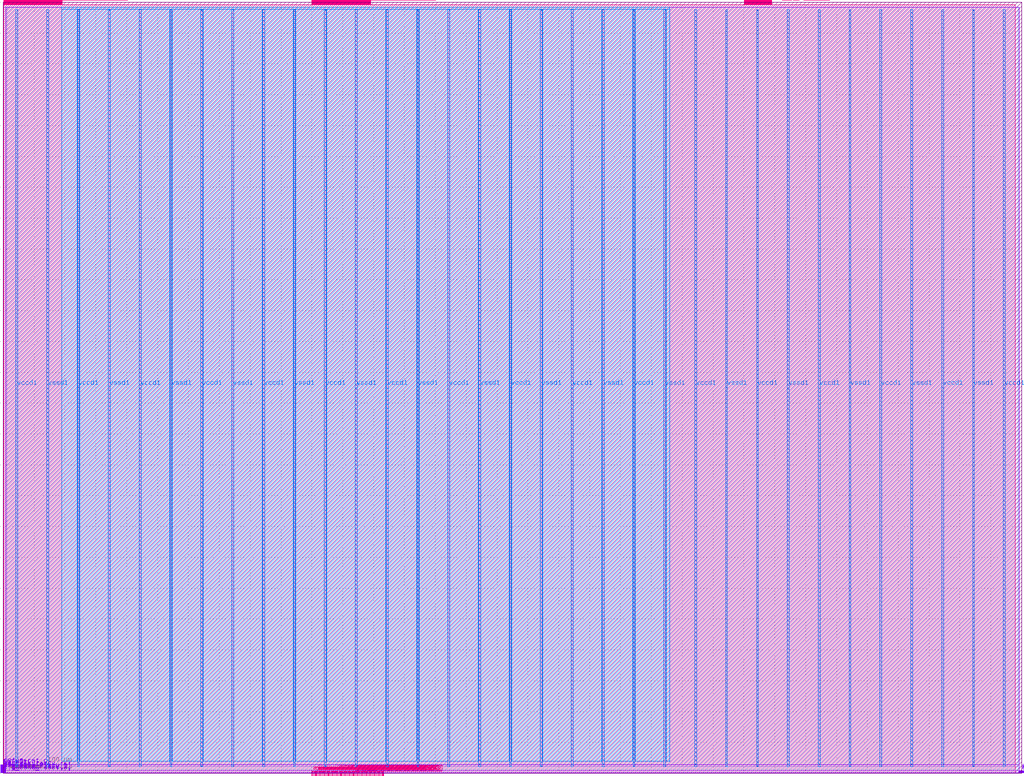
<source format=lef>
# Copyright 2020 The SkyWater PDK Authors
#
# Licensed under the Apache License, Version 2.0 (the "License");
# you may not use this file except in compliance with the License.
# You may obtain a copy of the License at
#
#     https://www.apache.org/licenses/LICENSE-2.0
#
# Unless required by applicable law or agreed to in writing, software
# distributed under the License is distributed on an "AS IS" BASIS,
# WITHOUT WARRANTIES OR CONDITIONS OF ANY KIND, either express or implied.
# See the License for the specific language governing permissions and
# limitations under the License.
#
# SPDX-License-Identifier: Apache-2.0

VERSION 5.7 ;

BUSBITCHARS "[]" ;
DIVIDERCHAR "/" ;

UNITS
  TIME NANOSECONDS 1 ;
  CAPACITANCE PICOFARADS 1 ;
  RESISTANCE OHMS 1 ;
  DATABASE MICRONS 1000 ;
END UNITS

MANUFACTURINGGRID 0.005 ;

PROPERTYDEFINITIONS
  LAYER LEF58_TYPE STRING ;
END PROPERTYDEFINITIONS

# High density, single height
SITE unithd
  SYMMETRY Y ;
  CLASS CORE ;
  SIZE 0.46 BY 2.72 ;
END unithd

# High density, double height
SITE unithddbl
  SYMMETRY Y ;
  CLASS CORE ;
  SIZE 0.46 BY 5.44 ;
END unithddbl

LAYER nwell
  TYPE MASTERSLICE ;
  PROPERTY LEF58_TYPE "TYPE NWELL ;" ;
END nwell

LAYER pwell
  TYPE MASTERSLICE ;
  PROPERTY LEF58_TYPE "TYPE PWELL ;" ;
END pwell

LAYER li1
  TYPE ROUTING ;
  DIRECTION VERTICAL ;

  PITCH 0.46 0.34 ;
  OFFSET 0.23 0.17 ;

  WIDTH 0.17 ;          # LI 1
  # SPACING  0.17 ;     # LI 2
  SPACINGTABLE
     PARALLELRUNLENGTH 0
     WIDTH 0 0.17 ;
  AREA 0.0561 ;         # LI 6
  THICKNESS 0.1 ;
  EDGECAPACITANCE 40.697E-6 ;
  CAPACITANCE CPERSQDIST 36.9866E-6 ;
  RESISTANCE RPERSQ 12.2 ;

  ANTENNAMODEL OXIDE1 ;
  ANTENNADIFFSIDEAREARATIO PWL ( ( 0 75 ) ( 0.0125 75 ) ( 0.0225 85.125 ) ( 22.5 10200 ) ) ;
END li1

LAYER mcon
  TYPE CUT ;

  WIDTH 0.17 ;                # Mcon 1
  SPACING 0.19 ;              # Mcon 2
  ENCLOSURE BELOW 0 0 ;       # Mcon 4
  ENCLOSURE ABOVE 0.03 0.06 ; # Met1 4 / Met1 5

  ANTENNADIFFAREARATIO PWL ( ( 0 3 ) ( 0.0125 3 ) ( 0.0225 3.405 ) ( 22.5 408 ) ) ;
  DCCURRENTDENSITY AVERAGE 0.36 ; # mA per via Iavg_max at Tj = 90oC

END mcon

LAYER met1
  TYPE ROUTING ;
  DIRECTION HORIZONTAL ;

  PITCH 0.34 ;
  OFFSET 0.17 ;

  WIDTH 0.14 ;                     # Met1 1
  # SPACING 0.14 ;                 # Met1 2
  # SPACING 0.28 RANGE 3.001 100 ; # Met1 3b
  SPACINGTABLE
     PARALLELRUNLENGTH 0
     WIDTH 0 0.14
     WIDTH 3 0.28 ;
  AREA 0.083 ;                     # Met1 6
  THICKNESS 0.35 ;
  MINENCLOSEDAREA 0.14 ;

  ANTENNAMODEL OXIDE1 ;
  ANTENNADIFFSIDEAREARATIO PWL ( ( 0 400 ) ( 0.0125 400 ) ( 0.0225 2609 ) ( 22.5 11600 ) ) ;

  EDGECAPACITANCE 40.567E-6 ;
  CAPACITANCE CPERSQDIST 25.7784E-6 ;
  DCCURRENTDENSITY AVERAGE 2.8 ; # mA/um Iavg_max at Tj = 90oC
  ACCURRENTDENSITY RMS 6.1 ; # mA/um Irms_max at Tj = 90oC
  MAXIMUMDENSITY 70 ;
  DENSITYCHECKWINDOW 700 700 ;
  DENSITYCHECKSTEP 70 ;

  RESISTANCE RPERSQ 0.125 ;
END met1

LAYER via
  TYPE CUT ;
  WIDTH 0.15 ;                  # Via 1a
  SPACING 0.17 ;                # Via 2
  ENCLOSURE BELOW 0.055 0.085 ; # Via 4a / Via 5a
  ENCLOSURE ABOVE 0.055 0.085 ; # Met2 4 / Met2 5

  ANTENNADIFFAREARATIO PWL ( ( 0 6 ) ( 0.0125 6 ) ( 0.0225 6.81 ) ( 22.5 816 ) ) ;
  DCCURRENTDENSITY AVERAGE 0.29 ; # mA per via Iavg_max at Tj = 90oC
END via

LAYER met2
  TYPE ROUTING ;
  DIRECTION VERTICAL ;

  PITCH 0.46 ;
  OFFSET 0.23 ;

  WIDTH 0.14 ;                        # Met2 1
  # SPACING  0.14 ;                   # Met2 2
  # SPACING  0.28 RANGE 3.001 100 ;   # Met2 3b
  SPACINGTABLE
     PARALLELRUNLENGTH 0
     WIDTH 0 0.14
     WIDTH 3 0.28 ;
  AREA 0.0676 ;                       # Met2 6
  THICKNESS 0.35 ;
  MINENCLOSEDAREA 0.14 ;

  EDGECAPACITANCE 37.759E-6 ;
  CAPACITANCE CPERSQDIST 16.9423E-6 ;
  RESISTANCE RPERSQ 0.125 ;
  DCCURRENTDENSITY AVERAGE 2.8 ; # mA/um Iavg_max at Tj = 90oC
  ACCURRENTDENSITY RMS 6.1 ; # mA/um Irms_max at Tj = 90oC

  ANTENNAMODEL OXIDE1 ;
  ANTENNADIFFSIDEAREARATIO PWL ( ( 0 400 ) ( 0.0125 400 ) ( 0.0225 2609 ) ( 22.5 11600 ) ) ;

  MAXIMUMDENSITY 70 ;
  DENSITYCHECKWINDOW 700 700 ;
  DENSITYCHECKSTEP 70 ;
END met2

# ******** Layer via2, type routing, number 44 **************
LAYER via2
  TYPE CUT ;
  WIDTH 0.2 ;                   # Via2 1
  SPACING 0.2 ;                 # Via2 2
  ENCLOSURE BELOW 0.04 0.085 ;  # Via2 4
  ENCLOSURE ABOVE 0.065 0.065 ; # Met3 4
  ANTENNADIFFAREARATIO PWL ( ( 0 6 ) ( 0.0125 6 ) ( 0.0225 6.81 ) ( 22.5 816 ) ) ;
  DCCURRENTDENSITY AVERAGE 0.48 ; # mA per via Iavg_max at Tj = 90oC
END via2

LAYER met3
  TYPE ROUTING ;
  DIRECTION HORIZONTAL ;

  PITCH 0.68 ;
  OFFSET 0.34 ;

  WIDTH 0.3 ;              # Met3 1
  # SPACING 0.3 ;          # Met3 2
  SPACINGTABLE
     PARALLELRUNLENGTH 0
     WIDTH 0 0.3
     WIDTH 3 0.4 ;
  AREA 0.24 ;              # Met3 6
  THICKNESS 0.8 ;

  EDGECAPACITANCE 40.989E-6 ;
  CAPACITANCE CPERSQDIST 12.3729E-6 ;
  RESISTANCE RPERSQ 0.047 ;
  DCCURRENTDENSITY AVERAGE 6.8 ; # mA/um Iavg_max at Tj = 90oC
  ACCURRENTDENSITY RMS 14.9 ; # mA/um Irms_max at Tj = 90oC

  ANTENNAMODEL OXIDE1 ;
  ANTENNADIFFSIDEAREARATIO PWL ( ( 0 400 ) ( 0.0125 400 ) ( 0.0225 2609 ) ( 22.5 11600 ) ) ;

  MAXIMUMDENSITY 70 ;
  DENSITYCHECKWINDOW 700 700 ;
  DENSITYCHECKSTEP 70 ;
END met3

LAYER via3
  TYPE CUT ;
  WIDTH 0.2 ;                   # Via3 1
  SPACING 0.2 ;                 # Via3 2
  ENCLOSURE BELOW 0.06 0.09 ;   # Via3 4 / Via3 5
  ENCLOSURE ABOVE 0.065 0.065 ; # Met4 3
  ANTENNADIFFAREARATIO PWL ( ( 0 6 ) ( 0.0125 6 ) ( 0.0225 6.81 ) ( 22.5 816 ) ) ;
  DCCURRENTDENSITY AVERAGE 0.48 ; # mA per via Iavg_max at Tj = 90oC
END via3

LAYER met4
  TYPE ROUTING ;
  DIRECTION VERTICAL ;

  PITCH 0.92 ;
  OFFSET 0.46 ;

  WIDTH 0.3 ;             # Met4 1
  # SPACING  0.3 ;             # Met4 2
  SPACINGTABLE
     PARALLELRUNLENGTH 0
     WIDTH 0 0.3
     WIDTH 3 0.4 ;
  AREA 0.24 ;            # Met4 4a

  THICKNESS 0.8 ;

  EDGECAPACITANCE 36.676E-6 ;
  CAPACITANCE CPERSQDIST 8.41537E-6 ;
  RESISTANCE RPERSQ 0.047 ;
  DCCURRENTDENSITY AVERAGE 6.8 ; # mA/um Iavg_max at Tj = 90oC
  ACCURRENTDENSITY RMS 14.9 ; # mA/um Irms_max at Tj = 90oC

  ANTENNAMODEL OXIDE1 ;
  ANTENNADIFFSIDEAREARATIO PWL ( ( 0 400 ) ( 0.0125 400 ) ( 0.0225 2609 ) ( 22.5 11600 ) ) ;

  MAXIMUMDENSITY 70 ;
  DENSITYCHECKWINDOW 700 700 ;
  DENSITYCHECKSTEP 70 ;
END met4

LAYER via4
  TYPE CUT ;

  WIDTH 0.8 ;                 # Via4 1
  SPACING 0.8 ;               # Via4 2
  ENCLOSURE BELOW 0.19 0.19 ; # Via4 4
  ENCLOSURE ABOVE 0.31 0.31 ; # Met5 3
  ANTENNADIFFAREARATIO PWL ( ( 0 6 ) ( 0.0125 6 ) ( 0.0225 6.81 ) ( 22.5 816 ) ) ;
  DCCURRENTDENSITY AVERAGE 2.49 ; # mA per via Iavg_max at Tj = 90oC
END via4

LAYER met5
  TYPE ROUTING ;
  DIRECTION HORIZONTAL ;

  PITCH 3.4 ;
  OFFSET 1.7 ;

  WIDTH 1.6 ;            # Met5 1
  #SPACING  1.6 ;        # Met5 2
  SPACINGTABLE
     PARALLELRUNLENGTH 0
     WIDTH 0 1.6 ;
  AREA 4 ;               # Met5 4

  THICKNESS 1.2 ;

  EDGECAPACITANCE 38.851E-6 ;
  CAPACITANCE CPERSQDIST 6.32063E-6 ;
  RESISTANCE RPERSQ 0.0285 ;
  DCCURRENTDENSITY AVERAGE 10.17 ; # mA/um Iavg_max at Tj = 90oC
  ACCURRENTDENSITY RMS 22.34 ; # mA/um Irms_max at Tj = 90oC

  ANTENNAMODEL OXIDE1 ;
  ANTENNADIFFSIDEAREARATIO PWL ( ( 0 400 ) ( 0.0125 400 ) ( 0.0225 2609 ) ( 22.5 11600 ) ) ;
END met5


### Routing via cells section   ###
# Plus via rule, metals are along the prefered direction
VIA L1M1_PR DEFAULT
  LAYER mcon ;
  RECT -0.085 -0.085 0.085 0.085 ;
  LAYER li1 ;
  RECT -0.085 -0.085 0.085 0.085 ;
  LAYER met1 ;
  RECT -0.145 -0.115 0.145 0.115 ;
END L1M1_PR

VIARULE L1M1_PR GENERATE
  LAYER li1 ;
  ENCLOSURE 0 0 ;
  LAYER met1 ;
  ENCLOSURE 0.06 0.03 ;
  LAYER mcon ;
  RECT -0.085 -0.085 0.085 0.085 ;
  SPACING 0.36 BY 0.36 ;
END L1M1_PR

# Plus via rule, metals are along the non prefered direction
VIA L1M1_PR_R DEFAULT
  LAYER mcon ;
  RECT -0.085 -0.085 0.085 0.085 ;
  LAYER li1 ;
  RECT -0.085 -0.085 0.085 0.085 ;
  LAYER met1 ;
  RECT -0.115 -0.145 0.115 0.145 ;
END L1M1_PR_R

VIARULE L1M1_PR_R GENERATE
  LAYER li1 ;
  ENCLOSURE 0 0 ;
  LAYER met1 ;
  ENCLOSURE 0.03 0.06 ;
  LAYER mcon ;
  RECT -0.085 -0.085 0.085 0.085 ;
  SPACING 0.36 BY 0.36 ;
END L1M1_PR_R

# Minus via rule, lower layer metal is along prefered direction
VIA L1M1_PR_M DEFAULT
  LAYER mcon ;
  RECT -0.085 -0.085 0.085 0.085 ;
  LAYER li1 ;
  RECT -0.085 -0.085 0.085 0.085 ;
  LAYER met1 ;
  RECT -0.115 -0.145 0.115 0.145 ;
END L1M1_PR_M

VIARULE L1M1_PR_M GENERATE
  LAYER li1 ;
  ENCLOSURE 0 0 ;
  LAYER met1 ;
  ENCLOSURE 0.03 0.06 ;
  LAYER mcon ;
  RECT -0.085 -0.085 0.085 0.085 ;
  SPACING 0.36 BY 0.36 ;
END L1M1_PR_M

# Minus via rule, upper layer metal is along prefered direction
VIA L1M1_PR_MR DEFAULT
  LAYER mcon ;
  RECT -0.085 -0.085 0.085 0.085 ;
  LAYER li1 ;
  RECT -0.085 -0.085 0.085 0.085 ;
  LAYER met1 ;
  RECT -0.145 -0.115 0.145 0.115 ;
END L1M1_PR_MR

VIARULE L1M1_PR_MR GENERATE
  LAYER li1 ;
  ENCLOSURE 0 0 ;
  LAYER met1 ;
  ENCLOSURE 0.06 0.03 ;
  LAYER mcon ;
  RECT -0.085 -0.085 0.085 0.085 ;
  SPACING 0.36 BY 0.36 ;
END L1M1_PR_MR

# Centered via rule, we really do not want to use it
VIA L1M1_PR_C DEFAULT
  LAYER mcon ;
  RECT -0.085 -0.085 0.085 0.085 ;
  LAYER li1 ;
  RECT -0.085 -0.085 0.085 0.085 ;
  LAYER met1 ;
  RECT -0.145 -0.145 0.145 0.145 ;
END L1M1_PR_C

VIARULE L1M1_PR_C GENERATE
  LAYER li1 ;
  ENCLOSURE 0 0 ;
  LAYER met1 ;
  ENCLOSURE 0.06 0.06 ;
  LAYER mcon ;
  RECT -0.085 -0.085 0.085 0.085 ;
  SPACING 0.36 BY 0.36 ;
END L1M1_PR_C

# Plus via rule, metals are along the prefered direction
VIA M1M2_PR DEFAULT
  LAYER via ;
  RECT -0.075 -0.075 0.075 0.075 ;
  LAYER met1 ;
  RECT -0.16 -0.13 0.16 0.13 ;
  LAYER met2 ;
  RECT -0.13 -0.16 0.13 0.16 ;
END M1M2_PR

VIARULE M1M2_PR GENERATE
  LAYER met1 ;
  ENCLOSURE 0.085 0.055 ;
  LAYER met2 ;
  ENCLOSURE 0.055 0.085 ;
  LAYER via ;
  RECT -0.075 -0.075 0.075 0.075 ;
  SPACING 0.32 BY 0.32 ;
END M1M2_PR

# Plus via rule, metals are along the non prefered direction
VIA M1M2_PR_R DEFAULT
  LAYER via ;
  RECT -0.075 -0.075 0.075 0.075 ;
  LAYER met1 ;
  RECT -0.13 -0.16 0.13 0.16 ;
  LAYER met2 ;
  RECT -0.16 -0.13 0.16 0.13 ;
END M1M2_PR_R

VIARULE M1M2_PR_R GENERATE
  LAYER met1 ;
  ENCLOSURE 0.055 0.085 ;
  LAYER met2 ;
  ENCLOSURE 0.085 0.055 ;
  LAYER via ;
  RECT -0.075 -0.075 0.075 0.075 ;
  SPACING 0.32 BY 0.32 ;
END M1M2_PR_R

# Minus via rule, lower layer metal is along prefered direction
VIA M1M2_PR_M DEFAULT
  LAYER via ;
  RECT -0.075 -0.075 0.075 0.075 ;
  LAYER met1 ;
  RECT -0.16 -0.13 0.16 0.13 ;
  LAYER met2 ;
  RECT -0.16 -0.13 0.16 0.13 ;
END M1M2_PR_M

VIARULE M1M2_PR_M GENERATE
  LAYER met1 ;
  ENCLOSURE 0.085 0.055 ;
  LAYER met2 ;
  ENCLOSURE 0.085 0.055 ;
  LAYER via ;
  RECT -0.075 -0.075 0.075 0.075 ;
  SPACING 0.32 BY 0.32 ;
END M1M2_PR_M

# Minus via rule, upper layer metal is along prefered direction
VIA M1M2_PR_MR DEFAULT
  LAYER via ;
  RECT -0.075 -0.075 0.075 0.075 ;
  LAYER met1 ;
  RECT -0.13 -0.16 0.13 0.16 ;
  LAYER met2 ;
  RECT -0.13 -0.16 0.13 0.16 ;
END M1M2_PR_MR

VIARULE M1M2_PR_MR GENERATE
  LAYER met1 ;
  ENCLOSURE 0.055 0.085 ;
  LAYER met2 ;
  ENCLOSURE 0.055 0.085 ;
  LAYER via ;
  RECT -0.075 -0.075 0.075 0.075 ;
  SPACING 0.32 BY 0.32 ;
END M1M2_PR_MR

# Centered via rule, we really do not want to use it
VIA M1M2_PR_C DEFAULT
  LAYER via ;
  RECT -0.075 -0.075 0.075 0.075 ;
  LAYER met1 ;
  RECT -0.16 -0.16 0.16 0.16 ;
  LAYER met2 ;
  RECT -0.16 -0.16 0.16 0.16 ;
END M1M2_PR_C

VIARULE M1M2_PR_C GENERATE
  LAYER met1 ;
  ENCLOSURE 0.085 0.085 ;
  LAYER met2 ;
  ENCLOSURE 0.085 0.085 ;
  LAYER via ;
  RECT -0.075 -0.075 0.075 0.075 ;
  SPACING 0.32 BY 0.32 ;
END M1M2_PR_C

# Plus via rule, metals are along the prefered direction
VIA M2M3_PR DEFAULT
  LAYER via2 ;
  RECT -0.1 -0.1 0.1 0.1 ;
  LAYER met2 ;
  RECT -0.14 -0.185 0.14 0.185 ;
  LAYER met3 ;
  RECT -0.165 -0.165 0.165 0.165 ;
END M2M3_PR

VIARULE M2M3_PR GENERATE
  LAYER met2 ;
  ENCLOSURE 0.04 0.085 ;
  LAYER met3 ;
  ENCLOSURE 0.065 0.065 ;
  LAYER via2 ;
  RECT -0.1 -0.1 0.1 0.1 ;
  SPACING 0.4 BY 0.4 ;
END M2M3_PR

# Plus via rule, metals are along the non prefered direction
VIA M2M3_PR_R DEFAULT
  LAYER via2 ;
  RECT -0.1 -0.1 0.1 0.1 ;
  LAYER met2 ;
  RECT -0.185 -0.14 0.185 0.14 ;
  LAYER met3 ;
  RECT -0.165 -0.165 0.165 0.165 ;
END M2M3_PR_R

VIARULE M2M3_PR_R GENERATE
  LAYER met2 ;
  ENCLOSURE 0.085 0.04 ;
  LAYER met3 ;
  ENCLOSURE 0.065 0.065 ;
  LAYER via2 ;
  RECT -0.1 -0.1 0.1 0.1 ;
  SPACING 0.4 BY 0.4 ;
END M2M3_PR_R

# Minus via rule, lower layer metal is along prefered direction
VIA M2M3_PR_M DEFAULT
  LAYER via2 ;
  RECT -0.1 -0.1 0.1 0.1 ;
  LAYER met2 ;
  RECT -0.14 -0.185 0.14 0.185 ;
  LAYER met3 ;
  RECT -0.165 -0.165 0.165 0.165 ;
END M2M3_PR_M

VIARULE M2M3_PR_M GENERATE
  LAYER met2 ;
  ENCLOSURE 0.04 0.085 ;
  LAYER met3 ;
  ENCLOSURE 0.065 0.065 ;
  LAYER via2 ;
  RECT -0.1 -0.1 0.1 0.1 ;
  SPACING 0.4 BY 0.4 ;
END M2M3_PR_M

# Minus via rule, upper layer metal is along prefered direction
VIA M2M3_PR_MR DEFAULT
  LAYER via2 ;
  RECT -0.1 -0.1 0.1 0.1 ;
  LAYER met2 ;
  RECT -0.185 -0.14 0.185 0.14 ;
  LAYER met3 ;
  RECT -0.165 -0.165 0.165 0.165 ;
END M2M3_PR_MR

VIARULE M2M3_PR_MR GENERATE
  LAYER met2 ;
  ENCLOSURE 0.085 0.04 ;
  LAYER met3 ;
  ENCLOSURE 0.065 0.065 ;
  LAYER via2 ;
  RECT -0.1 -0.1 0.1 0.1 ;
  SPACING 0.4 BY 0.4 ;
END M2M3_PR_MR

# Centered via rule, we really do not want to use it
VIA M2M3_PR_C DEFAULT
  LAYER via2 ;
  RECT -0.1 -0.1 0.1 0.1 ;
  LAYER met2 ;
  RECT -0.185 -0.185 0.185 0.185 ;
  LAYER met3 ;
  RECT -0.165 -0.165 0.165 0.165 ;
END M2M3_PR_C

VIARULE M2M3_PR_C GENERATE
  LAYER met2 ;
  ENCLOSURE 0.085 0.085 ;
  LAYER met3 ;
  ENCLOSURE 0.065 0.065 ;
  LAYER via2 ;
  RECT -0.1 -0.1 0.1 0.1 ;
  SPACING 0.4 BY 0.4 ;
END M2M3_PR_C

# Plus via rule, metals are along the prefered direction
VIA M3M4_PR DEFAULT
  LAYER via3 ;
  RECT -0.1 -0.1 0.1 0.1 ;
  LAYER met3 ;
  RECT -0.19 -0.16 0.19 0.16 ;
  LAYER met4 ;
  RECT -0.165 -0.165 0.165 0.165 ;
END M3M4_PR

VIARULE M3M4_PR GENERATE
  LAYER met3 ;
  ENCLOSURE 0.09 0.06 ;
  LAYER met4 ;
  ENCLOSURE 0.065 0.065 ;
  LAYER via3 ;
  RECT -0.1 -0.1 0.1 0.1 ;
  SPACING 0.4 BY 0.4 ;
END M3M4_PR

# Plus via rule, metals are along the non prefered direction
VIA M3M4_PR_R DEFAULT
  LAYER via3 ;
  RECT -0.1 -0.1 0.1 0.1 ;
  LAYER met3 ;
  RECT -0.16 -0.19 0.16 0.19 ;
  LAYER met4 ;
  RECT -0.165 -0.165 0.165 0.165 ;
END M3M4_PR_R

VIARULE M3M4_PR_R GENERATE
  LAYER met3 ;
  ENCLOSURE 0.06 0.09 ;
  LAYER met4 ;
  ENCLOSURE 0.065 0.065 ;
  LAYER via3 ;
  RECT -0.1 -0.1 0.1 0.1 ;
  SPACING 0.4 BY 0.4 ;
END M3M4_PR_R

# Minus via rule, lower layer metal is along prefered direction
VIA M3M4_PR_M DEFAULT
  LAYER via3 ;
  RECT -0.1 -0.1 0.1 0.1 ;
  LAYER met3 ;
  RECT -0.19 -0.16 0.19 0.16 ;
  LAYER met4 ;
  RECT -0.165 -0.165 0.165 0.165 ;
END M3M4_PR_M

VIARULE M3M4_PR_M GENERATE
  LAYER met3 ;
  ENCLOSURE 0.09 0.06 ;
  LAYER met4 ;
  ENCLOSURE 0.065 0.065 ;
  LAYER via3 ;
  RECT -0.1 -0.1 0.1 0.1 ;
  SPACING 0.4 BY 0.4 ;
END M3M4_PR_M

# Minus via rule, upper layer metal is along prefered direction
VIA M3M4_PR_MR DEFAULT
  LAYER via3 ;
  RECT -0.1 -0.1 0.1 0.1 ;
  LAYER met3 ;
  RECT -0.16 -0.19 0.16 0.19 ;
  LAYER met4 ;
  RECT -0.165 -0.165 0.165 0.165 ;
END M3M4_PR_MR

VIARULE M3M4_PR_MR GENERATE
  LAYER met3 ;
  ENCLOSURE 0.06 0.09 ;
  LAYER met4 ;
  ENCLOSURE 0.065 0.065 ;
  LAYER via3 ;
  RECT -0.1 -0.1 0.1 0.1 ;
  SPACING 0.4 BY 0.4 ;
END M3M4_PR_MR

# Centered via rule, we really do not want to use it
VIA M3M4_PR_C DEFAULT
  LAYER via3 ;
  RECT -0.1 -0.1 0.1 0.1 ;
  LAYER met3 ;
  RECT -0.19 -0.19 0.19 0.19 ;
  LAYER met4 ;
  RECT -0.165 -0.165 0.165 0.165 ;
END M3M4_PR_C

VIARULE M3M4_PR_C GENERATE
  LAYER met3 ;
  ENCLOSURE 0.09 0.09 ;
  LAYER met4 ;
  ENCLOSURE 0.065 0.065 ;
  LAYER via3 ;
  RECT -0.1 -0.1 0.1 0.1 ;
  SPACING 0.4 BY 0.4 ;
END M3M4_PR_C

# Plus via rule, metals are along the prefered direction
VIA M4M5_PR DEFAULT
  LAYER via4 ;
  RECT -0.4 -0.4 0.4 0.4 ;
  LAYER met4 ;
  RECT -0.59 -0.59 0.59 0.59 ;
  LAYER met5 ;
  RECT -0.71 -0.71 0.71 0.71 ;
END M4M5_PR

VIARULE M4M5_PR GENERATE
  LAYER met4 ;
  ENCLOSURE 0.19 0.19 ;
  LAYER met5 ;
  ENCLOSURE 0.31 0.31 ;
  LAYER via4 ;
  RECT -0.4 -0.4 0.4 0.4 ;
  SPACING 1.6 BY 1.6 ;
END M4M5_PR

# Plus via rule, metals are along the non prefered direction
VIA M4M5_PR_R DEFAULT
  LAYER via4 ;
  RECT -0.4 -0.4 0.4 0.4 ;
  LAYER met4 ;
  RECT -0.59 -0.59 0.59 0.59 ;
  LAYER met5 ;
  RECT -0.71 -0.71 0.71 0.71 ;
END M4M5_PR_R

VIARULE M4M5_PR_R GENERATE
  LAYER met4 ;
  ENCLOSURE 0.19 0.19 ;
  LAYER met5 ;
  ENCLOSURE 0.31 0.31 ;
  LAYER via4 ;
  RECT -0.4 -0.4 0.4 0.4 ;
  SPACING 1.6 BY 1.6 ;
END M4M5_PR_R

# Minus via rule, lower layer metal is along prefered direction
VIA M4M5_PR_M DEFAULT
  LAYER via4 ;
  RECT -0.4 -0.4 0.4 0.4 ;
  LAYER met4 ;
  RECT -0.59 -0.59 0.59 0.59 ;
  LAYER met5 ;
  RECT -0.71 -0.71 0.71 0.71 ;
END M4M5_PR_M

VIARULE M4M5_PR_M GENERATE
  LAYER met4 ;
  ENCLOSURE 0.19 0.19 ;
  LAYER met5 ;
  ENCLOSURE 0.31 0.31 ;
  LAYER via4 ;
  RECT -0.4 -0.4 0.4 0.4 ;
  SPACING 1.6 BY 1.6 ;
END M4M5_PR_M

# Minus via rule, upper layer metal is along prefered direction
VIA M4M5_PR_MR DEFAULT
  LAYER via4 ;
  RECT -0.4 -0.4 0.4 0.4 ;
  LAYER met4 ;
  RECT -0.59 -0.59 0.59 0.59 ;
  LAYER met5 ;
  RECT -0.71 -0.71 0.71 0.71 ;
END M4M5_PR_MR

VIARULE M4M5_PR_MR GENERATE
  LAYER met4 ;
  ENCLOSURE 0.19 0.19 ;
  LAYER met5 ;
  ENCLOSURE 0.31 0.31 ;
  LAYER via4 ;
  RECT -0.4 -0.4 0.4 0.4 ;
  SPACING 1.6 BY 1.6 ;
END M4M5_PR_MR

# Centered via rule, we really do not want to use it
VIA M4M5_PR_C DEFAULT
  LAYER via4 ;
  RECT -0.4 -0.4 0.4 0.4 ;
  LAYER met4 ;
  RECT -0.59 -0.59 0.59 0.59 ;
  LAYER met5 ;
  RECT -0.71 -0.71 0.71 0.71 ;
END M4M5_PR_C

VIARULE M4M5_PR_C GENERATE
  LAYER met4 ;
  ENCLOSURE 0.19 0.19 ;
  LAYER met5 ;
  ENCLOSURE 0.31 0.31 ;
  LAYER via4 ;
  RECT -0.4 -0.4 0.4 0.4 ;
  SPACING 1.6 BY 1.6 ;
END M4M5_PR_C
###  end of single via cells   ###


MACRO sky130_ef_sc_hd__fakediode_2
  CLASS CORE SPACER ;
  FOREIGN sky130_ef_sc_hd__fakediode_2 ;
  ORIGIN  0.000000  0.000000 ;
  SIZE  0.920000 BY  2.720000 ;
  SYMMETRY X Y R90 ;
  SITE unithd ;
  PIN DIODE
    DIRECTION INPUT ;
    USE SIGNAL ;
    PORT
      LAYER li1 ;
        RECT 0.085000 0.255000 0.835000 2.465000 ;
    END
  END DIODE
  PIN VGND
    DIRECTION INOUT ;
    SHAPE ABUTMENT ;
    USE GROUND ;
    PORT
      LAYER met1 ;
        RECT 0.000000 -0.240000 0.920000 0.240000 ;
    END
  END VGND
  PIN VNB
    DIRECTION INOUT ;
    USE GROUND ;
    PORT
      LAYER pwell ;
        RECT 0.145000 -0.085000 0.315000 0.085000 ;
    END
  END VNB
  PIN VPB
    DIRECTION INOUT ;
    USE POWER ;
    PORT
      LAYER nwell ;
        RECT -0.190000 1.305000 1.110000 2.910000 ;
    END
  END VPB
  PIN VPWR
    DIRECTION INOUT ;
    SHAPE ABUTMENT ;
    USE POWER ;
    PORT
      LAYER met1 ;
        RECT 0.000000 2.480000 0.920000 2.960000 ;
    END
  END VPWR
  OBS
    LAYER li1 ;
      RECT 0.000000 -0.085000 0.920000 0.085000 ;
      RECT 0.000000  2.635000 0.920000 2.805000 ;
    LAYER mcon ;
      RECT 0.145000 -0.085000 0.315000 0.085000 ;
      RECT 0.145000  2.635000 0.315000 2.805000 ;
      RECT 0.605000 -0.085000 0.775000 0.085000 ;
      RECT 0.605000  2.635000 0.775000 2.805000 ;
  END
END sky130_ef_sc_hd__fakediode_2
MACRO sky130_ef_sc_hd__fill_8
  CLASS CORE SPACER ;
  SOURCE USER ;
  ORIGIN  0.000000  0.000000 ;
  SIZE  3.680000 BY  2.720000 ;
  SYMMETRY X Y R90 ;
  SITE unithd ;
  PIN VGND
    DIRECTION INOUT ;
    SHAPE ABUTMENT ;
    USE GROUND ;
    PORT
      LAYER li1 ;
        RECT 0.000000 -0.085000 3.680000 0.085000 ;
    END
    PORT
      LAYER met1 ;
        RECT 0.000000 -0.240000 3.680000 0.240000 ;
    END
  END VGND
  PIN VPWR
    DIRECTION INOUT ;
    SHAPE ABUTMENT ;
    USE POWER ;
    PORT
      LAYER li1 ;
        RECT 0.000000 2.635000 3.680000 2.805000 ;
    END
    PORT
      LAYER met1 ;
        RECT 0.000000 2.480000 3.680000 2.960000 ;
    END
  END VPWR
  OBS
  END
END sky130_ef_sc_hd__fill_8
MACRO sky130_ef_sc_hd__decap_12
  CLASS BLOCK ;
  FOREIGN sky130_ef_sc_hd__decap_12 ;
  ORIGIN 0.000 0.000 ;
  SIZE 5.520 BY 2.720 ;
  PIN VGND
    DIRECTION INPUT ;
    USE GROUND ;
    PORT
      LAYER li1 ;
        RECT 1.670 0.630 2.010 1.460 ;
        RECT 0.085 0.085 5.430 0.630 ;
        RECT 0.000 -0.085 5.520 0.085 ;
      LAYER mcon ;
        RECT 0.605 -0.085 0.775 0.085 ;
        RECT 1.065 -0.085 1.235 0.085 ;
        RECT 1.525 -0.085 1.695 0.085 ;
        RECT 1.985 -0.085 2.155 0.085 ;
        RECT 2.445 -0.085 2.615 0.085 ;
        RECT 2.905 -0.085 3.075 0.085 ;
        RECT 3.365 -0.085 3.535 0.085 ;
        RECT 3.825 -0.085 3.995 0.085 ;
        RECT 4.285 -0.085 4.455 0.085 ;
        RECT 4.745 -0.085 4.915 0.085 ;
        RECT 5.205 -0.085 5.375 0.085 ;
      LAYER met1 ;
        RECT 0.000 -0.240 5.520 0.240 ;
    END
  END VGND
  PIN VNB
    DIRECTION INPUT ;
    PORT
      LAYER pwell ;
        RECT 0.080 -0.130 0.360 0.150 ;
    END
  END VNB
  PIN VPB
    DIRECTION INPUT ;
    PORT
      LAYER nwell ;
        RECT -0.190 1.305 5.710 2.910 ;
    END
  END VPB
  PIN VPWR
    DIRECTION INPUT ;
    USE POWER ;
    PORT
      LAYER li1 ;
        RECT 0.000 2.635 5.520 2.805 ;
        RECT 0.085 2.200 5.430 2.635 ;
        RECT 3.490 0.950 3.840 2.200 ;
      LAYER mcon ;
        RECT 0.605 2.635 0.775 2.805 ;
        RECT 1.065 2.635 1.235 2.805 ;
        RECT 1.525 2.635 1.695 2.805 ;
        RECT 1.985 2.635 2.155 2.805 ;
        RECT 2.445 2.635 2.615 2.805 ;
        RECT 2.905 2.635 3.075 2.805 ;
        RECT 3.365 2.635 3.535 2.805 ;
        RECT 3.825 2.635 3.995 2.805 ;
        RECT 4.285 2.635 4.455 2.805 ;
        RECT 4.745 2.635 4.915 2.805 ;
        RECT 5.205 2.635 5.375 2.805 ;
      LAYER met1 ;
        RECT 0.000 2.480 5.520 2.960 ;
    END
  END VPWR
END sky130_ef_sc_hd__decap_12
MACRO sky130_ef_sc_hd__fill_12
  CLASS CORE ;
  FOREIGN sky130_ef_sc_hd__fill_12 ;
  ORIGIN 0.000 0.000 ;
  SIZE 5.520 BY 2.720 ;
  SYMMETRY X Y R90 ;
  SITE unithd ;
  OBS
      LAYER nwell ;
        RECT -0.190 1.305 5.710 2.910 ;
      LAYER pwell ;
        RECT 0.145 -0.085 0.315 0.085 ;
        RECT 2.935 -0.060 3.045 0.060 ;
        RECT 4.755 -0.050 4.915 0.060 ;
      LAYER li1 ;
        RECT 0.000 2.635 5.520 2.805 ;
        RECT 0.085 1.545 2.675 2.635 ;
        RECT 0.085 0.855 1.295 1.375 ;
        RECT 1.465 1.025 2.675 1.545 ;
        RECT 0.085 0.085 2.675 0.855 ;
        RECT 0.000 -0.085 5.520 0.085 ;
      LAYER mcon ;
        RECT 0.145 2.635 0.315 2.805 ;
        RECT 0.605 2.635 0.775 2.805 ;
        RECT 1.065 2.635 1.235 2.805 ;
        RECT 1.525 2.635 1.695 2.805 ;
        RECT 1.985 2.635 2.155 2.805 ;
        RECT 2.445 2.635 2.615 2.805 ;
        RECT 2.905 2.635 3.075 2.805 ;
        RECT 3.365 2.635 3.535 2.805 ;
        RECT 3.825 2.635 3.995 2.805 ;
        RECT 4.285 2.635 4.455 2.805 ;
        RECT 4.745 2.635 4.915 2.805 ;
        RECT 5.205 2.635 5.375 2.805 ;
        RECT 0.145 -0.085 0.315 0.085 ;
        RECT 0.605 -0.085 0.775 0.085 ;
        RECT 1.065 -0.085 1.235 0.085 ;
        RECT 1.525 -0.085 1.695 0.085 ;
        RECT 1.985 -0.085 2.155 0.085 ;
        RECT 2.445 -0.085 2.615 0.085 ;
        RECT 2.905 -0.085 3.075 0.085 ;
        RECT 3.365 -0.085 3.535 0.085 ;
        RECT 3.825 -0.085 3.995 0.085 ;
        RECT 4.285 -0.085 4.455 0.085 ;
        RECT 4.745 -0.085 4.915 0.085 ;
        RECT 5.205 -0.085 5.375 0.085 ;
      LAYER met1 ;
        RECT 0.000 2.480 5.520 2.960 ;
        RECT 0.000 -0.240 5.520 0.240 ;
  END
END sky130_ef_sc_hd__fill_12
MACRO sky130_fd_sc_hd__a2bb2o_1
  CLASS CORE ;
  FOREIGN sky130_fd_sc_hd__a2bb2o_1 ;
  ORIGIN  0.000000  0.000000 ;
  SIZE  3.680000 BY  2.720000 ;
  SYMMETRY X Y R90 ;
  SITE unithd ;
  PIN A1_N
    ANTENNAGATEAREA  0.126000 ;
    DIRECTION INPUT ;
    USE SIGNAL ;
    PORT
      LAYER li1 ;
        RECT 0.910000 0.995000 1.240000 1.615000 ;
    END
  END A1_N
  PIN A2_N
    ANTENNAGATEAREA  0.126000 ;
    DIRECTION INPUT ;
    USE SIGNAL ;
    PORT
      LAYER li1 ;
        RECT 1.410000 0.995000 1.700000 1.375000 ;
    END
  END A2_N
  PIN B1
    ANTENNAGATEAREA  0.126000 ;
    DIRECTION INPUT ;
    USE SIGNAL ;
    PORT
      LAYER li1 ;
        RECT 3.280000 0.765000 3.540000 1.655000 ;
    END
  END B1
  PIN B2
    ANTENNAGATEAREA  0.126000 ;
    DIRECTION INPUT ;
    USE SIGNAL ;
    PORT
      LAYER li1 ;
        RECT 2.600000 1.355000 3.080000 1.655000 ;
        RECT 2.820000 0.765000 3.080000 1.355000 ;
    END
  END B2
  PIN X
    ANTENNADIFFAREA  0.429000 ;
    DIRECTION OUTPUT ;
    USE SIGNAL ;
    PORT
      LAYER li1 ;
        RECT 0.085000 0.255000 0.345000 0.810000 ;
        RECT 0.085000 0.810000 0.260000 1.525000 ;
        RECT 0.085000 1.525000 0.345000 2.465000 ;
    END
  END X
  PIN VGND
    DIRECTION INOUT ;
    SHAPE ABUTMENT ;
    USE GROUND ;
    PORT
      LAYER met1 ;
        RECT 0.000000 -0.240000 3.680000 0.240000 ;
    END
  END VGND
  PIN VNB
    DIRECTION INOUT ;
    USE GROUND ;
    PORT
      LAYER pwell ;
        RECT 0.150000 -0.085000 0.320000 0.085000 ;
    END
  END VNB
  PIN VPB
    DIRECTION INOUT ;
    USE POWER ;
    PORT
      LAYER nwell ;
        RECT -0.190000 1.305000 3.870000 2.910000 ;
    END
  END VPB
  PIN VPWR
    DIRECTION INOUT ;
    SHAPE ABUTMENT ;
    USE POWER ;
    PORT
      LAYER met1 ;
        RECT 0.000000 2.480000 3.680000 2.960000 ;
    END
  END VPWR
  OBS
    LAYER li1 ;
      RECT 0.000000 -0.085000 3.680000 0.085000 ;
      RECT 0.000000  2.635000 3.680000 2.805000 ;
      RECT 0.430000  0.995000 0.685000 1.325000 ;
      RECT 0.515000  0.085000 0.945000 0.530000 ;
      RECT 0.515000  1.325000 0.685000 1.805000 ;
      RECT 0.515000  1.805000 1.275000 1.975000 ;
      RECT 0.515000  2.235000 0.845000 2.635000 ;
      RECT 1.105000  1.975000 1.275000 2.200000 ;
      RECT 1.105000  2.200000 2.245000 2.370000 ;
      RECT 1.180000  0.255000 1.350000 0.655000 ;
      RECT 1.180000  0.655000 2.060000 0.825000 ;
      RECT 1.520000  0.085000 2.240000 0.485000 ;
      RECT 1.540000  1.545000 2.060000 1.715000 ;
      RECT 1.540000  1.715000 1.710000 1.905000 ;
      RECT 1.890000  0.825000 2.060000 1.545000 ;
      RECT 1.990000  1.895000 2.400000 2.065000 ;
      RECT 1.990000  2.065000 2.245000 2.200000 ;
      RECT 1.990000  2.370000 2.245000 2.465000 ;
      RECT 2.230000  0.700000 2.580000 0.870000 ;
      RECT 2.230000  0.870000 2.400000 1.895000 ;
      RECT 2.410000  0.255000 2.580000 0.700000 ;
      RECT 2.415000  2.255000 2.745000 2.425000 ;
      RECT 2.575000  1.835000 3.515000 2.005000 ;
      RECT 2.575000  2.005000 2.745000 2.255000 ;
      RECT 2.915000  2.175000 3.165000 2.635000 ;
      RECT 3.155000  0.085000 3.555000 0.595000 ;
      RECT 3.335000  2.005000 3.515000 2.465000 ;
    LAYER mcon ;
      RECT 0.145000 -0.085000 0.315000 0.085000 ;
      RECT 0.145000  2.635000 0.315000 2.805000 ;
      RECT 0.605000 -0.085000 0.775000 0.085000 ;
      RECT 0.605000  2.635000 0.775000 2.805000 ;
      RECT 1.065000 -0.085000 1.235000 0.085000 ;
      RECT 1.065000  2.635000 1.235000 2.805000 ;
      RECT 1.525000 -0.085000 1.695000 0.085000 ;
      RECT 1.525000  2.635000 1.695000 2.805000 ;
      RECT 1.985000 -0.085000 2.155000 0.085000 ;
      RECT 1.985000  2.635000 2.155000 2.805000 ;
      RECT 2.445000 -0.085000 2.615000 0.085000 ;
      RECT 2.445000  2.635000 2.615000 2.805000 ;
      RECT 2.905000 -0.085000 3.075000 0.085000 ;
      RECT 2.905000  2.635000 3.075000 2.805000 ;
      RECT 3.365000 -0.085000 3.535000 0.085000 ;
      RECT 3.365000  2.635000 3.535000 2.805000 ;
  END
END sky130_fd_sc_hd__a2bb2o_1
MACRO sky130_fd_sc_hd__a2bb2o_2
  CLASS CORE ;
  FOREIGN sky130_fd_sc_hd__a2bb2o_2 ;
  ORIGIN  0.000000  0.000000 ;
  SIZE  4.140000 BY  2.720000 ;
  SYMMETRY X Y R90 ;
  SITE unithd ;
  PIN A1_N
    ANTENNAGATEAREA  0.159000 ;
    DIRECTION INPUT ;
    USE SIGNAL ;
    PORT
      LAYER li1 ;
        RECT 1.345000 0.995000 1.675000 1.615000 ;
    END
  END A1_N
  PIN A2_N
    ANTENNAGATEAREA  0.159000 ;
    DIRECTION INPUT ;
    USE SIGNAL ;
    PORT
      LAYER li1 ;
        RECT 1.845000 0.995000 2.135000 1.375000 ;
    END
  END A2_N
  PIN B1
    ANTENNAGATEAREA  0.159000 ;
    DIRECTION INPUT ;
    USE SIGNAL ;
    PORT
      LAYER li1 ;
        RECT 3.730000 0.765000 3.990000 1.655000 ;
    END
  END B1
  PIN B2
    ANTENNAGATEAREA  0.159000 ;
    DIRECTION INPUT ;
    USE SIGNAL ;
    PORT
      LAYER li1 ;
        RECT 3.050000 1.355000 3.530000 1.655000 ;
        RECT 3.270000 0.765000 3.530000 1.355000 ;
    END
  END B2
  PIN X
    ANTENNADIFFAREA  0.445500 ;
    DIRECTION OUTPUT ;
    USE SIGNAL ;
    PORT
      LAYER li1 ;
        RECT 0.525000 0.255000 0.780000 0.810000 ;
        RECT 0.525000 0.810000 0.695000 1.525000 ;
        RECT 0.525000 1.525000 0.780000 2.465000 ;
    END
  END X
  PIN VGND
    DIRECTION INOUT ;
    SHAPE ABUTMENT ;
    USE GROUND ;
    PORT
      LAYER met1 ;
        RECT 0.000000 -0.240000 4.140000 0.240000 ;
    END
  END VGND
  PIN VNB
    DIRECTION INOUT ;
    USE GROUND ;
    PORT
      LAYER pwell ;
        RECT 0.125000 -0.085000 0.295000 0.085000 ;
    END
  END VNB
  PIN VPB
    DIRECTION INOUT ;
    USE POWER ;
    PORT
      LAYER nwell ;
        RECT -0.190000 1.305000 4.330000 2.910000 ;
    END
  END VPB
  PIN VPWR
    DIRECTION INOUT ;
    SHAPE ABUTMENT ;
    USE POWER ;
    PORT
      LAYER met1 ;
        RECT 0.000000 2.480000 4.140000 2.960000 ;
    END
  END VPWR
  OBS
    LAYER li1 ;
      RECT 0.000000 -0.085000 4.140000 0.085000 ;
      RECT 0.000000  2.635000 4.140000 2.805000 ;
      RECT 0.185000  0.085000 0.355000 0.930000 ;
      RECT 0.185000  1.445000 0.355000 2.635000 ;
      RECT 0.865000  0.995000 1.120000 1.325000 ;
      RECT 0.950000  0.085000 1.380000 0.530000 ;
      RECT 0.950000  1.325000 1.120000 1.805000 ;
      RECT 0.950000  1.805000 1.710000 1.975000 ;
      RECT 0.950000  2.235000 1.280000 2.635000 ;
      RECT 1.540000  1.975000 1.710000 2.200000 ;
      RECT 1.540000  2.200000 2.670000 2.370000 ;
      RECT 1.615000  0.255000 1.785000 0.655000 ;
      RECT 1.615000  0.655000 2.510000 0.825000 ;
      RECT 1.955000  0.085000 2.690000 0.485000 ;
      RECT 1.975000  1.545000 2.510000 1.715000 ;
      RECT 1.975000  1.715000 2.145000 1.905000 ;
      RECT 2.340000  0.825000 2.510000 1.545000 ;
      RECT 2.440000  1.895000 2.850000 2.065000 ;
      RECT 2.440000  2.065000 2.670000 2.200000 ;
      RECT 2.500000  2.370000 2.670000 2.465000 ;
      RECT 2.680000  0.700000 3.030000 0.870000 ;
      RECT 2.680000  0.870000 2.850000 1.895000 ;
      RECT 2.860000  0.255000 3.030000 0.700000 ;
      RECT 2.875000  2.255000 3.205000 2.425000 ;
      RECT 3.035000  1.835000 3.965000 2.005000 ;
      RECT 3.035000  2.005000 3.205000 2.255000 ;
      RECT 3.375000  2.175000 3.625000 2.635000 ;
      RECT 3.605000  0.085000 4.005000 0.595000 ;
      RECT 3.795000  2.005000 3.965000 2.465000 ;
    LAYER mcon ;
      RECT 0.145000 -0.085000 0.315000 0.085000 ;
      RECT 0.145000  2.635000 0.315000 2.805000 ;
      RECT 0.605000 -0.085000 0.775000 0.085000 ;
      RECT 0.605000  2.635000 0.775000 2.805000 ;
      RECT 1.065000 -0.085000 1.235000 0.085000 ;
      RECT 1.065000  2.635000 1.235000 2.805000 ;
      RECT 1.525000 -0.085000 1.695000 0.085000 ;
      RECT 1.525000  2.635000 1.695000 2.805000 ;
      RECT 1.985000 -0.085000 2.155000 0.085000 ;
      RECT 1.985000  2.635000 2.155000 2.805000 ;
      RECT 2.445000 -0.085000 2.615000 0.085000 ;
      RECT 2.445000  2.635000 2.615000 2.805000 ;
      RECT 2.905000 -0.085000 3.075000 0.085000 ;
      RECT 2.905000  2.635000 3.075000 2.805000 ;
      RECT 3.365000 -0.085000 3.535000 0.085000 ;
      RECT 3.365000  2.635000 3.535000 2.805000 ;
      RECT 3.825000 -0.085000 3.995000 0.085000 ;
      RECT 3.825000  2.635000 3.995000 2.805000 ;
  END
END sky130_fd_sc_hd__a2bb2o_2
MACRO sky130_fd_sc_hd__a2bb2o_4
  CLASS CORE ;
  FOREIGN sky130_fd_sc_hd__a2bb2o_4 ;
  ORIGIN  0.000000  0.000000 ;
  SIZE  7.360000 BY  2.720000 ;
  SYMMETRY X Y R90 ;
  SITE unithd ;
  PIN A1_N
    ANTENNAGATEAREA  0.495000 ;
    DIRECTION INPUT ;
    USE SIGNAL ;
    PORT
      LAYER li1 ;
        RECT 3.315000 1.075000 3.645000 1.325000 ;
        RECT 3.475000 1.325000 3.645000 1.445000 ;
        RECT 3.475000 1.445000 4.965000 1.615000 ;
        RECT 4.605000 1.075000 4.965000 1.445000 ;
    END
  END A1_N
  PIN A2_N
    ANTENNAGATEAREA  0.495000 ;
    DIRECTION INPUT ;
    USE SIGNAL ;
    PORT
      LAYER li1 ;
        RECT 3.815000 1.075000 4.435000 1.275000 ;
    END
  END A2_N
  PIN B1
    ANTENNAGATEAREA  0.495000 ;
    DIRECTION INPUT ;
    USE SIGNAL ;
    PORT
      LAYER li1 ;
        RECT 0.085000 1.075000 0.575000 1.445000 ;
        RECT 0.085000 1.445000 1.685000 1.615000 ;
        RECT 1.515000 1.075000 1.895000 1.245000 ;
        RECT 1.515000 1.245000 1.685000 1.445000 ;
    END
  END B1
  PIN B2
    ANTENNAGATEAREA  0.495000 ;
    DIRECTION INPUT ;
    USE SIGNAL ;
    PORT
      LAYER li1 ;
        RECT 0.805000 1.075000 1.345000 1.275000 ;
    END
  END B2
  PIN X
    ANTENNADIFFAREA  0.891000 ;
    DIRECTION OUTPUT ;
    USE SIGNAL ;
    PORT
      LAYER li1 ;
        RECT 5.235000 0.275000 5.565000 0.725000 ;
        RECT 5.235000 0.725000 6.920000 0.905000 ;
        RECT 5.275000 1.785000 6.365000 1.955000 ;
        RECT 5.275000 1.955000 5.525000 2.465000 ;
        RECT 6.075000 0.275000 6.405000 0.725000 ;
        RECT 6.115000 1.415000 6.920000 1.655000 ;
        RECT 6.115000 1.655000 6.365000 1.785000 ;
        RECT 6.115000 1.955000 6.365000 2.465000 ;
        RECT 6.610000 0.905000 6.920000 1.415000 ;
    END
  END X
  PIN VGND
    DIRECTION INOUT ;
    SHAPE ABUTMENT ;
    USE GROUND ;
    PORT
      LAYER met1 ;
        RECT 0.000000 -0.240000 7.360000 0.240000 ;
    END
  END VGND
  PIN VNB
    DIRECTION INOUT ;
    USE GROUND ;
    PORT
      LAYER pwell ;
        RECT 0.150000 -0.085000 0.320000 0.085000 ;
    END
  END VNB
  PIN VPB
    DIRECTION INOUT ;
    USE POWER ;
    PORT
      LAYER nwell ;
        RECT -0.190000 1.305000 7.550000 2.910000 ;
    END
  END VPB
  PIN VPWR
    DIRECTION INOUT ;
    SHAPE ABUTMENT ;
    USE POWER ;
    PORT
      LAYER met1 ;
        RECT 0.000000 2.480000 7.360000 2.960000 ;
    END
  END VPWR
  OBS
    LAYER li1 ;
      RECT 0.000000 -0.085000 7.360000 0.085000 ;
      RECT 0.000000  2.635000 7.360000 2.805000 ;
      RECT 0.135000  1.785000 2.065000 1.955000 ;
      RECT 0.135000  1.955000 0.385000 2.465000 ;
      RECT 0.175000  0.085000 0.345000 0.895000 ;
      RECT 0.515000  0.255000 1.685000 0.475000 ;
      RECT 0.515000  0.475000 0.765000 0.905000 ;
      RECT 0.555000  2.125000 0.805000 2.635000 ;
      RECT 0.935000  0.645000 1.270000 0.735000 ;
      RECT 0.935000  0.735000 2.525000 0.905000 ;
      RECT 0.975000  1.955000 1.225000 2.465000 ;
      RECT 1.395000  2.125000 1.645000 2.635000 ;
      RECT 1.815000  1.955000 2.065000 2.295000 ;
      RECT 1.815000  2.295000 2.905000 2.465000 ;
      RECT 1.855000  0.085000 2.025000 0.555000 ;
      RECT 1.855000  1.455000 2.065000 1.785000 ;
      RECT 2.195000  0.255000 2.525000 0.735000 ;
      RECT 2.235000  0.905000 2.445000 1.415000 ;
      RECT 2.235000  1.415000 2.620000 1.965000 ;
      RECT 2.235000  1.965000 2.485000 2.125000 ;
      RECT 2.615000  1.075000 3.145000 1.245000 ;
      RECT 2.655000  2.135000 2.905000 2.295000 ;
      RECT 2.695000  0.085000 3.385000 0.555000 ;
      RECT 2.955000  0.725000 4.725000 0.905000 ;
      RECT 2.955000  0.905000 3.145000 1.075000 ;
      RECT 2.955000  1.245000 3.145000 1.495000 ;
      RECT 2.955000  1.495000 3.305000 1.665000 ;
      RECT 3.135000  1.665000 3.305000 1.785000 ;
      RECT 3.135000  1.785000 4.265000 1.965000 ;
      RECT 3.175000  2.135000 3.425000 2.635000 ;
      RECT 3.555000  0.255000 3.885000 0.725000 ;
      RECT 3.595000  2.135000 3.845000 2.295000 ;
      RECT 3.595000  2.295000 4.685000 2.465000 ;
      RECT 4.015000  1.965000 4.265000 2.125000 ;
      RECT 4.055000  0.085000 4.225000 0.555000 ;
      RECT 4.395000  0.255000 4.725000 0.725000 ;
      RECT 4.435000  1.785000 4.685000 2.295000 ;
      RECT 4.855000  1.795000 5.105000 2.635000 ;
      RECT 4.895000  0.085000 5.065000 0.895000 ;
      RECT 5.135000  1.075000 6.440000 1.245000 ;
      RECT 5.135000  1.245000 5.460000 1.615000 ;
      RECT 5.695000  2.165000 5.945000 2.635000 ;
      RECT 5.735000  0.085000 5.905000 0.555000 ;
      RECT 6.535000  1.825000 6.785000 2.635000 ;
      RECT 6.575000  0.085000 6.745000 0.555000 ;
    LAYER mcon ;
      RECT 0.145000 -0.085000 0.315000 0.085000 ;
      RECT 0.145000  2.635000 0.315000 2.805000 ;
      RECT 0.605000 -0.085000 0.775000 0.085000 ;
      RECT 0.605000  2.635000 0.775000 2.805000 ;
      RECT 1.065000 -0.085000 1.235000 0.085000 ;
      RECT 1.065000  2.635000 1.235000 2.805000 ;
      RECT 1.525000 -0.085000 1.695000 0.085000 ;
      RECT 1.525000  2.635000 1.695000 2.805000 ;
      RECT 1.985000 -0.085000 2.155000 0.085000 ;
      RECT 1.985000  2.635000 2.155000 2.805000 ;
      RECT 2.445000 -0.085000 2.615000 0.085000 ;
      RECT 2.445000  2.635000 2.615000 2.805000 ;
      RECT 2.450000  1.445000 2.620000 1.615000 ;
      RECT 2.905000 -0.085000 3.075000 0.085000 ;
      RECT 2.905000  2.635000 3.075000 2.805000 ;
      RECT 3.365000 -0.085000 3.535000 0.085000 ;
      RECT 3.365000  2.635000 3.535000 2.805000 ;
      RECT 3.825000 -0.085000 3.995000 0.085000 ;
      RECT 3.825000  2.635000 3.995000 2.805000 ;
      RECT 4.285000 -0.085000 4.455000 0.085000 ;
      RECT 4.285000  2.635000 4.455000 2.805000 ;
      RECT 4.745000 -0.085000 4.915000 0.085000 ;
      RECT 4.745000  2.635000 4.915000 2.805000 ;
      RECT 5.205000 -0.085000 5.375000 0.085000 ;
      RECT 5.205000  2.635000 5.375000 2.805000 ;
      RECT 5.230000  1.445000 5.400000 1.615000 ;
      RECT 5.665000 -0.085000 5.835000 0.085000 ;
      RECT 5.665000  2.635000 5.835000 2.805000 ;
      RECT 6.125000 -0.085000 6.295000 0.085000 ;
      RECT 6.125000  2.635000 6.295000 2.805000 ;
      RECT 6.585000 -0.085000 6.755000 0.085000 ;
      RECT 6.585000  2.635000 6.755000 2.805000 ;
      RECT 7.045000 -0.085000 7.215000 0.085000 ;
      RECT 7.045000  2.635000 7.215000 2.805000 ;
    LAYER met1 ;
      RECT 2.390000 1.415000 2.680000 1.460000 ;
      RECT 2.390000 1.460000 5.460000 1.600000 ;
      RECT 2.390000 1.600000 2.680000 1.645000 ;
      RECT 5.170000 1.415000 5.460000 1.460000 ;
      RECT 5.170000 1.600000 5.460000 1.645000 ;
  END
END sky130_fd_sc_hd__a2bb2o_4
MACRO sky130_fd_sc_hd__a2bb2oi_1
  CLASS CORE ;
  FOREIGN sky130_fd_sc_hd__a2bb2oi_1 ;
  ORIGIN  0.000000  0.000000 ;
  SIZE  3.220000 BY  2.720000 ;
  SYMMETRY X Y R90 ;
  SITE unithd ;
  PIN A1_N
    ANTENNAGATEAREA  0.247500 ;
    DIRECTION INPUT ;
    USE SIGNAL ;
    PORT
      LAYER li1 ;
        RECT 0.150000 0.995000 0.520000 1.615000 ;
    END
  END A1_N
  PIN A2_N
    ANTENNAGATEAREA  0.247500 ;
    DIRECTION INPUT ;
    USE SIGNAL ;
    PORT
      LAYER li1 ;
        RECT 0.725000 1.010000 1.240000 1.275000 ;
    END
  END A2_N
  PIN B1
    ANTENNAGATEAREA  0.247500 ;
    DIRECTION INPUT ;
    USE SIGNAL ;
    PORT
      LAYER li1 ;
        RECT 2.780000 0.995000 3.070000 1.615000 ;
    END
  END B1
  PIN B2
    ANTENNAGATEAREA  0.247500 ;
    DIRECTION INPUT ;
    USE SIGNAL ;
    PORT
      LAYER li1 ;
        RECT 2.245000 0.995000 2.610000 1.615000 ;
        RECT 2.440000 0.425000 2.610000 0.995000 ;
    END
  END B2
  PIN Y
    ANTENNADIFFAREA  0.515500 ;
    DIRECTION OUTPUT ;
    USE SIGNAL ;
    PORT
      LAYER li1 ;
        RECT 1.420000 1.785000 1.945000 1.955000 ;
        RECT 1.420000 1.955000 1.785000 2.465000 ;
        RECT 1.775000 0.255000 2.205000 0.825000 ;
        RECT 1.775000 0.825000 1.945000 1.785000 ;
    END
  END Y
  PIN VGND
    DIRECTION INOUT ;
    SHAPE ABUTMENT ;
    USE GROUND ;
    PORT
      LAYER met1 ;
        RECT 0.000000 -0.240000 3.220000 0.240000 ;
    END
  END VGND
  PIN VNB
    DIRECTION INOUT ;
    USE GROUND ;
    PORT
      LAYER pwell ;
        RECT 0.145000 -0.085000 0.315000 0.085000 ;
    END
  END VNB
  PIN VPB
    DIRECTION INOUT ;
    USE POWER ;
    PORT
      LAYER nwell ;
        RECT -0.190000 1.305000 3.410000 2.910000 ;
    END
  END VPB
  PIN VPWR
    DIRECTION INOUT ;
    SHAPE ABUTMENT ;
    USE POWER ;
    PORT
      LAYER met1 ;
        RECT 0.000000 2.480000 3.220000 2.960000 ;
    END
  END VPWR
  OBS
    LAYER li1 ;
      RECT 0.000000 -0.085000 3.220000 0.085000 ;
      RECT 0.000000  2.635000 3.220000 2.805000 ;
      RECT 0.095000  0.085000 0.425000 0.825000 ;
      RECT 0.095000  1.805000 0.425000 2.635000 ;
      RECT 0.595000  0.255000 0.765000 0.660000 ;
      RECT 0.595000  0.660000 1.580000 0.830000 ;
      RECT 0.875000  1.445000 1.580000 1.615000 ;
      RECT 0.875000  1.615000 1.205000 2.465000 ;
      RECT 0.935000  0.085000 1.605000 0.490000 ;
      RECT 1.410000  0.830000 1.580000 1.445000 ;
      RECT 1.955000  2.235000 2.285000 2.465000 ;
      RECT 2.115000  1.785000 3.130000 1.955000 ;
      RECT 2.115000  1.955000 2.285000 2.235000 ;
      RECT 2.455000  2.135000 2.705000 2.635000 ;
      RECT 2.795000  0.085000 3.125000 0.825000 ;
      RECT 2.875000  1.955000 3.130000 2.465000 ;
    LAYER mcon ;
      RECT 0.145000 -0.085000 0.315000 0.085000 ;
      RECT 0.145000  2.635000 0.315000 2.805000 ;
      RECT 0.605000 -0.085000 0.775000 0.085000 ;
      RECT 0.605000  2.635000 0.775000 2.805000 ;
      RECT 1.065000 -0.085000 1.235000 0.085000 ;
      RECT 1.065000  2.635000 1.235000 2.805000 ;
      RECT 1.525000 -0.085000 1.695000 0.085000 ;
      RECT 1.525000  2.635000 1.695000 2.805000 ;
      RECT 1.985000 -0.085000 2.155000 0.085000 ;
      RECT 1.985000  2.635000 2.155000 2.805000 ;
      RECT 2.445000 -0.085000 2.615000 0.085000 ;
      RECT 2.445000  2.635000 2.615000 2.805000 ;
      RECT 2.905000 -0.085000 3.075000 0.085000 ;
      RECT 2.905000  2.635000 3.075000 2.805000 ;
  END
END sky130_fd_sc_hd__a2bb2oi_1
MACRO sky130_fd_sc_hd__a2bb2oi_2
  CLASS CORE ;
  FOREIGN sky130_fd_sc_hd__a2bb2oi_2 ;
  ORIGIN  0.000000  0.000000 ;
  SIZE  5.520000 BY  2.720000 ;
  SYMMETRY X Y R90 ;
  SITE unithd ;
  PIN A1_N
    ANTENNAGATEAREA  0.495000 ;
    DIRECTION INPUT ;
    USE SIGNAL ;
    PORT
      LAYER li1 ;
        RECT 3.310000 1.075000 4.205000 1.275000 ;
    END
  END A1_N
  PIN A2_N
    ANTENNAGATEAREA  0.495000 ;
    DIRECTION INPUT ;
    USE SIGNAL ;
    PORT
      LAYER li1 ;
        RECT 4.455000 1.075000 5.435000 1.275000 ;
    END
  END A2_N
  PIN B1
    ANTENNAGATEAREA  0.495000 ;
    DIRECTION INPUT ;
    USE SIGNAL ;
    PORT
      LAYER li1 ;
        RECT 0.085000 1.075000 0.710000 1.445000 ;
        RECT 0.085000 1.445000 2.030000 1.615000 ;
        RECT 1.700000 1.075000 2.030000 1.445000 ;
    END
  END B1
  PIN B2
    ANTENNAGATEAREA  0.495000 ;
    DIRECTION INPUT ;
    USE SIGNAL ;
    PORT
      LAYER li1 ;
        RECT 0.940000 1.075000 1.480000 1.275000 ;
    END
  END B2
  PIN Y
    ANTENNADIFFAREA  0.621000 ;
    DIRECTION OUTPUT ;
    USE SIGNAL ;
    PORT
      LAYER li1 ;
        RECT 1.070000 0.645000 1.400000 0.725000 ;
        RECT 1.070000 0.725000 2.660000 0.905000 ;
        RECT 2.330000 0.255000 2.660000 0.725000 ;
        RECT 2.370000 0.905000 2.660000 1.660000 ;
        RECT 2.370000 1.660000 2.620000 2.125000 ;
    END
  END Y
  PIN VGND
    DIRECTION INOUT ;
    SHAPE ABUTMENT ;
    USE GROUND ;
    PORT
      LAYER met1 ;
        RECT 0.000000 -0.240000 5.520000 0.240000 ;
    END
  END VGND
  PIN VNB
    DIRECTION INOUT ;
    USE GROUND ;
    PORT
      LAYER pwell ;
        RECT 0.145000 -0.085000 0.315000 0.085000 ;
    END
  END VNB
  PIN VPB
    DIRECTION INOUT ;
    USE POWER ;
    PORT
      LAYER nwell ;
        RECT -0.190000 1.305000 5.710000 2.910000 ;
    END
  END VPB
  PIN VPWR
    DIRECTION INOUT ;
    SHAPE ABUTMENT ;
    USE POWER ;
    PORT
      LAYER met1 ;
        RECT 0.000000 2.480000 5.520000 2.960000 ;
    END
  END VPWR
  OBS
    LAYER li1 ;
      RECT 0.000000 -0.085000 5.520000 0.085000 ;
      RECT 0.000000  2.635000 5.520000 2.805000 ;
      RECT 0.270000  1.785000 2.200000 1.955000 ;
      RECT 0.270000  1.955000 0.520000 2.465000 ;
      RECT 0.310000  0.085000 0.480000 0.895000 ;
      RECT 0.650000  0.255000 1.820000 0.475000 ;
      RECT 0.650000  0.475000 0.900000 0.895000 ;
      RECT 0.690000  2.135000 0.940000 2.635000 ;
      RECT 1.110000  1.955000 1.360000 2.465000 ;
      RECT 1.530000  2.135000 1.780000 2.635000 ;
      RECT 1.950000  1.955000 2.200000 2.295000 ;
      RECT 1.950000  2.295000 3.040000 2.465000 ;
      RECT 1.990000  0.085000 2.160000 0.555000 ;
      RECT 2.790000  1.795000 3.040000 2.295000 ;
      RECT 2.830000  0.085000 3.520000 0.555000 ;
      RECT 2.830000  0.995000 3.120000 1.325000 ;
      RECT 2.950000  0.725000 4.860000 0.905000 ;
      RECT 2.950000  0.905000 3.120000 0.995000 ;
      RECT 2.950000  1.325000 3.120000 1.445000 ;
      RECT 2.950000  1.445000 4.820000 1.615000 ;
      RECT 3.310000  1.785000 4.400000 1.965000 ;
      RECT 3.310000  1.965000 3.560000 2.465000 ;
      RECT 3.690000  0.255000 4.020000 0.725000 ;
      RECT 3.730000  2.135000 3.980000 2.635000 ;
      RECT 4.150000  1.965000 4.400000 2.295000 ;
      RECT 4.150000  2.295000 5.240000 2.465000 ;
      RECT 4.190000  0.085000 4.360000 0.555000 ;
      RECT 4.530000  0.255000 4.860000 0.725000 ;
      RECT 4.570000  1.615000 4.820000 2.125000 ;
      RECT 4.990000  1.455000 5.240000 2.295000 ;
      RECT 5.030000  0.085000 5.200000 0.905000 ;
    LAYER mcon ;
      RECT 0.145000 -0.085000 0.315000 0.085000 ;
      RECT 0.145000  2.635000 0.315000 2.805000 ;
      RECT 0.605000 -0.085000 0.775000 0.085000 ;
      RECT 0.605000  2.635000 0.775000 2.805000 ;
      RECT 1.065000 -0.085000 1.235000 0.085000 ;
      RECT 1.065000  2.635000 1.235000 2.805000 ;
      RECT 1.525000 -0.085000 1.695000 0.085000 ;
      RECT 1.525000  2.635000 1.695000 2.805000 ;
      RECT 1.985000 -0.085000 2.155000 0.085000 ;
      RECT 1.985000  2.635000 2.155000 2.805000 ;
      RECT 2.445000 -0.085000 2.615000 0.085000 ;
      RECT 2.445000  2.635000 2.615000 2.805000 ;
      RECT 2.905000 -0.085000 3.075000 0.085000 ;
      RECT 2.905000  2.635000 3.075000 2.805000 ;
      RECT 3.365000 -0.085000 3.535000 0.085000 ;
      RECT 3.365000  2.635000 3.535000 2.805000 ;
      RECT 3.825000 -0.085000 3.995000 0.085000 ;
      RECT 3.825000  2.635000 3.995000 2.805000 ;
      RECT 4.285000 -0.085000 4.455000 0.085000 ;
      RECT 4.285000  2.635000 4.455000 2.805000 ;
      RECT 4.745000 -0.085000 4.915000 0.085000 ;
      RECT 4.745000  2.635000 4.915000 2.805000 ;
      RECT 5.205000 -0.085000 5.375000 0.085000 ;
      RECT 5.205000  2.635000 5.375000 2.805000 ;
  END
END sky130_fd_sc_hd__a2bb2oi_2
MACRO sky130_fd_sc_hd__a2bb2oi_4
  CLASS CORE ;
  FOREIGN sky130_fd_sc_hd__a2bb2oi_4 ;
  ORIGIN  0.000000  0.000000 ;
  SIZE  9.660000 BY  2.720000 ;
  SYMMETRY X Y R90 ;
  SITE unithd ;
  PIN A1_N
    ANTENNAGATEAREA  0.990000 ;
    DIRECTION INPUT ;
    USE SIGNAL ;
    PORT
      LAYER li1 ;
        RECT 5.945000 1.075000 7.320000 1.275000 ;
    END
  END A1_N
  PIN A2_N
    ANTENNAGATEAREA  0.990000 ;
    DIRECTION INPUT ;
    USE SIGNAL ;
    PORT
      LAYER li1 ;
        RECT 7.595000 1.075000 9.045000 1.275000 ;
    END
  END A2_N
  PIN B1
    ANTENNAGATEAREA  0.990000 ;
    DIRECTION INPUT ;
    USE SIGNAL ;
    PORT
      LAYER li1 ;
        RECT 0.100000 1.075000 1.555000 1.285000 ;
        RECT 1.385000 1.285000 1.555000 1.445000 ;
        RECT 1.385000 1.445000 3.575000 1.615000 ;
        RECT 3.245000 1.075000 3.575000 1.445000 ;
    END
  END B1
  PIN B2
    ANTENNAGATEAREA  0.990000 ;
    DIRECTION INPUT ;
    USE SIGNAL ;
    PORT
      LAYER li1 ;
        RECT 1.725000 1.075000 3.075000 1.275000 ;
    END
  END B2
  PIN Y
    ANTENNADIFFAREA  1.242000 ;
    DIRECTION OUTPUT ;
    USE SIGNAL ;
    PORT
      LAYER li1 ;
        RECT 1.775000 0.645000 2.995000 0.725000 ;
        RECT 1.775000 0.725000 5.045000 0.905000 ;
        RECT 3.745000 0.905000 3.915000 1.415000 ;
        RECT 3.745000 1.415000 4.965000 1.615000 ;
        RECT 3.875000 0.275000 4.205000 0.725000 ;
        RECT 3.915000 1.615000 4.165000 2.125000 ;
        RECT 4.715000 0.275000 5.045000 0.725000 ;
        RECT 4.745000 1.615000 4.965000 2.125000 ;
    END
  END Y
  PIN VGND
    DIRECTION INOUT ;
    SHAPE ABUTMENT ;
    USE GROUND ;
    PORT
      LAYER met1 ;
        RECT 0.000000 -0.240000 9.660000 0.240000 ;
    END
  END VGND
  PIN VNB
    DIRECTION INOUT ;
    USE GROUND ;
    PORT
      LAYER pwell ;
        RECT 0.150000 -0.085000 0.320000 0.085000 ;
    END
  END VNB
  PIN VPB
    DIRECTION INOUT ;
    USE POWER ;
    PORT
      LAYER nwell ;
        RECT -0.190000 1.305000 9.850000 2.910000 ;
    END
  END VPB
  PIN VPWR
    DIRECTION INOUT ;
    SHAPE ABUTMENT ;
    USE POWER ;
    PORT
      LAYER met1 ;
        RECT 0.000000 2.480000 9.660000 2.960000 ;
    END
  END VPWR
  OBS
    LAYER li1 ;
      RECT 0.000000 -0.085000 9.660000 0.085000 ;
      RECT 0.000000  2.635000 9.660000 2.805000 ;
      RECT 0.085000  1.455000 1.215000 1.625000 ;
      RECT 0.085000  1.625000 0.425000 2.465000 ;
      RECT 0.175000  0.085000 0.345000 0.895000 ;
      RECT 0.515000  0.255000 0.845000 0.725000 ;
      RECT 0.515000  0.725000 1.605000 0.905000 ;
      RECT 0.595000  1.795000 0.805000 2.635000 ;
      RECT 0.975000  1.625000 1.215000 1.795000 ;
      RECT 0.975000  1.795000 3.745000 1.965000 ;
      RECT 0.975000  1.965000 1.215000 2.465000 ;
      RECT 1.015000  0.085000 1.185000 0.555000 ;
      RECT 1.355000  0.255000 3.365000 0.475000 ;
      RECT 1.355000  0.475000 1.605000 0.725000 ;
      RECT 1.395000  2.135000 1.645000 2.635000 ;
      RECT 1.815000  1.965000 2.065000 2.465000 ;
      RECT 2.235000  2.135000 2.485000 2.635000 ;
      RECT 2.655000  1.965000 2.905000 2.465000 ;
      RECT 3.075000  2.135000 3.325000 2.635000 ;
      RECT 3.495000  1.965000 3.745000 2.295000 ;
      RECT 3.495000  2.295000 5.465000 2.465000 ;
      RECT 3.535000  0.085000 3.705000 0.555000 ;
      RECT 4.085000  1.075000 5.725000 1.245000 ;
      RECT 4.335000  1.795000 4.575000 2.295000 ;
      RECT 4.375000  0.085000 4.545000 0.555000 ;
      RECT 5.135000  1.455000 5.465000 2.295000 ;
      RECT 5.215000  0.085000 5.905000 0.555000 ;
      RECT 5.555000  0.735000 9.575000 0.905000 ;
      RECT 5.555000  0.905000 5.725000 1.075000 ;
      RECT 5.655000  1.455000 7.625000 1.625000 ;
      RECT 5.655000  1.625000 5.985000 2.465000 ;
      RECT 6.075000  0.255000 6.405000 0.725000 ;
      RECT 6.075000  0.725000 8.925000 0.735000 ;
      RECT 6.155000  1.795000 6.365000 2.635000 ;
      RECT 6.540000  1.625000 6.780000 2.465000 ;
      RECT 6.575000  0.085000 6.745000 0.555000 ;
      RECT 6.915000  0.255000 7.245000 0.725000 ;
      RECT 6.955000  1.795000 7.205000 2.635000 ;
      RECT 7.375000  1.625000 7.625000 2.295000 ;
      RECT 7.375000  2.295000 9.310000 2.465000 ;
      RECT 7.415000  0.085000 7.585000 0.555000 ;
      RECT 7.755000  0.255000 8.085000 0.725000 ;
      RECT 7.795000  1.455000 9.575000 1.625000 ;
      RECT 7.795000  1.625000 8.045000 2.125000 ;
      RECT 8.215000  1.795000 8.465000 2.295000 ;
      RECT 8.255000  0.085000 8.425000 0.555000 ;
      RECT 8.595000  0.255000 8.925000 0.725000 ;
      RECT 8.635000  1.625000 8.885000 2.125000 ;
      RECT 9.060000  1.795000 9.310000 2.295000 ;
      RECT 9.095000  0.085000 9.265000 0.555000 ;
      RECT 9.215000  0.905000 9.575000 1.455000 ;
    LAYER mcon ;
      RECT 0.145000 -0.085000 0.315000 0.085000 ;
      RECT 0.145000  2.635000 0.315000 2.805000 ;
      RECT 0.605000 -0.085000 0.775000 0.085000 ;
      RECT 0.605000  2.635000 0.775000 2.805000 ;
      RECT 1.065000 -0.085000 1.235000 0.085000 ;
      RECT 1.065000  2.635000 1.235000 2.805000 ;
      RECT 1.525000 -0.085000 1.695000 0.085000 ;
      RECT 1.525000  2.635000 1.695000 2.805000 ;
      RECT 1.985000 -0.085000 2.155000 0.085000 ;
      RECT 1.985000  2.635000 2.155000 2.805000 ;
      RECT 2.445000 -0.085000 2.615000 0.085000 ;
      RECT 2.445000  2.635000 2.615000 2.805000 ;
      RECT 2.905000 -0.085000 3.075000 0.085000 ;
      RECT 2.905000  2.635000 3.075000 2.805000 ;
      RECT 3.365000 -0.085000 3.535000 0.085000 ;
      RECT 3.365000  2.635000 3.535000 2.805000 ;
      RECT 3.825000 -0.085000 3.995000 0.085000 ;
      RECT 3.825000  2.635000 3.995000 2.805000 ;
      RECT 4.285000 -0.085000 4.455000 0.085000 ;
      RECT 4.285000  2.635000 4.455000 2.805000 ;
      RECT 4.745000 -0.085000 4.915000 0.085000 ;
      RECT 4.745000  2.635000 4.915000 2.805000 ;
      RECT 5.205000 -0.085000 5.375000 0.085000 ;
      RECT 5.205000  2.635000 5.375000 2.805000 ;
      RECT 5.665000 -0.085000 5.835000 0.085000 ;
      RECT 5.665000  2.635000 5.835000 2.805000 ;
      RECT 6.125000 -0.085000 6.295000 0.085000 ;
      RECT 6.125000  2.635000 6.295000 2.805000 ;
      RECT 6.585000 -0.085000 6.755000 0.085000 ;
      RECT 6.585000  2.635000 6.755000 2.805000 ;
      RECT 7.045000 -0.085000 7.215000 0.085000 ;
      RECT 7.045000  2.635000 7.215000 2.805000 ;
      RECT 7.505000 -0.085000 7.675000 0.085000 ;
      RECT 7.505000  2.635000 7.675000 2.805000 ;
      RECT 7.965000 -0.085000 8.135000 0.085000 ;
      RECT 7.965000  2.635000 8.135000 2.805000 ;
      RECT 8.425000 -0.085000 8.595000 0.085000 ;
      RECT 8.425000  2.635000 8.595000 2.805000 ;
      RECT 8.885000 -0.085000 9.055000 0.085000 ;
      RECT 8.885000  2.635000 9.055000 2.805000 ;
      RECT 9.345000 -0.085000 9.515000 0.085000 ;
      RECT 9.345000  2.635000 9.515000 2.805000 ;
  END
END sky130_fd_sc_hd__a2bb2oi_4
MACRO sky130_fd_sc_hd__a21bo_1
  CLASS CORE ;
  FOREIGN sky130_fd_sc_hd__a21bo_1 ;
  ORIGIN  0.000000  0.000000 ;
  SIZE  3.680000 BY  2.720000 ;
  SYMMETRY X Y R90 ;
  SITE unithd ;
  PIN A1
    ANTENNAGATEAREA  0.247500 ;
    DIRECTION INPUT ;
    USE SIGNAL ;
    PORT
      LAYER li1 ;
        RECT 1.750000 0.995000 2.175000 1.615000 ;
    END
  END A1
  PIN A2
    ANTENNAGATEAREA  0.247500 ;
    DIRECTION INPUT ;
    USE SIGNAL ;
    PORT
      LAYER li1 ;
        RECT 2.370000 0.995000 2.630000 1.615000 ;
    END
  END A2
  PIN B1_N
    ANTENNAGATEAREA  0.126000 ;
    DIRECTION INPUT ;
    USE SIGNAL ;
    PORT
      LAYER li1 ;
        RECT 0.105000 0.325000 0.335000 1.665000 ;
    END
  END B1_N
  PIN X
    ANTENNADIFFAREA  0.429000 ;
    DIRECTION OUTPUT ;
    USE SIGNAL ;
    PORT
      LAYER li1 ;
        RECT 3.300000 0.265000 3.580000 2.455000 ;
    END
  END X
  PIN VGND
    DIRECTION INOUT ;
    SHAPE ABUTMENT ;
    USE GROUND ;
    PORT
      LAYER met1 ;
        RECT 0.000000 -0.240000 3.680000 0.240000 ;
    END
  END VGND
  PIN VNB
    DIRECTION INOUT ;
    USE GROUND ;
    PORT
      LAYER pwell ;
        RECT 0.145000 -0.085000 0.315000 0.085000 ;
    END
  END VNB
  PIN VPB
    DIRECTION INOUT ;
    USE POWER ;
    PORT
      LAYER nwell ;
        RECT -0.190000 1.305000 3.870000 2.910000 ;
    END
  END VPB
  PIN VPWR
    DIRECTION INOUT ;
    SHAPE ABUTMENT ;
    USE POWER ;
    PORT
      LAYER met1 ;
        RECT 0.000000 2.480000 3.680000 2.960000 ;
    END
  END VPWR
  OBS
    LAYER li1 ;
      RECT 0.000000 -0.085000 3.680000 0.085000 ;
      RECT 0.000000  2.635000 3.680000 2.805000 ;
      RECT 0.105000  1.845000 0.855000 2.045000 ;
      RECT 0.105000  2.045000 0.345000 2.435000 ;
      RECT 0.515000  0.265000 0.745000 1.165000 ;
      RECT 0.515000  1.165000 0.855000 1.845000 ;
      RECT 0.515000  2.225000 0.865000 2.635000 ;
      RECT 0.945000  0.085000 1.190000 0.865000 ;
      RECT 1.035000  1.045000 1.580000 1.345000 ;
      RECT 1.035000  1.345000 1.365000 2.455000 ;
      RECT 1.360000  0.265000 1.790000 0.625000 ;
      RECT 1.360000  0.625000 3.100000 0.815000 ;
      RECT 1.360000  0.815000 1.580000 1.045000 ;
      RECT 1.535000  1.785000 2.560000 1.985000 ;
      RECT 1.535000  1.985000 1.715000 2.455000 ;
      RECT 1.885000  2.155000 2.215000 2.635000 ;
      RECT 2.370000  0.085000 3.100000 0.455000 ;
      RECT 2.390000  1.985000 2.560000 2.455000 ;
      RECT 2.825000  1.495000 3.110000 2.635000 ;
      RECT 2.840000  0.815000 3.100000 1.325000 ;
    LAYER mcon ;
      RECT 0.145000 -0.085000 0.315000 0.085000 ;
      RECT 0.145000  2.635000 0.315000 2.805000 ;
      RECT 0.605000 -0.085000 0.775000 0.085000 ;
      RECT 0.605000  2.635000 0.775000 2.805000 ;
      RECT 1.065000 -0.085000 1.235000 0.085000 ;
      RECT 1.065000  2.635000 1.235000 2.805000 ;
      RECT 1.525000 -0.085000 1.695000 0.085000 ;
      RECT 1.525000  2.635000 1.695000 2.805000 ;
      RECT 1.985000 -0.085000 2.155000 0.085000 ;
      RECT 1.985000  2.635000 2.155000 2.805000 ;
      RECT 2.445000 -0.085000 2.615000 0.085000 ;
      RECT 2.445000  2.635000 2.615000 2.805000 ;
      RECT 2.905000 -0.085000 3.075000 0.085000 ;
      RECT 2.905000  2.635000 3.075000 2.805000 ;
      RECT 3.365000 -0.085000 3.535000 0.085000 ;
      RECT 3.365000  2.635000 3.535000 2.805000 ;
  END
END sky130_fd_sc_hd__a21bo_1
MACRO sky130_fd_sc_hd__a21bo_2
  CLASS CORE ;
  FOREIGN sky130_fd_sc_hd__a21bo_2 ;
  ORIGIN  0.000000  0.000000 ;
  SIZE  3.680000 BY  2.720000 ;
  SYMMETRY X Y R90 ;
  SITE unithd ;
  PIN A1
    ANTENNAGATEAREA  0.247500 ;
    DIRECTION INPUT ;
    USE SIGNAL ;
    PORT
      LAYER li1 ;
        RECT 2.685000 0.995000 3.100000 1.615000 ;
    END
  END A1
  PIN A2
    ANTENNAGATEAREA  0.247500 ;
    DIRECTION INPUT ;
    USE SIGNAL ;
    PORT
      LAYER li1 ;
        RECT 3.270000 0.995000 3.560000 1.615000 ;
    END
  END A2
  PIN B1_N
    ANTENNAGATEAREA  0.126000 ;
    DIRECTION INPUT ;
    USE SIGNAL ;
    PORT
      LAYER li1 ;
        RECT 1.070000 1.035000 1.525000 1.325000 ;
        RECT 1.330000 0.995000 1.525000 1.035000 ;
    END
  END B1_N
  PIN X
    ANTENNADIFFAREA  0.462000 ;
    DIRECTION OUTPUT ;
    USE SIGNAL ;
    PORT
      LAYER li1 ;
        RECT 0.150000 0.715000 0.850000 0.885000 ;
        RECT 0.150000 0.885000 0.380000 1.835000 ;
        RECT 0.150000 1.835000 0.850000 2.005000 ;
        RECT 0.520000 0.315000 0.850000 0.715000 ;
        RECT 0.595000 2.005000 0.850000 2.425000 ;
    END
  END X
  PIN VGND
    DIRECTION INOUT ;
    SHAPE ABUTMENT ;
    USE GROUND ;
    PORT
      LAYER met1 ;
        RECT 0.000000 -0.240000 3.680000 0.240000 ;
    END
  END VGND
  PIN VNB
    DIRECTION INOUT ;
    USE GROUND ;
    PORT
      LAYER pwell ;
        RECT 0.150000 -0.085000 0.320000 0.085000 ;
    END
  END VNB
  PIN VPB
    DIRECTION INOUT ;
    USE POWER ;
    PORT
      LAYER nwell ;
        RECT -0.190000 1.305000 3.870000 2.910000 ;
    END
  END VPB
  PIN VPWR
    DIRECTION INOUT ;
    SHAPE ABUTMENT ;
    USE POWER ;
    PORT
      LAYER met1 ;
        RECT 0.000000 2.480000 3.680000 2.960000 ;
    END
  END VPWR
  OBS
    LAYER li1 ;
      RECT 0.000000 -0.085000 3.680000 0.085000 ;
      RECT 0.000000  2.635000 3.680000 2.805000 ;
      RECT 0.090000  0.085000 0.345000 0.545000 ;
      RECT 0.090000  2.255000 0.425000 2.635000 ;
      RECT 0.570000  1.075000 0.900000 1.495000 ;
      RECT 0.570000  1.495000 1.285000 1.665000 ;
      RECT 1.020000  0.085000 1.220000 0.865000 ;
      RECT 1.040000  2.275000 1.370000 2.635000 ;
      RECT 1.115000  1.665000 1.285000 1.895000 ;
      RECT 1.115000  1.895000 2.225000 2.105000 ;
      RECT 1.455000  0.655000 1.865000 0.825000 ;
      RECT 1.455000  1.555000 1.865000 1.725000 ;
      RECT 1.695000  0.825000 1.865000 0.995000 ;
      RECT 1.695000  0.995000 2.175000 1.325000 ;
      RECT 1.695000  1.325000 1.865000 1.555000 ;
      RECT 1.975000  0.085000 2.305000 0.465000 ;
      RECT 1.975000  2.105000 2.225000 2.465000 ;
      RECT 2.055000  1.505000 2.515000 1.675000 ;
      RECT 2.055000  1.675000 2.225000 1.895000 ;
      RECT 2.345000  0.635000 2.740000 0.825000 ;
      RECT 2.345000  0.825000 2.515000 1.505000 ;
      RECT 2.395000  1.845000 3.565000 2.015000 ;
      RECT 2.395000  2.015000 2.725000 2.465000 ;
      RECT 2.895000  2.185000 3.065000 2.635000 ;
      RECT 3.235000  0.085000 3.565000 0.825000 ;
      RECT 3.235000  2.015000 3.565000 2.465000 ;
    LAYER mcon ;
      RECT 0.145000 -0.085000 0.315000 0.085000 ;
      RECT 0.145000  2.635000 0.315000 2.805000 ;
      RECT 0.605000 -0.085000 0.775000 0.085000 ;
      RECT 0.605000  2.635000 0.775000 2.805000 ;
      RECT 1.065000 -0.085000 1.235000 0.085000 ;
      RECT 1.065000  2.635000 1.235000 2.805000 ;
      RECT 1.525000 -0.085000 1.695000 0.085000 ;
      RECT 1.525000  2.635000 1.695000 2.805000 ;
      RECT 1.985000 -0.085000 2.155000 0.085000 ;
      RECT 1.985000  2.635000 2.155000 2.805000 ;
      RECT 2.445000 -0.085000 2.615000 0.085000 ;
      RECT 2.445000  2.635000 2.615000 2.805000 ;
      RECT 2.905000 -0.085000 3.075000 0.085000 ;
      RECT 2.905000  2.635000 3.075000 2.805000 ;
      RECT 3.365000 -0.085000 3.535000 0.085000 ;
      RECT 3.365000  2.635000 3.535000 2.805000 ;
  END
END sky130_fd_sc_hd__a21bo_2
MACRO sky130_fd_sc_hd__a21bo_4
  CLASS CORE ;
  FOREIGN sky130_fd_sc_hd__a21bo_4 ;
  ORIGIN  0.000000  0.000000 ;
  SIZE  5.980000 BY  2.720000 ;
  SYMMETRY X Y R90 ;
  SITE unithd ;
  PIN A1
    ANTENNAGATEAREA  0.495000 ;
    DIRECTION INPUT ;
    USE SIGNAL ;
    PORT
      LAYER li1 ;
        RECT 4.590000 1.010000 4.955000 1.360000 ;
    END
  END A1
  PIN A2
    ANTENNAGATEAREA  0.495000 ;
    DIRECTION INPUT ;
    USE SIGNAL ;
    PORT
      LAYER li1 ;
        RECT 4.025000 1.010000 4.420000 1.275000 ;
        RECT 4.245000 1.275000 4.420000 1.595000 ;
        RECT 4.245000 1.595000 5.390000 1.765000 ;
        RECT 5.220000 1.055000 5.700000 1.290000 ;
        RECT 5.220000 1.290000 5.390000 1.595000 ;
    END
  END A2
  PIN B1_N
    ANTENNAGATEAREA  0.247500 ;
    DIRECTION INPUT ;
    USE SIGNAL ;
    PORT
      LAYER li1 ;
        RECT 0.500000 1.010000 0.830000 1.625000 ;
    END
  END B1_N
  PIN X
    ANTENNADIFFAREA  0.924000 ;
    DIRECTION OUTPUT ;
    USE SIGNAL ;
    PORT
      LAYER li1 ;
        RECT 1.000000 0.615000 2.340000 0.785000 ;
        RECT 1.000000 0.785000 1.235000 1.595000 ;
        RECT 1.000000 1.595000 2.410000 1.765000 ;
    END
  END X
  PIN VGND
    DIRECTION INOUT ;
    SHAPE ABUTMENT ;
    USE GROUND ;
    PORT
      LAYER met1 ;
        RECT 0.000000 -0.240000 5.980000 0.240000 ;
    END
  END VGND
  PIN VNB
    DIRECTION INOUT ;
    USE GROUND ;
    PORT
      LAYER pwell ;
        RECT 0.145000 -0.085000 0.315000 0.085000 ;
    END
  END VNB
  PIN VPB
    DIRECTION INOUT ;
    USE POWER ;
    PORT
      LAYER nwell ;
        RECT -0.190000 1.305000 6.170000 2.910000 ;
    END
  END VPB
  PIN VPWR
    DIRECTION INOUT ;
    SHAPE ABUTMENT ;
    USE POWER ;
    PORT
      LAYER met1 ;
        RECT 0.000000 2.480000 5.980000 2.960000 ;
    END
  END VPWR
  OBS
    LAYER li1 ;
      RECT 0.000000 -0.085000 5.980000 0.085000 ;
      RECT 0.000000  2.635000 5.980000 2.805000 ;
      RECT 0.105000  0.255000 0.540000 0.840000 ;
      RECT 0.105000  0.840000 0.330000 1.795000 ;
      RECT 0.105000  1.795000 0.565000 1.935000 ;
      RECT 0.105000  1.935000 2.870000 2.105000 ;
      RECT 0.105000  2.105000 0.550000 2.465000 ;
      RECT 0.710000  0.085000 1.050000 0.445000 ;
      RECT 0.720000  2.275000 1.050000 2.635000 ;
      RECT 1.405000  0.995000 2.810000 1.185000 ;
      RECT 1.405000  1.185000 2.530000 1.325000 ;
      RECT 1.580000  0.085000 1.910000 0.445000 ;
      RECT 1.580000  2.275000 1.910000 2.635000 ;
      RECT 2.435000  2.275000 2.770000 2.635000 ;
      RECT 2.515000  0.085000 3.285000 0.445000 ;
      RECT 2.640000  0.615000 3.645000 0.670000 ;
      RECT 2.640000  0.670000 4.965000 0.785000 ;
      RECT 2.640000  0.785000 3.010000 0.800000 ;
      RECT 2.640000  0.800000 2.810000 0.995000 ;
      RECT 2.700000  1.355000 3.305000 1.525000 ;
      RECT 2.700000  1.525000 2.870000 1.935000 ;
      RECT 2.995000  0.995000 3.305000 1.355000 ;
      RECT 3.055000  1.695000 3.225000 2.210000 ;
      RECT 3.055000  2.210000 4.065000 2.380000 ;
      RECT 3.475000  0.255000 3.645000 0.615000 ;
      RECT 3.475000  0.785000 4.965000 0.840000 ;
      RECT 3.475000  0.840000 3.645000 1.805000 ;
      RECT 3.855000  0.085000 4.185000 0.445000 ;
      RECT 3.885000  1.445000 4.065000 1.935000 ;
      RECT 3.885000  1.935000 5.825000 2.105000 ;
      RECT 3.885000  2.105000 4.065000 2.210000 ;
      RECT 4.235000  2.275000 4.565000 2.635000 ;
      RECT 4.685000  0.405000 4.965000 0.670000 ;
      RECT 5.075000  2.275000 5.405000 2.635000 ;
      RECT 5.545000  0.085000 5.825000 0.885000 ;
      RECT 5.570000  1.460000 5.825000 1.935000 ;
    LAYER mcon ;
      RECT 0.145000 -0.085000 0.315000 0.085000 ;
      RECT 0.145000  2.635000 0.315000 2.805000 ;
      RECT 0.605000 -0.085000 0.775000 0.085000 ;
      RECT 0.605000  2.635000 0.775000 2.805000 ;
      RECT 1.065000 -0.085000 1.235000 0.085000 ;
      RECT 1.065000  2.635000 1.235000 2.805000 ;
      RECT 1.525000 -0.085000 1.695000 0.085000 ;
      RECT 1.525000  2.635000 1.695000 2.805000 ;
      RECT 1.985000 -0.085000 2.155000 0.085000 ;
      RECT 1.985000  2.635000 2.155000 2.805000 ;
      RECT 2.445000 -0.085000 2.615000 0.085000 ;
      RECT 2.445000  2.635000 2.615000 2.805000 ;
      RECT 2.905000 -0.085000 3.075000 0.085000 ;
      RECT 2.905000  2.635000 3.075000 2.805000 ;
      RECT 3.365000 -0.085000 3.535000 0.085000 ;
      RECT 3.365000  2.635000 3.535000 2.805000 ;
      RECT 3.825000 -0.085000 3.995000 0.085000 ;
      RECT 3.825000  2.635000 3.995000 2.805000 ;
      RECT 4.285000 -0.085000 4.455000 0.085000 ;
      RECT 4.285000  2.635000 4.455000 2.805000 ;
      RECT 4.745000 -0.085000 4.915000 0.085000 ;
      RECT 4.745000  2.635000 4.915000 2.805000 ;
      RECT 5.205000 -0.085000 5.375000 0.085000 ;
      RECT 5.205000  2.635000 5.375000 2.805000 ;
      RECT 5.665000 -0.085000 5.835000 0.085000 ;
      RECT 5.665000  2.635000 5.835000 2.805000 ;
  END
END sky130_fd_sc_hd__a21bo_4
MACRO sky130_fd_sc_hd__a21boi_0
  CLASS CORE ;
  FOREIGN sky130_fd_sc_hd__a21boi_0 ;
  ORIGIN  0.000000  0.000000 ;
  SIZE  2.760000 BY  2.720000 ;
  SYMMETRY X Y R90 ;
  SITE unithd ;
  PIN A1
    ANTENNAGATEAREA  0.159000 ;
    DIRECTION INPUT ;
    USE SIGNAL ;
    PORT
      LAYER li1 ;
        RECT 1.780000 0.765000 2.170000 1.615000 ;
    END
  END A1
  PIN A2
    ANTENNAGATEAREA  0.159000 ;
    DIRECTION INPUT ;
    USE SIGNAL ;
    PORT
      LAYER li1 ;
        RECT 2.340000 0.765000 2.615000 1.435000 ;
    END
  END A2
  PIN B1_N
    ANTENNAGATEAREA  0.126000 ;
    DIRECTION INPUT ;
    USE SIGNAL ;
    PORT
      LAYER li1 ;
        RECT 0.470000 1.200000 0.895000 1.955000 ;
    END
  END B1_N
  PIN Y
    ANTENNADIFFAREA  0.392200 ;
    DIRECTION OUTPUT ;
    USE SIGNAL ;
    PORT
      LAYER li1 ;
        RECT 1.065000 1.200000 1.610000 1.655000 ;
        RECT 1.065000 1.655000 1.305000 2.465000 ;
        RECT 1.315000 0.255000 1.610000 1.200000 ;
    END
  END Y
  PIN VGND
    DIRECTION INOUT ;
    SHAPE ABUTMENT ;
    USE GROUND ;
    PORT
      LAYER met1 ;
        RECT 0.000000 -0.240000 2.760000 0.240000 ;
    END
  END VGND
  PIN VNB
    DIRECTION INOUT ;
    USE GROUND ;
    PORT
      LAYER pwell ;
        RECT 0.145000 -0.085000 0.315000 0.085000 ;
    END
  END VNB
  PIN VPB
    DIRECTION INOUT ;
    USE POWER ;
    PORT
      LAYER nwell ;
        RECT -0.190000 1.305000 2.950000 2.910000 ;
    END
  END VPB
  PIN VPWR
    DIRECTION INOUT ;
    SHAPE ABUTMENT ;
    USE POWER ;
    PORT
      LAYER met1 ;
        RECT 0.000000 2.480000 2.760000 2.960000 ;
    END
  END VPWR
  OBS
    LAYER li1 ;
      RECT 0.000000 -0.085000 2.760000 0.085000 ;
      RECT 0.000000  2.635000 2.760000 2.805000 ;
      RECT 0.095000  0.280000 0.380000 0.780000 ;
      RECT 0.095000  0.780000 1.145000 1.030000 ;
      RECT 0.095000  1.030000 0.300000 2.085000 ;
      RECT 0.095000  2.085000 0.355000 2.465000 ;
      RECT 0.525000  2.175000 0.855000 2.635000 ;
      RECT 0.550000  0.085000 1.145000 0.610000 ;
      RECT 1.475000  1.825000 2.665000 2.005000 ;
      RECT 1.475000  2.005000 1.805000 2.465000 ;
      RECT 1.975000  2.175000 2.165000 2.635000 ;
      RECT 2.335000  0.085000 2.665000 0.595000 ;
      RECT 2.335000  2.005000 2.665000 2.465000 ;
    LAYER mcon ;
      RECT 0.145000 -0.085000 0.315000 0.085000 ;
      RECT 0.145000  2.635000 0.315000 2.805000 ;
      RECT 0.605000 -0.085000 0.775000 0.085000 ;
      RECT 0.605000  2.635000 0.775000 2.805000 ;
      RECT 1.065000 -0.085000 1.235000 0.085000 ;
      RECT 1.065000  2.635000 1.235000 2.805000 ;
      RECT 1.525000 -0.085000 1.695000 0.085000 ;
      RECT 1.525000  2.635000 1.695000 2.805000 ;
      RECT 1.985000 -0.085000 2.155000 0.085000 ;
      RECT 1.985000  2.635000 2.155000 2.805000 ;
      RECT 2.445000 -0.085000 2.615000 0.085000 ;
      RECT 2.445000  2.635000 2.615000 2.805000 ;
  END
END sky130_fd_sc_hd__a21boi_0
MACRO sky130_fd_sc_hd__a21boi_1
  CLASS CORE ;
  FOREIGN sky130_fd_sc_hd__a21boi_1 ;
  ORIGIN  0.000000  0.000000 ;
  SIZE  2.760000 BY  2.720000 ;
  SYMMETRY X Y R90 ;
  SITE unithd ;
  PIN A1
    ANTENNAGATEAREA  0.247500 ;
    DIRECTION INPUT ;
    USE SIGNAL ;
    PORT
      LAYER li1 ;
        RECT 1.760000 0.995000 2.155000 1.345000 ;
        RECT 1.945000 0.375000 2.155000 0.995000 ;
    END
  END A1
  PIN A2
    ANTENNAGATEAREA  0.247500 ;
    DIRECTION INPUT ;
    USE SIGNAL ;
    PORT
      LAYER li1 ;
        RECT 2.350000 0.995000 2.640000 1.345000 ;
    END
  END A2
  PIN B1_N
    ANTENNAGATEAREA  0.126000 ;
    DIRECTION INPUT ;
    USE SIGNAL ;
    PORT
      LAYER li1 ;
        RECT 0.105000 0.975000 0.335000 1.665000 ;
    END
  END B1_N
  PIN Y
    ANTENNADIFFAREA  0.551000 ;
    DIRECTION OUTPUT ;
    USE SIGNAL ;
    PORT
      LAYER li1 ;
        RECT 1.045000 1.045000 1.580000 1.345000 ;
        RECT 1.045000 1.345000 1.375000 2.455000 ;
        RECT 1.335000 0.265000 1.765000 0.795000 ;
        RECT 1.335000 0.795000 1.580000 1.045000 ;
    END
  END Y
  PIN VGND
    DIRECTION INOUT ;
    SHAPE ABUTMENT ;
    USE GROUND ;
    PORT
      LAYER met1 ;
        RECT 0.000000 -0.240000 2.760000 0.240000 ;
    END
  END VGND
  PIN VNB
    DIRECTION INOUT ;
    USE GROUND ;
    PORT
      LAYER pwell ;
        RECT 0.145000 -0.085000 0.315000 0.085000 ;
    END
  END VNB
  PIN VPB
    DIRECTION INOUT ;
    USE POWER ;
    PORT
      LAYER nwell ;
        RECT -0.190000 1.305000 2.950000 2.910000 ;
    END
  END VPB
  PIN VPWR
    DIRECTION INOUT ;
    SHAPE ABUTMENT ;
    USE POWER ;
    PORT
      LAYER met1 ;
        RECT 0.000000 2.480000 2.760000 2.960000 ;
    END
  END VPWR
  OBS
    LAYER li1 ;
      RECT 0.000000 -0.085000 2.760000 0.085000 ;
      RECT 0.000000  2.635000 2.760000 2.805000 ;
      RECT 0.095000  1.845000 0.855000 2.045000 ;
      RECT 0.095000  2.045000 0.355000 2.435000 ;
      RECT 0.365000  0.265000 0.745000 0.715000 ;
      RECT 0.515000  0.715000 0.745000 1.165000 ;
      RECT 0.515000  1.165000 0.855000 1.845000 ;
      RECT 0.525000  2.225000 0.855000 2.635000 ;
      RECT 0.925000  0.085000 1.155000 0.865000 ;
      RECT 1.545000  1.525000 2.585000 1.725000 ;
      RECT 1.545000  1.725000 1.735000 2.455000 ;
      RECT 1.905000  1.905000 2.235000 2.635000 ;
      RECT 2.325000  0.085000 2.655000 0.815000 ;
      RECT 2.415000  1.725000 2.585000 2.455000 ;
    LAYER mcon ;
      RECT 0.145000 -0.085000 0.315000 0.085000 ;
      RECT 0.145000  2.635000 0.315000 2.805000 ;
      RECT 0.605000 -0.085000 0.775000 0.085000 ;
      RECT 0.605000  2.635000 0.775000 2.805000 ;
      RECT 1.065000 -0.085000 1.235000 0.085000 ;
      RECT 1.065000  2.635000 1.235000 2.805000 ;
      RECT 1.525000 -0.085000 1.695000 0.085000 ;
      RECT 1.525000  2.635000 1.695000 2.805000 ;
      RECT 1.985000 -0.085000 2.155000 0.085000 ;
      RECT 1.985000  2.635000 2.155000 2.805000 ;
      RECT 2.445000 -0.085000 2.615000 0.085000 ;
      RECT 2.445000  2.635000 2.615000 2.805000 ;
  END
END sky130_fd_sc_hd__a21boi_1
MACRO sky130_fd_sc_hd__a21boi_2
  CLASS CORE ;
  FOREIGN sky130_fd_sc_hd__a21boi_2 ;
  ORIGIN  0.000000  0.000000 ;
  SIZE  4.140000 BY  2.720000 ;
  SYMMETRY X Y R90 ;
  SITE unithd ;
  PIN A1
    ANTENNAGATEAREA  0.495000 ;
    DIRECTION INPUT ;
    USE SIGNAL ;
    PORT
      LAYER li1 ;
        RECT 2.605000 0.995000 3.215000 1.325000 ;
    END
  END A1
  PIN A2
    ANTENNAGATEAREA  0.495000 ;
    DIRECTION INPUT ;
    USE SIGNAL ;
    PORT
      LAYER li1 ;
        RECT 2.095000 1.075000 2.425000 1.245000 ;
        RECT 2.100000 1.245000 2.425000 1.495000 ;
        RECT 2.100000 1.495000 3.675000 1.675000 ;
        RECT 3.385000 1.035000 3.795000 1.295000 ;
        RECT 3.385000 1.295000 3.675000 1.495000 ;
    END
  END A2
  PIN B1_N
    ANTENNAGATEAREA  0.126000 ;
    DIRECTION INPUT ;
    USE SIGNAL ;
    PORT
      LAYER li1 ;
        RECT 0.120000 0.765000 0.425000 1.805000 ;
    END
  END B1_N
  PIN Y
    ANTENNADIFFAREA  0.627500 ;
    DIRECTION OUTPUT ;
    USE SIGNAL ;
    PORT
      LAYER li1 ;
        RECT 1.520000 0.255000 1.720000 0.615000 ;
        RECT 1.520000 0.615000 3.060000 0.785000 ;
        RECT 1.520000 0.785000 1.715000 2.115000 ;
        RECT 2.730000 0.255000 3.060000 0.615000 ;
    END
  END Y
  PIN VGND
    DIRECTION INOUT ;
    SHAPE ABUTMENT ;
    USE GROUND ;
    PORT
      LAYER met1 ;
        RECT 0.000000 -0.240000 4.140000 0.240000 ;
    END
  END VGND
  PIN VNB
    DIRECTION INOUT ;
    USE GROUND ;
    PORT
      LAYER pwell ;
        RECT 0.150000 -0.085000 0.320000 0.085000 ;
    END
  END VNB
  PIN VPB
    DIRECTION INOUT ;
    USE POWER ;
    PORT
      LAYER nwell ;
        RECT -0.190000 1.305000 4.330000 2.910000 ;
    END
  END VPB
  PIN VPWR
    DIRECTION INOUT ;
    SHAPE ABUTMENT ;
    USE POWER ;
    PORT
      LAYER met1 ;
        RECT 0.000000 2.480000 4.140000 2.960000 ;
    END
  END VPWR
  OBS
    LAYER li1 ;
      RECT 0.000000 -0.085000 4.140000 0.085000 ;
      RECT 0.000000  2.635000 4.140000 2.805000 ;
      RECT 0.095000  2.080000 0.425000 2.635000 ;
      RECT 0.265000  0.360000 0.795000 0.530000 ;
      RECT 0.595000  0.530000 0.795000 1.070000 ;
      RECT 0.595000  1.070000 1.325000 1.285000 ;
      RECT 0.595000  1.285000 0.855000 2.265000 ;
      RECT 0.985000  0.085000 1.225000 0.885000 ;
      RECT 1.045000  1.795000 1.350000 2.285000 ;
      RECT 1.045000  2.285000 2.215000 2.465000 ;
      RECT 1.885000  1.855000 3.920000 2.025000 ;
      RECT 1.885000  2.025000 2.215000 2.285000 ;
      RECT 1.940000  0.085000 2.270000 0.445000 ;
      RECT 2.385000  2.195000 2.555000 2.635000 ;
      RECT 2.810000  2.025000 3.920000 2.105000 ;
      RECT 2.810000  2.105000 2.980000 2.465000 ;
      RECT 3.160000  2.275000 3.490000 2.635000 ;
      RECT 3.635000  0.085000 3.930000 0.865000 ;
      RECT 3.660000  2.105000 3.920000 2.465000 ;
    LAYER mcon ;
      RECT 0.145000 -0.085000 0.315000 0.085000 ;
      RECT 0.145000  2.635000 0.315000 2.805000 ;
      RECT 0.605000 -0.085000 0.775000 0.085000 ;
      RECT 0.605000  2.635000 0.775000 2.805000 ;
      RECT 1.065000 -0.085000 1.235000 0.085000 ;
      RECT 1.065000  2.635000 1.235000 2.805000 ;
      RECT 1.525000 -0.085000 1.695000 0.085000 ;
      RECT 1.525000  2.635000 1.695000 2.805000 ;
      RECT 1.985000 -0.085000 2.155000 0.085000 ;
      RECT 1.985000  2.635000 2.155000 2.805000 ;
      RECT 2.445000 -0.085000 2.615000 0.085000 ;
      RECT 2.445000  2.635000 2.615000 2.805000 ;
      RECT 2.905000 -0.085000 3.075000 0.085000 ;
      RECT 2.905000  2.635000 3.075000 2.805000 ;
      RECT 3.365000 -0.085000 3.535000 0.085000 ;
      RECT 3.365000  2.635000 3.535000 2.805000 ;
      RECT 3.825000 -0.085000 3.995000 0.085000 ;
      RECT 3.825000  2.635000 3.995000 2.805000 ;
  END
END sky130_fd_sc_hd__a21boi_2
MACRO sky130_fd_sc_hd__a21boi_4
  CLASS CORE ;
  FOREIGN sky130_fd_sc_hd__a21boi_4 ;
  ORIGIN  0.000000  0.000000 ;
  SIZE  6.900000 BY  2.720000 ;
  SYMMETRY X Y R90 ;
  SITE unithd ;
  PIN A1
    ANTENNAGATEAREA  0.990000 ;
    DIRECTION INPUT ;
    USE SIGNAL ;
    PORT
      LAYER li1 ;
        RECT 3.545000 1.065000 4.970000 1.310000 ;
    END
  END A1
  PIN A2
    ANTENNAGATEAREA  0.990000 ;
    DIRECTION INPUT ;
    USE SIGNAL ;
    PORT
      LAYER li1 ;
        RECT 3.030000 1.065000 3.375000 1.480000 ;
        RECT 3.030000 1.480000 6.450000 1.705000 ;
        RECT 5.205000 1.075000 6.450000 1.480000 ;
    END
  END A2
  PIN B1_N
    ANTENNAGATEAREA  0.247500 ;
    DIRECTION INPUT ;
    USE SIGNAL ;
    PORT
      LAYER li1 ;
        RECT 0.145000 1.075000 0.650000 1.615000 ;
        RECT 0.480000 0.995000 0.650000 1.075000 ;
    END
  END B1_N
  PIN Y
    ANTENNADIFFAREA  1.288000 ;
    DIRECTION OUTPUT ;
    USE SIGNAL ;
    PORT
      LAYER li1 ;
        RECT 1.275000 0.370000 1.465000 0.615000 ;
        RECT 1.275000 0.615000 2.325000 0.695000 ;
        RECT 1.275000 0.695000 4.885000 0.865000 ;
        RECT 1.560000 1.585000 2.860000 1.705000 ;
        RECT 1.560000 1.705000 2.725000 2.035000 ;
        RECT 2.135000 0.255000 2.325000 0.615000 ;
        RECT 2.570000 0.865000 4.885000 0.895000 ;
        RECT 2.570000 0.895000 2.860000 1.585000 ;
        RECT 3.255000 0.675000 4.885000 0.695000 ;
    END
  END Y
  PIN VGND
    DIRECTION INOUT ;
    SHAPE ABUTMENT ;
    USE GROUND ;
    PORT
      LAYER met1 ;
        RECT 0.000000 -0.240000 6.900000 0.240000 ;
    END
  END VGND
  PIN VNB
    DIRECTION INOUT ;
    USE GROUND ;
    PORT
      LAYER pwell ;
        RECT 0.145000 -0.085000 0.315000 0.085000 ;
    END
  END VNB
  PIN VPB
    DIRECTION INOUT ;
    USE POWER ;
    PORT
      LAYER nwell ;
        RECT -0.190000 1.305000 7.090000 2.910000 ;
    END
  END VPB
  PIN VPWR
    DIRECTION INOUT ;
    SHAPE ABUTMENT ;
    USE POWER ;
    PORT
      LAYER met1 ;
        RECT 0.000000 2.480000 6.900000 2.960000 ;
    END
  END VPWR
  OBS
    LAYER li1 ;
      RECT 0.000000 -0.085000 6.900000 0.085000 ;
      RECT 0.000000  2.635000 6.900000 2.805000 ;
      RECT 0.090000  0.255000 0.445000 0.615000 ;
      RECT 0.090000  0.615000 1.105000 0.795000 ;
      RECT 0.125000  1.785000 0.990000 2.005000 ;
      RECT 0.125000  2.005000 0.455000 2.465000 ;
      RECT 0.625000  2.175000 0.885000 2.635000 ;
      RECT 0.720000  0.085000 1.105000 0.445000 ;
      RECT 0.820000  0.795000 1.105000 1.035000 ;
      RECT 0.820000  1.035000 2.400000 1.345000 ;
      RECT 0.820000  1.345000 0.990000 1.785000 ;
      RECT 1.160000  1.795000 1.355000 2.215000 ;
      RECT 1.160000  2.215000 3.095000 2.465000 ;
      RECT 1.635000  0.085000 1.965000 0.445000 ;
      RECT 1.935000  2.205000 3.095000 2.215000 ;
      RECT 2.495000  0.085000 3.085000 0.525000 ;
      RECT 2.895000  1.875000 6.605000 2.105000 ;
      RECT 2.895000  2.105000 3.095000 2.205000 ;
      RECT 3.265000  0.255000 5.315000 0.505000 ;
      RECT 3.265000  2.275000 3.595000 2.635000 ;
      RECT 4.125000  2.275000 4.455000 2.635000 ;
      RECT 4.625000  2.105000 4.815000 2.465000 ;
      RECT 4.985000  2.275000 5.315000 2.635000 ;
      RECT 5.055000  0.505000 5.315000 0.735000 ;
      RECT 5.055000  0.735000 6.175000 0.905000 ;
      RECT 5.485000  0.085000 5.675000 0.565000 ;
      RECT 5.485000  2.105000 5.665000 2.465000 ;
      RECT 5.845000  0.255000 6.175000 0.735000 ;
      RECT 5.845000  2.275000 6.175000 2.635000 ;
      RECT 6.345000  0.085000 6.605000 0.885000 ;
      RECT 6.345000  2.105000 6.605000 2.465000 ;
    LAYER mcon ;
      RECT 0.145000 -0.085000 0.315000 0.085000 ;
      RECT 0.145000  2.635000 0.315000 2.805000 ;
      RECT 0.605000 -0.085000 0.775000 0.085000 ;
      RECT 0.605000  2.635000 0.775000 2.805000 ;
      RECT 1.065000 -0.085000 1.235000 0.085000 ;
      RECT 1.065000  2.635000 1.235000 2.805000 ;
      RECT 1.525000 -0.085000 1.695000 0.085000 ;
      RECT 1.525000  2.635000 1.695000 2.805000 ;
      RECT 1.985000 -0.085000 2.155000 0.085000 ;
      RECT 1.985000  2.635000 2.155000 2.805000 ;
      RECT 2.445000 -0.085000 2.615000 0.085000 ;
      RECT 2.445000  2.635000 2.615000 2.805000 ;
      RECT 2.905000 -0.085000 3.075000 0.085000 ;
      RECT 2.905000  2.635000 3.075000 2.805000 ;
      RECT 3.365000 -0.085000 3.535000 0.085000 ;
      RECT 3.365000  2.635000 3.535000 2.805000 ;
      RECT 3.825000 -0.085000 3.995000 0.085000 ;
      RECT 3.825000  2.635000 3.995000 2.805000 ;
      RECT 4.285000 -0.085000 4.455000 0.085000 ;
      RECT 4.285000  2.635000 4.455000 2.805000 ;
      RECT 4.745000 -0.085000 4.915000 0.085000 ;
      RECT 4.745000  2.635000 4.915000 2.805000 ;
      RECT 5.205000 -0.085000 5.375000 0.085000 ;
      RECT 5.205000  2.635000 5.375000 2.805000 ;
      RECT 5.665000 -0.085000 5.835000 0.085000 ;
      RECT 5.665000  2.635000 5.835000 2.805000 ;
      RECT 6.125000 -0.085000 6.295000 0.085000 ;
      RECT 6.125000  2.635000 6.295000 2.805000 ;
      RECT 6.585000 -0.085000 6.755000 0.085000 ;
      RECT 6.585000  2.635000 6.755000 2.805000 ;
  END
END sky130_fd_sc_hd__a21boi_4
MACRO sky130_fd_sc_hd__a21o_1
  CLASS CORE ;
  FOREIGN sky130_fd_sc_hd__a21o_1 ;
  ORIGIN  0.000000  0.000000 ;
  SIZE  2.760000 BY  2.720000 ;
  SYMMETRY X Y R90 ;
  SITE unithd ;
  PIN A1
    ANTENNAGATEAREA  0.247500 ;
    DIRECTION INPUT ;
    USE SIGNAL ;
    PORT
      LAYER li1 ;
        RECT 1.660000 1.015000 2.185000 1.325000 ;
        RECT 1.955000 0.375000 2.185000 1.015000 ;
    END
  END A1
  PIN A2
    ANTENNAGATEAREA  0.247500 ;
    DIRECTION INPUT ;
    USE SIGNAL ;
    PORT
      LAYER li1 ;
        RECT 2.365000 0.995000 2.665000 1.325000 ;
    END
  END A2
  PIN B1
    ANTENNAGATEAREA  0.247500 ;
    DIRECTION INPUT ;
    USE SIGNAL ;
    PORT
      LAYER li1 ;
        RECT 1.015000 1.015000 1.480000 1.325000 ;
    END
  END B1
  PIN X
    ANTENNADIFFAREA  0.429000 ;
    DIRECTION OUTPUT ;
    USE SIGNAL ;
    PORT
      LAYER li1 ;
        RECT 0.095000 0.265000 0.355000 2.455000 ;
    END
  END X
  PIN VGND
    DIRECTION INOUT ;
    SHAPE ABUTMENT ;
    USE GROUND ;
    PORT
      LAYER met1 ;
        RECT 0.000000 -0.240000 2.760000 0.240000 ;
    END
  END VGND
  PIN VNB
    DIRECTION INOUT ;
    USE GROUND ;
    PORT
      LAYER pwell ;
        RECT 0.145000 -0.085000 0.315000 0.085000 ;
    END
  END VNB
  PIN VPB
    DIRECTION INOUT ;
    USE POWER ;
    PORT
      LAYER nwell ;
        RECT -0.190000 1.305000 2.950000 2.910000 ;
    END
  END VPB
  PIN VPWR
    DIRECTION INOUT ;
    SHAPE ABUTMENT ;
    USE POWER ;
    PORT
      LAYER met1 ;
        RECT 0.000000 2.480000 2.760000 2.960000 ;
    END
  END VPWR
  OBS
    LAYER li1 ;
      RECT 0.000000 -0.085000 2.760000 0.085000 ;
      RECT 0.000000  2.635000 2.760000 2.805000 ;
      RECT 0.525000  1.905000 0.865000 2.635000 ;
      RECT 0.545000  0.635000 1.775000 0.835000 ;
      RECT 0.545000  0.835000 0.835000 1.505000 ;
      RECT 0.545000  1.505000 1.315000 1.725000 ;
      RECT 0.615000  0.085000 1.285000 0.455000 ;
      RECT 1.045000  1.725000 1.315000 2.455000 ;
      RECT 1.465000  0.265000 1.775000 0.635000 ;
      RECT 1.495000  1.505000 2.655000 1.745000 ;
      RECT 1.495000  1.745000 1.725000 2.455000 ;
      RECT 1.895000  1.925000 2.225000 2.635000 ;
      RECT 2.365000  0.085000 2.655000 0.815000 ;
      RECT 2.395000  1.745000 2.655000 2.455000 ;
    LAYER mcon ;
      RECT 0.145000 -0.085000 0.315000 0.085000 ;
      RECT 0.145000  2.635000 0.315000 2.805000 ;
      RECT 0.605000 -0.085000 0.775000 0.085000 ;
      RECT 0.605000  2.635000 0.775000 2.805000 ;
      RECT 1.065000 -0.085000 1.235000 0.085000 ;
      RECT 1.065000  2.635000 1.235000 2.805000 ;
      RECT 1.525000 -0.085000 1.695000 0.085000 ;
      RECT 1.525000  2.635000 1.695000 2.805000 ;
      RECT 1.985000 -0.085000 2.155000 0.085000 ;
      RECT 1.985000  2.635000 2.155000 2.805000 ;
      RECT 2.445000 -0.085000 2.615000 0.085000 ;
      RECT 2.445000  2.635000 2.615000 2.805000 ;
  END
END sky130_fd_sc_hd__a21o_1
MACRO sky130_fd_sc_hd__a21o_2
  CLASS CORE ;
  FOREIGN sky130_fd_sc_hd__a21o_2 ;
  ORIGIN  0.000000  0.000000 ;
  SIZE  3.220000 BY  2.720000 ;
  SYMMETRY X Y R90 ;
  SITE unithd ;
  PIN A1
    ANTENNAGATEAREA  0.247500 ;
    DIRECTION INPUT ;
    USE SIGNAL ;
    PORT
      LAYER li1 ;
        RECT 2.240000 0.365000 2.620000 1.325000 ;
    END
  END A1
  PIN A2
    ANTENNAGATEAREA  0.247500 ;
    DIRECTION INPUT ;
    USE SIGNAL ;
    PORT
      LAYER li1 ;
        RECT 2.810000 0.750000 3.125000 1.325000 ;
    END
  END A2
  PIN B1
    ANTENNAGATEAREA  0.247500 ;
    DIRECTION INPUT ;
    USE SIGNAL ;
    PORT
      LAYER li1 ;
        RECT 1.465000 0.995000 1.790000 1.410000 ;
    END
  END B1
  PIN X
    ANTENNADIFFAREA  0.462000 ;
    DIRECTION OUTPUT ;
    USE SIGNAL ;
    PORT
      LAYER li1 ;
        RECT 0.555000 0.635000 0.955000 0.825000 ;
        RECT 0.555000 0.825000 0.785000 2.465000 ;
        RECT 0.765000 0.255000 0.955000 0.635000 ;
    END
  END X
  PIN VGND
    DIRECTION INOUT ;
    SHAPE ABUTMENT ;
    USE GROUND ;
    PORT
      LAYER met1 ;
        RECT 0.000000 -0.240000 3.220000 0.240000 ;
    END
  END VGND
  PIN VNB
    DIRECTION INOUT ;
    USE GROUND ;
    PORT
      LAYER pwell ;
        RECT 0.150000 -0.085000 0.320000 0.085000 ;
    END
  END VNB
  PIN VPB
    DIRECTION INOUT ;
    USE POWER ;
    PORT
      LAYER nwell ;
        RECT -0.190000 1.305000 3.410000 2.910000 ;
    END
  END VPB
  PIN VPWR
    DIRECTION INOUT ;
    SHAPE ABUTMENT ;
    USE POWER ;
    PORT
      LAYER met1 ;
        RECT 0.000000 2.480000 3.220000 2.960000 ;
    END
  END VPWR
  OBS
    LAYER li1 ;
      RECT 0.000000 -0.085000 3.220000 0.085000 ;
      RECT 0.000000  2.635000 3.220000 2.805000 ;
      RECT 0.095000  1.665000 0.385000 2.635000 ;
      RECT 0.265000  0.085000 0.595000 0.465000 ;
      RECT 0.955000  0.995000 1.295000 1.690000 ;
      RECT 0.955000  1.690000 1.790000 1.920000 ;
      RECT 0.955000  2.220000 1.285000 2.635000 ;
      RECT 1.125000  0.085000 1.455000 0.445000 ;
      RECT 1.125000  0.655000 1.865000 0.825000 ;
      RECT 1.125000  0.825000 1.295000 0.995000 ;
      RECT 1.475000  1.920000 1.790000 2.465000 ;
      RECT 1.675000  0.255000 1.865000 0.655000 ;
      RECT 1.960000  1.670000 3.075000 1.935000 ;
      RECT 1.960000  1.935000 2.185000 2.465000 ;
      RECT 2.355000  2.125000 2.685000 2.635000 ;
      RECT 2.805000  0.085000 3.135000 0.565000 ;
      RECT 2.855000  1.935000 3.075000 2.465000 ;
    LAYER mcon ;
      RECT 0.145000 -0.085000 0.315000 0.085000 ;
      RECT 0.145000  2.635000 0.315000 2.805000 ;
      RECT 0.605000 -0.085000 0.775000 0.085000 ;
      RECT 0.605000  2.635000 0.775000 2.805000 ;
      RECT 1.065000 -0.085000 1.235000 0.085000 ;
      RECT 1.065000  2.635000 1.235000 2.805000 ;
      RECT 1.525000 -0.085000 1.695000 0.085000 ;
      RECT 1.525000  2.635000 1.695000 2.805000 ;
      RECT 1.985000 -0.085000 2.155000 0.085000 ;
      RECT 1.985000  2.635000 2.155000 2.805000 ;
      RECT 2.445000 -0.085000 2.615000 0.085000 ;
      RECT 2.445000  2.635000 2.615000 2.805000 ;
      RECT 2.905000 -0.085000 3.075000 0.085000 ;
      RECT 2.905000  2.635000 3.075000 2.805000 ;
  END
END sky130_fd_sc_hd__a21o_2
MACRO sky130_fd_sc_hd__a21o_4
  CLASS CORE ;
  FOREIGN sky130_fd_sc_hd__a21o_4 ;
  ORIGIN  0.000000  0.000000 ;
  SIZE  5.520000 BY  2.720000 ;
  SYMMETRY X Y R90 ;
  SITE unithd ;
  PIN A1
    ANTENNAGATEAREA  0.495000 ;
    DIRECTION INPUT ;
    USE SIGNAL ;
    PORT
      LAYER li1 ;
        RECT 3.990000 1.010000 4.515000 1.275000 ;
    END
  END A1
  PIN A2
    ANTENNAGATEAREA  0.495000 ;
    DIRECTION INPUT ;
    USE SIGNAL ;
    PORT
      LAYER li1 ;
        RECT 3.425000 1.010000 3.820000 1.275000 ;
        RECT 3.645000 1.275000 3.820000 1.510000 ;
        RECT 3.645000 1.510000 4.935000 1.680000 ;
        RECT 4.685000 1.055000 5.100000 1.290000 ;
        RECT 4.685000 1.290000 4.935000 1.510000 ;
    END
  END A2
  PIN B1
    ANTENNAGATEAREA  0.495000 ;
    DIRECTION INPUT ;
    USE SIGNAL ;
    PORT
      LAYER li1 ;
        RECT 2.395000 0.995000 2.705000 1.525000 ;
    END
  END B1
  PIN X
    ANTENNADIFFAREA  0.924000 ;
    DIRECTION OUTPUT ;
    USE SIGNAL ;
    PORT
      LAYER li1 ;
        RECT 0.145000 0.615000 1.735000 0.785000 ;
        RECT 0.145000 0.785000 0.630000 1.585000 ;
        RECT 0.145000 1.585000 1.735000 1.755000 ;
        RECT 0.625000 1.755000 0.795000 2.185000 ;
        RECT 1.485000 1.755000 1.735000 2.185000 ;
    END
  END X
  PIN VGND
    DIRECTION INOUT ;
    SHAPE ABUTMENT ;
    USE GROUND ;
    PORT
      LAYER met1 ;
        RECT 0.000000 -0.240000 5.520000 0.240000 ;
    END
  END VGND
  PIN VNB
    DIRECTION INOUT ;
    USE GROUND ;
    PORT
      LAYER pwell ;
        RECT 0.145000 -0.085000 0.315000 0.085000 ;
    END
  END VNB
  PIN VPB
    DIRECTION INOUT ;
    USE POWER ;
    PORT
      LAYER nwell ;
        RECT -0.190000 1.305000 5.710000 2.910000 ;
    END
  END VPB
  PIN VPWR
    DIRECTION INOUT ;
    SHAPE ABUTMENT ;
    USE POWER ;
    PORT
      LAYER met1 ;
        RECT 0.000000 2.480000 5.520000 2.960000 ;
    END
  END VPWR
  OBS
    LAYER li1 ;
      RECT 0.000000 -0.085000 5.520000 0.085000 ;
      RECT 0.000000  2.635000 5.520000 2.805000 ;
      RECT 0.105000  0.085000 0.445000 0.445000 ;
      RECT 0.115000  1.935000 0.445000 2.635000 ;
      RECT 0.800000  0.995000 2.205000 1.325000 ;
      RECT 0.975000  0.085000 1.305000 0.445000 ;
      RECT 0.975000  1.935000 1.305000 2.635000 ;
      RECT 1.910000  0.085000 2.685000 0.445000 ;
      RECT 1.915000  1.515000 2.165000 2.635000 ;
      RECT 2.035000  0.615000 3.045000 0.670000 ;
      RECT 2.035000  0.670000 4.365000 0.785000 ;
      RECT 2.035000  0.785000 2.205000 0.995000 ;
      RECT 2.455000  1.695000 2.625000 2.295000 ;
      RECT 2.455000  2.295000 3.465000 2.465000 ;
      RECT 2.875000  0.255000 3.045000 0.615000 ;
      RECT 2.875000  0.785000 4.365000 0.840000 ;
      RECT 2.875000  0.840000 3.045000 2.125000 ;
      RECT 3.255000  0.085000 3.585000 0.445000 ;
      RECT 3.285000  1.445000 3.465000 1.850000 ;
      RECT 3.285000  1.850000 5.360000 2.020000 ;
      RECT 3.285000  2.020000 3.465000 2.295000 ;
      RECT 3.635000  2.275000 3.965000 2.635000 ;
      RECT 4.085000  0.405000 4.365000 0.670000 ;
      RECT 4.135000  2.020000 4.305000 2.465000 ;
      RECT 4.475000  2.275000 4.805000 2.635000 ;
      RECT 4.945000  0.085000 5.225000 0.885000 ;
      RECT 5.030000  2.020000 5.360000 2.395000 ;
      RECT 5.105000  1.460000 5.360000 1.850000 ;
    LAYER mcon ;
      RECT 0.145000 -0.085000 0.315000 0.085000 ;
      RECT 0.145000  2.635000 0.315000 2.805000 ;
      RECT 0.605000 -0.085000 0.775000 0.085000 ;
      RECT 0.605000  2.635000 0.775000 2.805000 ;
      RECT 1.065000 -0.085000 1.235000 0.085000 ;
      RECT 1.065000  2.635000 1.235000 2.805000 ;
      RECT 1.525000 -0.085000 1.695000 0.085000 ;
      RECT 1.525000  2.635000 1.695000 2.805000 ;
      RECT 1.985000 -0.085000 2.155000 0.085000 ;
      RECT 1.985000  2.635000 2.155000 2.805000 ;
      RECT 2.445000 -0.085000 2.615000 0.085000 ;
      RECT 2.445000  2.635000 2.615000 2.805000 ;
      RECT 2.905000 -0.085000 3.075000 0.085000 ;
      RECT 2.905000  2.635000 3.075000 2.805000 ;
      RECT 3.365000 -0.085000 3.535000 0.085000 ;
      RECT 3.365000  2.635000 3.535000 2.805000 ;
      RECT 3.825000 -0.085000 3.995000 0.085000 ;
      RECT 3.825000  2.635000 3.995000 2.805000 ;
      RECT 4.285000 -0.085000 4.455000 0.085000 ;
      RECT 4.285000  2.635000 4.455000 2.805000 ;
      RECT 4.745000 -0.085000 4.915000 0.085000 ;
      RECT 4.745000  2.635000 4.915000 2.805000 ;
      RECT 5.205000 -0.085000 5.375000 0.085000 ;
      RECT 5.205000  2.635000 5.375000 2.805000 ;
  END
END sky130_fd_sc_hd__a21o_4
MACRO sky130_fd_sc_hd__a21oi_1
  CLASS CORE ;
  FOREIGN sky130_fd_sc_hd__a21oi_1 ;
  ORIGIN  0.000000  0.000000 ;
  SIZE  1.840000 BY  2.720000 ;
  SYMMETRY X Y R90 ;
  SITE unithd ;
  PIN A1
    ANTENNAGATEAREA  0.247500 ;
    DIRECTION INPUT ;
    USE SIGNAL ;
    PORT
      LAYER li1 ;
        RECT 0.850000 0.995000 1.265000 1.325000 ;
        RECT 1.035000 0.375000 1.265000 0.995000 ;
    END
  END A1
  PIN A2
    ANTENNAGATEAREA  0.247500 ;
    DIRECTION INPUT ;
    USE SIGNAL ;
    PORT
      LAYER li1 ;
        RECT 1.445000 0.995000 1.740000 1.325000 ;
    END
  END A2
  PIN B1
    ANTENNAGATEAREA  0.247500 ;
    DIRECTION INPUT ;
    USE SIGNAL ;
    PORT
      LAYER li1 ;
        RECT 0.095000 0.675000 0.335000 1.325000 ;
    END
  END B1
  PIN Y
    ANTENNADIFFAREA  0.447000 ;
    DIRECTION OUTPUT ;
    USE SIGNAL ;
    PORT
      LAYER li1 ;
        RECT 0.095000 1.495000 0.680000 1.685000 ;
        RECT 0.095000 1.685000 0.370000 2.455000 ;
        RECT 0.505000 0.645000 0.835000 0.825000 ;
        RECT 0.505000 0.825000 0.680000 1.495000 ;
        RECT 0.610000 0.265000 0.835000 0.645000 ;
    END
  END Y
  PIN VGND
    DIRECTION INOUT ;
    SHAPE ABUTMENT ;
    USE GROUND ;
    PORT
      LAYER met1 ;
        RECT 0.000000 -0.240000 1.840000 0.240000 ;
    END
  END VGND
  PIN VNB
    DIRECTION INOUT ;
    USE GROUND ;
    PORT
      LAYER pwell ;
        RECT 0.145000 -0.085000 0.315000 0.085000 ;
    END
  END VNB
  PIN VPB
    DIRECTION INOUT ;
    USE POWER ;
    PORT
      LAYER nwell ;
        RECT -0.190000 1.305000 2.030000 2.910000 ;
    END
  END VPB
  PIN VPWR
    DIRECTION INOUT ;
    SHAPE ABUTMENT ;
    USE POWER ;
    PORT
      LAYER met1 ;
        RECT 0.000000 2.480000 1.840000 2.960000 ;
    END
  END VPWR
  OBS
    LAYER li1 ;
      RECT 0.000000 -0.085000 1.840000 0.085000 ;
      RECT 0.000000  2.635000 1.840000 2.805000 ;
      RECT 0.110000  0.085000 0.440000 0.475000 ;
      RECT 0.540000  1.855000 1.745000 2.025000 ;
      RECT 0.540000  2.025000 0.870000 2.455000 ;
      RECT 0.850000  1.525000 1.745000 1.855000 ;
      RECT 1.040000  2.195000 1.235000 2.635000 ;
      RECT 1.415000  2.025000 1.745000 2.455000 ;
      RECT 1.445000  0.085000 1.745000 0.815000 ;
    LAYER mcon ;
      RECT 0.145000 -0.085000 0.315000 0.085000 ;
      RECT 0.145000  2.635000 0.315000 2.805000 ;
      RECT 0.605000 -0.085000 0.775000 0.085000 ;
      RECT 0.605000  2.635000 0.775000 2.805000 ;
      RECT 1.065000 -0.085000 1.235000 0.085000 ;
      RECT 1.065000  2.635000 1.235000 2.805000 ;
      RECT 1.525000 -0.085000 1.695000 0.085000 ;
      RECT 1.525000  2.635000 1.695000 2.805000 ;
  END
END sky130_fd_sc_hd__a21oi_1
MACRO sky130_fd_sc_hd__a21oi_2
  CLASS CORE ;
  FOREIGN sky130_fd_sc_hd__a21oi_2 ;
  ORIGIN  0.000000  0.000000 ;
  SIZE  3.220000 BY  2.720000 ;
  SYMMETRY X Y R90 ;
  SITE unithd ;
  PIN A1
    ANTENNAGATEAREA  0.495000 ;
    DIRECTION INPUT ;
    USE SIGNAL ;
    PORT
      LAYER li1 ;
        RECT 0.815000 0.995000 1.425000 1.325000 ;
    END
  END A1
  PIN A2
    ANTENNAGATEAREA  0.495000 ;
    DIRECTION INPUT ;
    USE SIGNAL ;
    PORT
      LAYER li1 ;
        RECT 0.145000 1.035000 0.645000 1.495000 ;
        RECT 0.145000 1.495000 1.930000 1.675000 ;
        RECT 1.605000 1.075000 1.935000 1.245000 ;
        RECT 1.605000 1.245000 1.930000 1.495000 ;
    END
  END A2
  PIN B1
    ANTENNAGATEAREA  0.495000 ;
    DIRECTION INPUT ;
    USE SIGNAL ;
    PORT
      LAYER li1 ;
        RECT 2.800000 0.995000 3.075000 1.625000 ;
    END
  END B1
  PIN Y
    ANTENNADIFFAREA  0.627500 ;
    DIRECTION OUTPUT ;
    USE SIGNAL ;
    PORT
      LAYER li1 ;
        RECT 0.955000 0.255000 1.300000 0.615000 ;
        RECT 0.955000 0.615000 2.615000 0.785000 ;
        RECT 2.295000 0.255000 2.615000 0.615000 ;
        RECT 2.315000 0.785000 2.615000 2.115000 ;
    END
  END Y
  PIN VGND
    DIRECTION INOUT ;
    SHAPE ABUTMENT ;
    USE GROUND ;
    PORT
      LAYER met1 ;
        RECT 0.000000 -0.240000 3.220000 0.240000 ;
    END
  END VGND
  PIN VNB
    DIRECTION INOUT ;
    USE GROUND ;
    PORT
      LAYER pwell ;
        RECT 0.145000 -0.085000 0.315000 0.085000 ;
    END
  END VNB
  PIN VPB
    DIRECTION INOUT ;
    USE POWER ;
    PORT
      LAYER nwell ;
        RECT -0.190000 1.305000 3.410000 2.910000 ;
    END
  END VPB
  PIN VPWR
    DIRECTION INOUT ;
    SHAPE ABUTMENT ;
    USE POWER ;
    PORT
      LAYER met1 ;
        RECT 0.000000 2.480000 3.220000 2.960000 ;
    END
  END VPWR
  OBS
    LAYER li1 ;
      RECT 0.000000 -0.085000 3.220000 0.085000 ;
      RECT 0.000000  2.635000 3.220000 2.805000 ;
      RECT 0.100000  0.085000 0.395000 0.865000 ;
      RECT 0.110000  1.855000 2.145000 2.025000 ;
      RECT 0.110000  2.025000 1.220000 2.105000 ;
      RECT 0.110000  2.105000 0.370000 2.465000 ;
      RECT 0.540000  2.275000 0.870000 2.635000 ;
      RECT 1.050000  2.105000 1.220000 2.465000 ;
      RECT 1.475000  2.195000 1.645000 2.635000 ;
      RECT 1.760000  0.085000 2.090000 0.445000 ;
      RECT 1.815000  2.025000 2.145000 2.285000 ;
      RECT 1.815000  2.285000 3.090000 2.465000 ;
      RECT 2.785000  1.795000 3.090000 2.285000 ;
      RECT 2.795000  0.085000 3.125000 0.825000 ;
    LAYER mcon ;
      RECT 0.145000 -0.085000 0.315000 0.085000 ;
      RECT 0.145000  2.635000 0.315000 2.805000 ;
      RECT 0.605000 -0.085000 0.775000 0.085000 ;
      RECT 0.605000  2.635000 0.775000 2.805000 ;
      RECT 1.065000 -0.085000 1.235000 0.085000 ;
      RECT 1.065000  2.635000 1.235000 2.805000 ;
      RECT 1.525000 -0.085000 1.695000 0.085000 ;
      RECT 1.525000  2.635000 1.695000 2.805000 ;
      RECT 1.985000 -0.085000 2.155000 0.085000 ;
      RECT 1.985000  2.635000 2.155000 2.805000 ;
      RECT 2.445000 -0.085000 2.615000 0.085000 ;
      RECT 2.445000  2.635000 2.615000 2.805000 ;
      RECT 2.905000 -0.085000 3.075000 0.085000 ;
      RECT 2.905000  2.635000 3.075000 2.805000 ;
  END
END sky130_fd_sc_hd__a21oi_2
MACRO sky130_fd_sc_hd__a21oi_4
  CLASS CORE ;
  FOREIGN sky130_fd_sc_hd__a21oi_4 ;
  ORIGIN  0.000000  0.000000 ;
  SIZE  5.980000 BY  2.720000 ;
  SYMMETRY X Y R90 ;
  SITE unithd ;
  PIN A1
    ANTENNAGATEAREA  0.990000 ;
    DIRECTION INPUT ;
    USE SIGNAL ;
    PORT
      LAYER li1 ;
        RECT 2.565000 1.065000 4.000000 1.310000 ;
    END
  END A1
  PIN A2
    ANTENNAGATEAREA  0.990000 ;
    DIRECTION INPUT ;
    USE SIGNAL ;
    PORT
      LAYER li1 ;
        RECT 2.050000 1.065000 2.395000 1.480000 ;
        RECT 2.050000 1.480000 5.470000 1.705000 ;
        RECT 4.225000 1.075000 5.470000 1.480000 ;
    END
  END A2
  PIN B1
    ANTENNAGATEAREA  0.990000 ;
    DIRECTION INPUT ;
    USE SIGNAL ;
    PORT
      LAYER li1 ;
        RECT 0.090000 0.995000 0.400000 1.035000 ;
        RECT 0.090000 1.035000 1.430000 1.415000 ;
    END
  END B1
  PIN Y
    ANTENNADIFFAREA  1.288000 ;
    DIRECTION OUTPUT ;
    USE SIGNAL ;
    PORT
      LAYER li1 ;
        RECT 0.580000 1.585000 1.880000 1.705000 ;
        RECT 0.580000 1.705000 1.745000 2.035000 ;
        RECT 0.595000 0.370000 0.785000 0.615000 ;
        RECT 0.595000 0.615000 1.645000 0.695000 ;
        RECT 0.595000 0.695000 3.905000 0.865000 ;
        RECT 1.455000 0.255000 1.645000 0.615000 ;
        RECT 1.600000 0.865000 3.905000 0.895000 ;
        RECT 1.600000 0.895000 1.880000 1.585000 ;
        RECT 2.275000 0.675000 3.905000 0.695000 ;
    END
  END Y
  PIN VGND
    DIRECTION INOUT ;
    SHAPE ABUTMENT ;
    USE GROUND ;
    PORT
      LAYER met1 ;
        RECT 0.000000 -0.240000 5.980000 0.240000 ;
    END
  END VGND
  PIN VNB
    DIRECTION INOUT ;
    USE GROUND ;
    PORT
      LAYER pwell ;
        RECT 0.150000 -0.085000 0.320000 0.085000 ;
    END
  END VNB
  PIN VPB
    DIRECTION INOUT ;
    USE POWER ;
    PORT
      LAYER nwell ;
        RECT -0.190000 1.305000 6.170000 2.910000 ;
    END
  END VPB
  PIN VPWR
    DIRECTION INOUT ;
    SHAPE ABUTMENT ;
    USE POWER ;
    PORT
      LAYER met1 ;
        RECT 0.000000 2.480000 5.980000 2.960000 ;
    END
  END VPWR
  OBS
    LAYER li1 ;
      RECT 0.000000 -0.085000 5.980000 0.085000 ;
      RECT 0.000000  2.635000 5.980000 2.805000 ;
      RECT 0.090000  0.085000 0.425000 0.805000 ;
      RECT 0.180000  1.795000 0.375000 2.215000 ;
      RECT 0.180000  2.215000 2.115000 2.465000 ;
      RECT 0.955000  0.085000 1.285000 0.445000 ;
      RECT 0.955000  2.205000 2.115000 2.215000 ;
      RECT 1.835000  0.085000 2.115000 0.525000 ;
      RECT 1.915000  1.875000 5.625000 2.105000 ;
      RECT 1.915000  2.105000 2.115000 2.205000 ;
      RECT 2.285000  0.255000 4.335000 0.505000 ;
      RECT 2.285000  2.275000 2.615000 2.635000 ;
      RECT 2.785000  2.105000 2.975000 2.465000 ;
      RECT 3.145000  2.275000 3.475000 2.635000 ;
      RECT 3.645000  2.105000 3.835000 2.465000 ;
      RECT 4.005000  2.275000 4.335000 2.635000 ;
      RECT 4.075000  0.505000 4.335000 0.735000 ;
      RECT 4.075000  0.735000 5.195000 0.905000 ;
      RECT 4.505000  0.085000 4.695000 0.565000 ;
      RECT 4.505000  2.105000 4.685000 2.465000 ;
      RECT 4.865000  0.255000 5.195000 0.735000 ;
      RECT 4.865000  2.275000 5.195000 2.635000 ;
      RECT 5.365000  0.085000 5.625000 0.885000 ;
      RECT 5.365000  2.105000 5.625000 2.465000 ;
    LAYER mcon ;
      RECT 0.145000 -0.085000 0.315000 0.085000 ;
      RECT 0.145000  2.635000 0.315000 2.805000 ;
      RECT 0.605000 -0.085000 0.775000 0.085000 ;
      RECT 0.605000  2.635000 0.775000 2.805000 ;
      RECT 1.065000 -0.085000 1.235000 0.085000 ;
      RECT 1.065000  2.635000 1.235000 2.805000 ;
      RECT 1.525000 -0.085000 1.695000 0.085000 ;
      RECT 1.525000  2.635000 1.695000 2.805000 ;
      RECT 1.985000 -0.085000 2.155000 0.085000 ;
      RECT 1.985000  2.635000 2.155000 2.805000 ;
      RECT 2.445000 -0.085000 2.615000 0.085000 ;
      RECT 2.445000  2.635000 2.615000 2.805000 ;
      RECT 2.905000 -0.085000 3.075000 0.085000 ;
      RECT 2.905000  2.635000 3.075000 2.805000 ;
      RECT 3.365000 -0.085000 3.535000 0.085000 ;
      RECT 3.365000  2.635000 3.535000 2.805000 ;
      RECT 3.825000 -0.085000 3.995000 0.085000 ;
      RECT 3.825000  2.635000 3.995000 2.805000 ;
      RECT 4.285000 -0.085000 4.455000 0.085000 ;
      RECT 4.285000  2.635000 4.455000 2.805000 ;
      RECT 4.745000 -0.085000 4.915000 0.085000 ;
      RECT 4.745000  2.635000 4.915000 2.805000 ;
      RECT 5.205000 -0.085000 5.375000 0.085000 ;
      RECT 5.205000  2.635000 5.375000 2.805000 ;
      RECT 5.665000 -0.085000 5.835000 0.085000 ;
      RECT 5.665000  2.635000 5.835000 2.805000 ;
  END
END sky130_fd_sc_hd__a21oi_4
MACRO sky130_fd_sc_hd__a22o_1
  CLASS CORE ;
  FOREIGN sky130_fd_sc_hd__a22o_1 ;
  ORIGIN  0.000000  0.000000 ;
  SIZE  3.220000 BY  2.720000 ;
  SYMMETRY X Y R90 ;
  SITE unithd ;
  PIN A1
    ANTENNAGATEAREA  0.247500 ;
    DIRECTION INPUT ;
    USE SIGNAL ;
    PORT
      LAYER li1 ;
        RECT 1.485000 0.675000 1.695000 1.075000 ;
        RECT 1.485000 1.075000 1.815000 1.285000 ;
    END
  END A1
  PIN A2
    ANTENNAGATEAREA  0.247500 ;
    DIRECTION INPUT ;
    USE SIGNAL ;
    PORT
      LAYER li1 ;
        RECT 1.985000 1.040000 2.395000 1.345000 ;
    END
  END A2
  PIN B1
    ANTENNAGATEAREA  0.247500 ;
    DIRECTION INPUT ;
    USE SIGNAL ;
    PORT
      LAYER li1 ;
        RECT 0.765000 1.075000 1.240000 1.285000 ;
        RECT 1.020000 0.675000 1.240000 1.075000 ;
    END
  END B1
  PIN B2
    ANTENNAGATEAREA  0.247500 ;
    DIRECTION INPUT ;
    USE SIGNAL ;
    PORT
      LAYER li1 ;
        RECT 0.085000 1.075000 0.575000 1.275000 ;
    END
  END B2
  PIN X
    ANTENNADIFFAREA  0.429000 ;
    DIRECTION OUTPUT ;
    USE SIGNAL ;
    PORT
      LAYER li1 ;
        RECT 2.875000 0.255000 3.135000 0.585000 ;
        RECT 2.875000 1.785000 3.135000 2.465000 ;
        RECT 2.965000 0.585000 3.135000 1.785000 ;
    END
  END X
  PIN VGND
    DIRECTION INOUT ;
    SHAPE ABUTMENT ;
    USE GROUND ;
    PORT
      LAYER met1 ;
        RECT 0.000000 -0.240000 3.220000 0.240000 ;
    END
  END VGND
  PIN VNB
    DIRECTION INOUT ;
    USE GROUND ;
    PORT
      LAYER pwell ;
        RECT 0.145000 -0.085000 0.315000 0.085000 ;
    END
  END VNB
  PIN VPB
    DIRECTION INOUT ;
    USE POWER ;
    PORT
      LAYER nwell ;
        RECT -0.190000 1.305000 3.410000 2.910000 ;
    END
  END VPB
  PIN VPWR
    DIRECTION INOUT ;
    SHAPE ABUTMENT ;
    USE POWER ;
    PORT
      LAYER met1 ;
        RECT 0.000000 2.480000 3.220000 2.960000 ;
    END
  END VPWR
  OBS
    LAYER li1 ;
      RECT 0.000000 -0.085000 3.220000 0.085000 ;
      RECT 0.000000  2.635000 3.220000 2.805000 ;
      RECT 0.090000  0.085000 0.545000 0.850000 ;
      RECT 0.090000  1.455000 1.265000 1.515000 ;
      RECT 0.090000  1.515000 2.795000 1.625000 ;
      RECT 0.090000  1.625000 0.345000 2.245000 ;
      RECT 0.090000  2.245000 0.425000 2.465000 ;
      RECT 0.595000  1.795000 0.780000 1.885000 ;
      RECT 0.595000  1.885000 2.205000 2.085000 ;
      RECT 0.595000  2.085000 0.825000 2.125000 ;
      RECT 0.820000  0.255000 2.120000 0.465000 ;
      RECT 0.935000  1.625000 2.735000 1.685000 ;
      RECT 0.935000  1.685000 1.265000 1.715000 ;
      RECT 1.370000  1.875000 2.205000 1.885000 ;
      RECT 1.430000  2.255000 1.785000 2.635000 ;
      RECT 1.950000  0.465000 2.120000 0.615000 ;
      RECT 1.950000  0.615000 2.705000 0.740000 ;
      RECT 1.950000  0.740000 2.795000 0.785000 ;
      RECT 1.955000  2.085000 2.205000 2.465000 ;
      RECT 2.375000  0.085000 2.705000 0.445000 ;
      RECT 2.455000  1.855000 2.705000 2.635000 ;
      RECT 2.525000  0.785000 2.795000 0.905000 ;
      RECT 2.595000  1.480000 2.795000 1.515000 ;
      RECT 2.625000  0.905000 2.795000 1.480000 ;
    LAYER mcon ;
      RECT 0.145000 -0.085000 0.315000 0.085000 ;
      RECT 0.145000  2.635000 0.315000 2.805000 ;
      RECT 0.605000 -0.085000 0.775000 0.085000 ;
      RECT 0.605000  2.635000 0.775000 2.805000 ;
      RECT 1.065000 -0.085000 1.235000 0.085000 ;
      RECT 1.065000  2.635000 1.235000 2.805000 ;
      RECT 1.525000 -0.085000 1.695000 0.085000 ;
      RECT 1.525000  2.635000 1.695000 2.805000 ;
      RECT 1.985000 -0.085000 2.155000 0.085000 ;
      RECT 1.985000  2.635000 2.155000 2.805000 ;
      RECT 2.445000 -0.085000 2.615000 0.085000 ;
      RECT 2.445000  2.635000 2.615000 2.805000 ;
      RECT 2.905000 -0.085000 3.075000 0.085000 ;
      RECT 2.905000  2.635000 3.075000 2.805000 ;
  END
END sky130_fd_sc_hd__a22o_1
MACRO sky130_fd_sc_hd__a22o_2
  CLASS CORE ;
  FOREIGN sky130_fd_sc_hd__a22o_2 ;
  ORIGIN  0.000000  0.000000 ;
  SIZE  3.680000 BY  2.720000 ;
  SYMMETRY X Y R90 ;
  SITE unithd ;
  PIN A1
    ANTENNAGATEAREA  0.247500 ;
    DIRECTION INPUT ;
    USE SIGNAL ;
    PORT
      LAYER li1 ;
        RECT 1.510000 0.675000 1.720000 1.075000 ;
        RECT 1.510000 1.075000 1.840000 1.285000 ;
    END
  END A1
  PIN A2
    ANTENNAGATEAREA  0.247500 ;
    DIRECTION INPUT ;
    USE SIGNAL ;
    PORT
      LAYER li1 ;
        RECT 2.010000 1.075000 2.415000 1.275000 ;
    END
  END A2
  PIN B1
    ANTENNAGATEAREA  0.247500 ;
    DIRECTION INPUT ;
    USE SIGNAL ;
    PORT
      LAYER li1 ;
        RECT 0.765000 1.075000 1.240000 1.285000 ;
        RECT 1.020000 0.675000 1.240000 1.075000 ;
    END
  END B1
  PIN B2
    ANTENNAGATEAREA  0.247500 ;
    DIRECTION INPUT ;
    USE SIGNAL ;
    PORT
      LAYER li1 ;
        RECT 0.090000 1.075000 0.575000 1.275000 ;
    END
  END B2
  PIN X
    ANTENNADIFFAREA  0.445500 ;
    DIRECTION OUTPUT ;
    USE SIGNAL ;
    PORT
      LAYER li1 ;
        RECT 2.900000 0.255000 3.160000 0.585000 ;
        RECT 2.900000 1.785000 3.160000 2.465000 ;
        RECT 2.990000 0.585000 3.160000 1.785000 ;
    END
  END X
  PIN VGND
    DIRECTION INOUT ;
    SHAPE ABUTMENT ;
    USE GROUND ;
    PORT
      LAYER met1 ;
        RECT 0.000000 -0.240000 3.680000 0.240000 ;
    END
  END VGND
  PIN VNB
    DIRECTION INOUT ;
    USE GROUND ;
    PORT
      LAYER pwell ;
        RECT 0.150000 -0.085000 0.320000 0.085000 ;
    END
  END VNB
  PIN VPB
    DIRECTION INOUT ;
    USE POWER ;
    PORT
      LAYER nwell ;
        RECT -0.190000 1.305000 3.870000 2.910000 ;
    END
  END VPB
  PIN VPWR
    DIRECTION INOUT ;
    SHAPE ABUTMENT ;
    USE POWER ;
    PORT
      LAYER met1 ;
        RECT 0.000000 2.480000 3.680000 2.960000 ;
    END
  END VPWR
  OBS
    LAYER li1 ;
      RECT 0.000000 -0.085000 3.680000 0.085000 ;
      RECT 0.000000  2.635000 3.680000 2.805000 ;
      RECT 0.095000  0.085000 0.545000 0.850000 ;
      RECT 0.095000  1.455000 2.815000 1.625000 ;
      RECT 0.095000  1.625000 0.425000 2.295000 ;
      RECT 0.095000  2.295000 1.265000 2.465000 ;
      RECT 0.595000  1.795000 2.230000 2.035000 ;
      RECT 0.595000  2.035000 0.825000 2.125000 ;
      RECT 0.820000  0.255000 2.145000 0.505000 ;
      RECT 0.935000  2.255000 1.265000 2.295000 ;
      RECT 1.455000  2.215000 1.810000 2.635000 ;
      RECT 1.975000  0.505000 2.145000 0.735000 ;
      RECT 1.975000  0.735000 2.815000 0.905000 ;
      RECT 1.980000  2.035000 2.230000 2.465000 ;
      RECT 2.355000  0.085000 2.685000 0.565000 ;
      RECT 2.400000  1.875000 2.730000 2.635000 ;
      RECT 2.645000  0.905000 2.815000 1.455000 ;
      RECT 3.330000  0.085000 3.500000 0.985000 ;
      RECT 3.330000  1.445000 3.500000 2.635000 ;
    LAYER mcon ;
      RECT 0.145000 -0.085000 0.315000 0.085000 ;
      RECT 0.145000  2.635000 0.315000 2.805000 ;
      RECT 0.605000 -0.085000 0.775000 0.085000 ;
      RECT 0.605000  2.635000 0.775000 2.805000 ;
      RECT 1.065000 -0.085000 1.235000 0.085000 ;
      RECT 1.065000  2.635000 1.235000 2.805000 ;
      RECT 1.525000 -0.085000 1.695000 0.085000 ;
      RECT 1.525000  2.635000 1.695000 2.805000 ;
      RECT 1.985000 -0.085000 2.155000 0.085000 ;
      RECT 1.985000  2.635000 2.155000 2.805000 ;
      RECT 2.445000 -0.085000 2.615000 0.085000 ;
      RECT 2.445000  2.635000 2.615000 2.805000 ;
      RECT 2.905000 -0.085000 3.075000 0.085000 ;
      RECT 2.905000  2.635000 3.075000 2.805000 ;
      RECT 3.365000 -0.085000 3.535000 0.085000 ;
      RECT 3.365000  2.635000 3.535000 2.805000 ;
  END
END sky130_fd_sc_hd__a22o_2
MACRO sky130_fd_sc_hd__a22o_4
  CLASS CORE ;
  FOREIGN sky130_fd_sc_hd__a22o_4 ;
  ORIGIN  0.000000  0.000000 ;
  SIZE  6.440000 BY  2.720000 ;
  SYMMETRY X Y R90 ;
  SITE unithd ;
  PIN A1
    ANTENNAGATEAREA  0.495000 ;
    DIRECTION INPUT ;
    USE SIGNAL ;
    PORT
      LAYER li1 ;
        RECT 4.900000 1.075000 5.395000 1.275000 ;
    END
  END A1
  PIN A2
    ANTENNAGATEAREA  0.495000 ;
    DIRECTION INPUT ;
    USE SIGNAL ;
    PORT
      LAYER li1 ;
        RECT 4.350000 1.075000 4.680000 1.445000 ;
        RECT 4.350000 1.445000 5.735000 1.615000 ;
        RECT 5.565000 1.075000 6.355000 1.275000 ;
        RECT 5.565000 1.275000 5.735000 1.445000 ;
    END
  END A2
  PIN B1
    ANTENNAGATEAREA  0.495000 ;
    DIRECTION INPUT ;
    USE SIGNAL ;
    PORT
      LAYER li1 ;
        RECT 3.125000 1.075000 3.680000 1.275000 ;
    END
  END B1
  PIN B2
    ANTENNAGATEAREA  0.495000 ;
    DIRECTION INPUT ;
    USE SIGNAL ;
    PORT
      LAYER li1 ;
        RECT 2.420000 1.075000 2.955000 1.445000 ;
        RECT 2.420000 1.445000 4.180000 1.615000 ;
        RECT 3.850000 1.075000 4.180000 1.445000 ;
    END
  END B2
  PIN X
    ANTENNADIFFAREA  0.891000 ;
    DIRECTION OUTPUT ;
    USE SIGNAL ;
    PORT
      LAYER li1 ;
        RECT 0.085000 0.725000 1.770000 0.905000 ;
        RECT 0.085000 0.905000 0.370000 1.445000 ;
        RECT 0.085000 1.445000 1.730000 1.615000 ;
        RECT 0.600000 0.265000 0.930000 0.725000 ;
        RECT 0.640000 1.615000 0.890000 2.465000 ;
        RECT 1.440000 0.255000 1.770000 0.725000 ;
        RECT 1.480000 1.615000 1.730000 2.465000 ;
    END
  END X
  PIN VGND
    DIRECTION INOUT ;
    SHAPE ABUTMENT ;
    USE GROUND ;
    PORT
      LAYER met1 ;
        RECT 0.000000 -0.240000 6.440000 0.240000 ;
    END
  END VGND
  PIN VNB
    DIRECTION INOUT ;
    USE GROUND ;
    PORT
      LAYER pwell ;
        RECT 0.145000 -0.085000 0.315000 0.085000 ;
    END
  END VNB
  PIN VPB
    DIRECTION INOUT ;
    USE POWER ;
    PORT
      LAYER nwell ;
        RECT -0.190000 1.305000 6.630000 2.910000 ;
    END
  END VPB
  PIN VPWR
    DIRECTION INOUT ;
    SHAPE ABUTMENT ;
    USE POWER ;
    PORT
      LAYER met1 ;
        RECT 0.000000 2.480000 6.440000 2.960000 ;
    END
  END VPWR
  OBS
    LAYER li1 ;
      RECT 0.000000 -0.085000 6.440000 0.085000 ;
      RECT 0.000000  2.635000 6.440000 2.805000 ;
      RECT 0.220000  1.825000 0.470000 2.635000 ;
      RECT 0.260000  0.085000 0.430000 0.555000 ;
      RECT 0.540000  1.075000 2.230000 1.275000 ;
      RECT 1.060000  1.795000 1.310000 2.635000 ;
      RECT 1.100000  0.085000 1.270000 0.555000 ;
      RECT 1.900000  1.275000 2.230000 1.785000 ;
      RECT 1.900000  1.785000 3.930000 1.955000 ;
      RECT 1.900000  2.125000 2.150000 2.635000 ;
      RECT 1.940000  0.085000 2.630000 0.555000 ;
      RECT 1.940000  0.735000 5.310000 0.905000 ;
      RECT 1.940000  0.905000 2.230000 1.075000 ;
      RECT 2.420000  2.125000 2.670000 2.295000 ;
      RECT 2.420000  2.295000 4.430000 2.465000 ;
      RECT 2.800000  0.255000 3.970000 0.475000 ;
      RECT 2.840000  1.955000 3.090000 2.125000 ;
      RECT 3.170000  0.645000 3.605000 0.735000 ;
      RECT 3.260000  2.125000 3.510000 2.295000 ;
      RECT 3.680000  1.955000 3.930000 2.125000 ;
      RECT 4.100000  1.785000 6.110000 1.955000 ;
      RECT 4.100000  1.955000 4.430000 2.295000 ;
      RECT 4.185000  0.085000 4.355000 0.555000 ;
      RECT 4.560000  0.255000 5.730000 0.475000 ;
      RECT 4.600000  2.125000 4.850000 2.635000 ;
      RECT 4.935000  0.645000 5.310000 0.735000 ;
      RECT 5.020000  1.955000 5.270000 2.465000 ;
      RECT 5.440000  2.125000 5.690000 2.635000 ;
      RECT 5.480000  0.475000 5.730000 0.895000 ;
      RECT 5.900000  0.085000 6.070000 0.895000 ;
      RECT 5.905000  1.455000 6.110000 1.785000 ;
      RECT 5.905000  1.955000 6.110000 2.465000 ;
    LAYER mcon ;
      RECT 0.145000 -0.085000 0.315000 0.085000 ;
      RECT 0.145000  2.635000 0.315000 2.805000 ;
      RECT 0.605000 -0.085000 0.775000 0.085000 ;
      RECT 0.605000  2.635000 0.775000 2.805000 ;
      RECT 1.065000 -0.085000 1.235000 0.085000 ;
      RECT 1.065000  2.635000 1.235000 2.805000 ;
      RECT 1.525000 -0.085000 1.695000 0.085000 ;
      RECT 1.525000  2.635000 1.695000 2.805000 ;
      RECT 1.985000 -0.085000 2.155000 0.085000 ;
      RECT 1.985000  2.635000 2.155000 2.805000 ;
      RECT 2.445000 -0.085000 2.615000 0.085000 ;
      RECT 2.445000  2.635000 2.615000 2.805000 ;
      RECT 2.905000 -0.085000 3.075000 0.085000 ;
      RECT 2.905000  2.635000 3.075000 2.805000 ;
      RECT 3.365000 -0.085000 3.535000 0.085000 ;
      RECT 3.365000  2.635000 3.535000 2.805000 ;
      RECT 3.825000 -0.085000 3.995000 0.085000 ;
      RECT 3.825000  2.635000 3.995000 2.805000 ;
      RECT 4.285000 -0.085000 4.455000 0.085000 ;
      RECT 4.285000  2.635000 4.455000 2.805000 ;
      RECT 4.745000 -0.085000 4.915000 0.085000 ;
      RECT 4.745000  2.635000 4.915000 2.805000 ;
      RECT 5.205000 -0.085000 5.375000 0.085000 ;
      RECT 5.205000  2.635000 5.375000 2.805000 ;
      RECT 5.665000 -0.085000 5.835000 0.085000 ;
      RECT 5.665000  2.635000 5.835000 2.805000 ;
      RECT 6.125000 -0.085000 6.295000 0.085000 ;
      RECT 6.125000  2.635000 6.295000 2.805000 ;
  END
END sky130_fd_sc_hd__a22o_4
MACRO sky130_fd_sc_hd__a22oi_1
  CLASS CORE ;
  FOREIGN sky130_fd_sc_hd__a22oi_1 ;
  ORIGIN  0.000000  0.000000 ;
  SIZE  2.760000 BY  2.720000 ;
  SYMMETRY X Y R90 ;
  SITE unithd ;
  PIN A1
    ANTENNAGATEAREA  0.247500 ;
    DIRECTION INPUT ;
    USE SIGNAL ;
    PORT
      LAYER li1 ;
        RECT 1.490000 0.675000 1.700000 1.075000 ;
        RECT 1.490000 1.075000 1.840000 1.275000 ;
    END
  END A1
  PIN A2
    ANTENNAGATEAREA  0.247500 ;
    DIRECTION INPUT ;
    USE SIGNAL ;
    PORT
      LAYER li1 ;
        RECT 2.010000 0.995000 2.335000 1.325000 ;
    END
  END A2
  PIN B1
    ANTENNAGATEAREA  0.247500 ;
    DIRECTION INPUT ;
    USE SIGNAL ;
    PORT
      LAYER li1 ;
        RECT 0.765000 1.075000 1.240000 1.275000 ;
        RECT 0.990000 0.675000 1.240000 1.075000 ;
    END
  END B1
  PIN B2
    ANTENNAGATEAREA  0.247500 ;
    DIRECTION INPUT ;
    USE SIGNAL ;
    PORT
      LAYER li1 ;
        RECT 0.125000 0.765000 0.575000 1.275000 ;
    END
  END B2
  PIN Y
    ANTENNADIFFAREA  0.858000 ;
    DIRECTION OUTPUT ;
    USE SIGNAL ;
    PORT
      LAYER li1 ;
        RECT 0.095000 1.445000 1.840000 1.495000 ;
        RECT 0.095000 1.495000 2.675000 1.625000 ;
        RECT 0.095000 1.625000 0.425000 2.295000 ;
        RECT 0.095000 2.295000 1.265000 2.465000 ;
        RECT 0.820000 0.255000 2.125000 0.505000 ;
        RECT 0.935000 2.255000 1.265000 2.295000 ;
        RECT 1.615000 1.625000 2.675000 1.665000 ;
        RECT 1.945000 0.505000 2.125000 0.655000 ;
        RECT 1.945000 0.655000 2.675000 0.825000 ;
        RECT 2.505000 0.825000 2.675000 1.495000 ;
    END
  END Y
  PIN VGND
    DIRECTION INOUT ;
    SHAPE ABUTMENT ;
    USE GROUND ;
    PORT
      LAYER met1 ;
        RECT 0.000000 -0.240000 2.760000 0.240000 ;
    END
  END VGND
  PIN VNB
    DIRECTION INOUT ;
    USE GROUND ;
    PORT
      LAYER pwell ;
        RECT 0.150000 -0.085000 0.320000 0.085000 ;
    END
  END VNB
  PIN VPB
    DIRECTION INOUT ;
    USE POWER ;
    PORT
      LAYER nwell ;
        RECT -0.190000 1.305000 2.950000 2.910000 ;
    END
  END VPB
  PIN VPWR
    DIRECTION INOUT ;
    SHAPE ABUTMENT ;
    USE POWER ;
    PORT
      LAYER met1 ;
        RECT 0.000000 2.480000 2.760000 2.960000 ;
    END
  END VPWR
  OBS
    LAYER li1 ;
      RECT 0.000000 -0.085000 2.760000 0.085000 ;
      RECT 0.000000  2.635000 2.760000 2.805000 ;
      RECT 0.095000  0.085000 0.545000 0.595000 ;
      RECT 0.595000  1.795000 1.475000 1.835000 ;
      RECT 0.595000  1.835000 2.125000 2.035000 ;
      RECT 0.595000  2.035000 1.210000 2.085000 ;
      RECT 0.595000  2.085000 0.825000 2.125000 ;
      RECT 1.435000  2.255000 1.810000 2.635000 ;
      RECT 1.955000  2.035000 2.125000 2.165000 ;
      RECT 2.305000  0.085000 2.635000 0.485000 ;
      RECT 2.360000  1.855000 2.625000 2.635000 ;
    LAYER mcon ;
      RECT 0.145000 -0.085000 0.315000 0.085000 ;
      RECT 0.145000  2.635000 0.315000 2.805000 ;
      RECT 0.605000 -0.085000 0.775000 0.085000 ;
      RECT 0.605000  2.635000 0.775000 2.805000 ;
      RECT 1.065000 -0.085000 1.235000 0.085000 ;
      RECT 1.065000  2.635000 1.235000 2.805000 ;
      RECT 1.525000 -0.085000 1.695000 0.085000 ;
      RECT 1.525000  2.635000 1.695000 2.805000 ;
      RECT 1.985000 -0.085000 2.155000 0.085000 ;
      RECT 1.985000  2.635000 2.155000 2.805000 ;
      RECT 2.445000 -0.085000 2.615000 0.085000 ;
      RECT 2.445000  2.635000 2.615000 2.805000 ;
  END
END sky130_fd_sc_hd__a22oi_1
MACRO sky130_fd_sc_hd__a22oi_2
  CLASS CORE ;
  FOREIGN sky130_fd_sc_hd__a22oi_2 ;
  ORIGIN  0.000000  0.000000 ;
  SIZE  4.600000 BY  2.720000 ;
  SYMMETRY X Y R90 ;
  SITE unithd ;
  PIN A1
    ANTENNAGATEAREA  0.495000 ;
    DIRECTION INPUT ;
    USE SIGNAL ;
    PORT
      LAYER li1 ;
        RECT 2.445000 1.075000 3.100000 1.275000 ;
    END
  END A1
  PIN A2
    ANTENNAGATEAREA  0.495000 ;
    DIRECTION INPUT ;
    USE SIGNAL ;
    PORT
      LAYER li1 ;
        RECT 3.390000 1.075000 4.500000 1.275000 ;
    END
  END A2
  PIN B1
    ANTENNAGATEAREA  0.495000 ;
    DIRECTION INPUT ;
    USE SIGNAL ;
    PORT
      LAYER li1 ;
        RECT 1.070000 1.075000 1.700000 1.275000 ;
    END
  END B1
  PIN B2
    ANTENNAGATEAREA  0.495000 ;
    DIRECTION INPUT ;
    USE SIGNAL ;
    PORT
      LAYER li1 ;
        RECT 0.150000 1.075000 0.780000 1.275000 ;
    END
  END B2
  PIN Y
    ANTENNADIFFAREA  1.141000 ;
    DIRECTION OUTPUT ;
    USE SIGNAL ;
    PORT
      LAYER li1 ;
        RECT 0.095000 1.485000 2.160000 1.655000 ;
        RECT 0.095000 1.655000 0.345000 2.465000 ;
        RECT 0.935000 1.655000 1.265000 2.125000 ;
        RECT 1.355000 0.675000 3.045000 0.845000 ;
        RECT 1.775000 1.655000 2.160000 2.125000 ;
        RECT 1.870000 0.845000 2.160000 1.485000 ;
    END
  END Y
  PIN VGND
    DIRECTION INOUT ;
    SHAPE ABUTMENT ;
    USE GROUND ;
    PORT
      LAYER met1 ;
        RECT 0.000000 -0.240000 4.600000 0.240000 ;
    END
  END VGND
  PIN VNB
    DIRECTION INOUT ;
    USE GROUND ;
    PORT
      LAYER pwell ;
        RECT 0.150000 -0.085000 0.320000 0.085000 ;
    END
  END VNB
  PIN VPB
    DIRECTION INOUT ;
    USE POWER ;
    PORT
      LAYER nwell ;
        RECT -0.190000 1.305000 4.790000 2.910000 ;
    END
  END VPB
  PIN VPWR
    DIRECTION INOUT ;
    SHAPE ABUTMENT ;
    USE POWER ;
    PORT
      LAYER met1 ;
        RECT 0.000000 2.480000 4.600000 2.960000 ;
    END
  END VPWR
  OBS
    LAYER li1 ;
      RECT 0.000000 -0.085000 4.600000 0.085000 ;
      RECT 0.000000  2.635000 4.600000 2.805000 ;
      RECT 0.095000  0.255000 0.345000 0.680000 ;
      RECT 0.095000  0.680000 1.185000 0.850000 ;
      RECT 0.515000  0.085000 0.845000 0.510000 ;
      RECT 0.515000  1.825000 0.765000 2.295000 ;
      RECT 0.515000  2.295000 2.625000 2.465000 ;
      RECT 1.015000  0.255000 2.105000 0.505000 ;
      RECT 1.015000  0.505000 1.185000 0.680000 ;
      RECT 1.435000  1.825000 1.605000 2.295000 ;
      RECT 2.295000  0.255000 3.385000 0.505000 ;
      RECT 2.375000  1.485000 4.305000 1.655000 ;
      RECT 2.375000  1.655000 2.625000 2.295000 ;
      RECT 2.795000  1.825000 2.965000 2.635000 ;
      RECT 3.135000  1.655000 3.465000 2.465000 ;
      RECT 3.215000  0.505000 3.385000 0.680000 ;
      RECT 3.215000  0.680000 4.375000 0.850000 ;
      RECT 3.555000  0.085000 3.885000 0.510000 ;
      RECT 3.635000  1.825000 3.805000 2.635000 ;
      RECT 3.975000  1.655000 4.305000 2.465000 ;
      RECT 4.055000  0.255000 4.375000 0.680000 ;
    LAYER mcon ;
      RECT 0.145000 -0.085000 0.315000 0.085000 ;
      RECT 0.145000  2.635000 0.315000 2.805000 ;
      RECT 0.605000 -0.085000 0.775000 0.085000 ;
      RECT 0.605000  2.635000 0.775000 2.805000 ;
      RECT 1.065000 -0.085000 1.235000 0.085000 ;
      RECT 1.065000  2.635000 1.235000 2.805000 ;
      RECT 1.525000 -0.085000 1.695000 0.085000 ;
      RECT 1.525000  2.635000 1.695000 2.805000 ;
      RECT 1.985000 -0.085000 2.155000 0.085000 ;
      RECT 1.985000  2.635000 2.155000 2.805000 ;
      RECT 2.445000 -0.085000 2.615000 0.085000 ;
      RECT 2.445000  2.635000 2.615000 2.805000 ;
      RECT 2.905000 -0.085000 3.075000 0.085000 ;
      RECT 2.905000  2.635000 3.075000 2.805000 ;
      RECT 3.365000 -0.085000 3.535000 0.085000 ;
      RECT 3.365000  2.635000 3.535000 2.805000 ;
      RECT 3.825000 -0.085000 3.995000 0.085000 ;
      RECT 3.825000  2.635000 3.995000 2.805000 ;
      RECT 4.285000 -0.085000 4.455000 0.085000 ;
      RECT 4.285000  2.635000 4.455000 2.805000 ;
  END
END sky130_fd_sc_hd__a22oi_2
MACRO sky130_fd_sc_hd__a22oi_4
  CLASS CORE ;
  FOREIGN sky130_fd_sc_hd__a22oi_4 ;
  ORIGIN  0.000000  0.000000 ;
  SIZE  7.820000 BY  2.720000 ;
  SYMMETRY X Y R90 ;
  SITE unithd ;
  PIN A1
    ANTENNAGATEAREA  0.990000 ;
    DIRECTION INPUT ;
    USE SIGNAL ;
    PORT
      LAYER li1 ;
        RECT 4.275000 1.075000 5.685000 1.285000 ;
    END
  END A1
  PIN A2
    ANTENNAGATEAREA  0.990000 ;
    DIRECTION INPUT ;
    USE SIGNAL ;
    PORT
      LAYER li1 ;
        RECT 5.910000 1.075000 7.735000 1.285000 ;
    END
  END A2
  PIN B1
    ANTENNAGATEAREA  0.990000 ;
    DIRECTION INPUT ;
    USE SIGNAL ;
    PORT
      LAYER li1 ;
        RECT 2.615000 1.075000 4.040000 1.275000 ;
    END
  END B1
  PIN B2
    ANTENNAGATEAREA  0.990000 ;
    DIRECTION INPUT ;
    USE SIGNAL ;
    PORT
      LAYER li1 ;
        RECT 0.090000 1.075000 1.895000 1.275000 ;
    END
  END B2
  PIN Y
    ANTENNADIFFAREA  1.782000 ;
    DIRECTION OUTPUT ;
    USE SIGNAL ;
    PORT
      LAYER li1 ;
        RECT 0.595000 1.445000 3.325000 1.625000 ;
        RECT 0.595000 1.625000 0.805000 2.125000 ;
        RECT 1.395000 1.625000 1.645000 2.125000 ;
        RECT 2.195000 0.645000 5.565000 0.885000 ;
        RECT 2.195000 0.885000 2.445000 1.445000 ;
        RECT 2.235000 1.625000 2.485000 2.125000 ;
        RECT 3.075000 1.625000 3.325000 2.125000 ;
    END
  END Y
  PIN VGND
    DIRECTION INOUT ;
    SHAPE ABUTMENT ;
    USE GROUND ;
    PORT
      LAYER met1 ;
        RECT 0.000000 -0.240000 7.820000 0.240000 ;
    END
  END VGND
  PIN VNB
    DIRECTION INOUT ;
    USE GROUND ;
    PORT
      LAYER pwell ;
        RECT 0.150000 -0.085000 0.320000 0.085000 ;
    END
  END VNB
  PIN VPB
    DIRECTION INOUT ;
    USE POWER ;
    PORT
      LAYER nwell ;
        RECT -0.190000 1.305000 8.010000 2.910000 ;
    END
  END VPB
  PIN VPWR
    DIRECTION INOUT ;
    SHAPE ABUTMENT ;
    USE POWER ;
    PORT
      LAYER met1 ;
        RECT 0.000000 2.480000 7.820000 2.960000 ;
    END
  END VPWR
  OBS
    LAYER li1 ;
      RECT 0.000000 -0.085000 7.820000 0.085000 ;
      RECT 0.000000  2.635000 7.820000 2.805000 ;
      RECT 0.090000  1.455000 0.425000 2.295000 ;
      RECT 0.090000  2.295000 4.265000 2.465000 ;
      RECT 0.095000  0.255000 0.425000 0.725000 ;
      RECT 0.095000  0.725000 2.025000 0.905000 ;
      RECT 0.595000  0.085000 0.765000 0.555000 ;
      RECT 0.935000  0.255000 1.265000 0.725000 ;
      RECT 0.975000  1.795000 1.225000 2.295000 ;
      RECT 1.435000  0.085000 1.605000 0.555000 ;
      RECT 1.775000  0.255000 3.785000 0.475000 ;
      RECT 1.775000  0.475000 2.025000 0.725000 ;
      RECT 1.815000  1.795000 2.065000 2.295000 ;
      RECT 2.655000  1.795000 2.905000 2.295000 ;
      RECT 3.495000  1.455000 7.625000 1.625000 ;
      RECT 3.495000  1.625000 4.265000 2.295000 ;
      RECT 3.975000  0.255000 5.985000 0.475000 ;
      RECT 4.435000  1.795000 4.685000 2.635000 ;
      RECT 4.855000  1.625000 5.105000 2.465000 ;
      RECT 5.275000  1.795000 5.525000 2.635000 ;
      RECT 5.695000  1.625000 5.945000 2.465000 ;
      RECT 5.735000  0.475000 5.985000 0.725000 ;
      RECT 5.735000  0.725000 7.665000 0.905000 ;
      RECT 6.115000  1.795000 6.365000 2.635000 ;
      RECT 6.155000  0.085000 6.325000 0.555000 ;
      RECT 6.495000  0.255000 6.825000 0.725000 ;
      RECT 6.535000  1.625000 6.785000 2.465000 ;
      RECT 6.955000  1.795000 7.205000 2.635000 ;
      RECT 6.995000  0.085000 7.165000 0.555000 ;
      RECT 7.335000  0.255000 7.665000 0.725000 ;
      RECT 7.375000  1.625000 7.625000 2.465000 ;
    LAYER mcon ;
      RECT 0.145000 -0.085000 0.315000 0.085000 ;
      RECT 0.145000  2.635000 0.315000 2.805000 ;
      RECT 0.605000 -0.085000 0.775000 0.085000 ;
      RECT 0.605000  2.635000 0.775000 2.805000 ;
      RECT 1.065000 -0.085000 1.235000 0.085000 ;
      RECT 1.065000  2.635000 1.235000 2.805000 ;
      RECT 1.525000 -0.085000 1.695000 0.085000 ;
      RECT 1.525000  2.635000 1.695000 2.805000 ;
      RECT 1.985000 -0.085000 2.155000 0.085000 ;
      RECT 1.985000  2.635000 2.155000 2.805000 ;
      RECT 2.445000 -0.085000 2.615000 0.085000 ;
      RECT 2.445000  2.635000 2.615000 2.805000 ;
      RECT 2.905000 -0.085000 3.075000 0.085000 ;
      RECT 2.905000  2.635000 3.075000 2.805000 ;
      RECT 3.365000 -0.085000 3.535000 0.085000 ;
      RECT 3.365000  2.635000 3.535000 2.805000 ;
      RECT 3.825000 -0.085000 3.995000 0.085000 ;
      RECT 3.825000  2.635000 3.995000 2.805000 ;
      RECT 4.285000 -0.085000 4.455000 0.085000 ;
      RECT 4.285000  2.635000 4.455000 2.805000 ;
      RECT 4.745000 -0.085000 4.915000 0.085000 ;
      RECT 4.745000  2.635000 4.915000 2.805000 ;
      RECT 5.205000 -0.085000 5.375000 0.085000 ;
      RECT 5.205000  2.635000 5.375000 2.805000 ;
      RECT 5.665000 -0.085000 5.835000 0.085000 ;
      RECT 5.665000  2.635000 5.835000 2.805000 ;
      RECT 6.125000 -0.085000 6.295000 0.085000 ;
      RECT 6.125000  2.635000 6.295000 2.805000 ;
      RECT 6.585000 -0.085000 6.755000 0.085000 ;
      RECT 6.585000  2.635000 6.755000 2.805000 ;
      RECT 7.045000 -0.085000 7.215000 0.085000 ;
      RECT 7.045000  2.635000 7.215000 2.805000 ;
      RECT 7.505000 -0.085000 7.675000 0.085000 ;
      RECT 7.505000  2.635000 7.675000 2.805000 ;
  END
END sky130_fd_sc_hd__a22oi_4
MACRO sky130_fd_sc_hd__a31o_1
  CLASS CORE ;
  FOREIGN sky130_fd_sc_hd__a31o_1 ;
  ORIGIN  0.000000  0.000000 ;
  SIZE  3.220000 BY  2.720000 ;
  SYMMETRY X Y R90 ;
  SITE unithd ;
  PIN A1
    ANTENNAGATEAREA  0.247500 ;
    DIRECTION INPUT ;
    USE SIGNAL ;
    PORT
      LAYER li1 ;
        RECT 1.895000 0.995000 2.160000 1.655000 ;
    END
  END A1
  PIN A2
    ANTENNAGATEAREA  0.247500 ;
    DIRECTION INPUT ;
    USE SIGNAL ;
    PORT
      LAYER li1 ;
        RECT 1.415000 0.995000 1.700000 1.655000 ;
    END
  END A2
  PIN A3
    ANTENNAGATEAREA  0.247500 ;
    DIRECTION INPUT ;
    USE SIGNAL ;
    PORT
      LAYER li1 ;
        RECT 0.935000 0.995000 1.240000 1.325000 ;
        RECT 1.025000 1.325000 1.240000 1.655000 ;
    END
  END A3
  PIN B1
    ANTENNAGATEAREA  0.247500 ;
    DIRECTION INPUT ;
    USE SIGNAL ;
    PORT
      LAYER li1 ;
        RECT 2.375000 0.995000 2.620000 1.655000 ;
    END
  END B1
  PIN X
    ANTENNADIFFAREA  0.437250 ;
    DIRECTION OUTPUT ;
    USE SIGNAL ;
    PORT
      LAYER li1 ;
        RECT 0.095000 0.300000 0.425000 0.810000 ;
        RECT 0.095000 0.810000 0.285000 1.575000 ;
        RECT 0.095000 1.575000 0.425000 2.425000 ;
    END
  END X
  PIN VGND
    DIRECTION INOUT ;
    SHAPE ABUTMENT ;
    USE GROUND ;
    PORT
      LAYER met1 ;
        RECT 0.000000 -0.240000 3.220000 0.240000 ;
    END
  END VGND
  PIN VNB
    DIRECTION INOUT ;
    USE GROUND ;
    PORT
      LAYER pwell ;
        RECT 0.150000 -0.085000 0.320000 0.085000 ;
    END
  END VNB
  PIN VPB
    DIRECTION INOUT ;
    USE POWER ;
    PORT
      LAYER nwell ;
        RECT -0.190000 1.305000 3.410000 2.910000 ;
    END
  END VPB
  PIN VPWR
    DIRECTION INOUT ;
    SHAPE ABUTMENT ;
    USE POWER ;
    PORT
      LAYER met1 ;
        RECT 0.000000 2.480000 3.220000 2.960000 ;
    END
  END VPWR
  OBS
    LAYER li1 ;
      RECT 0.000000 -0.085000 3.220000 0.085000 ;
      RECT 0.000000  2.635000 3.220000 2.805000 ;
      RECT 0.455000  0.995000 0.765000 1.325000 ;
      RECT 0.595000  0.085000 0.925000 0.485000 ;
      RECT 0.595000  0.655000 2.960000 0.825000 ;
      RECT 0.595000  0.825000 0.765000 0.995000 ;
      RECT 0.595000  1.495000 0.845000 2.635000 ;
      RECT 1.035000  1.825000 2.325000 1.995000 ;
      RECT 1.035000  1.995000 1.285000 2.415000 ;
      RECT 1.515000  2.165000 1.845000 2.635000 ;
      RECT 1.975000  0.315000 2.305000 0.655000 ;
      RECT 2.075000  1.995000 2.325000 2.415000 ;
      RECT 2.475000  0.085000 2.805000 0.485000 ;
      RECT 2.505000  1.825000 2.960000 1.995000 ;
      RECT 2.505000  1.995000 2.835000 2.425000 ;
      RECT 2.790000  0.825000 2.960000 1.825000 ;
    LAYER mcon ;
      RECT 0.145000 -0.085000 0.315000 0.085000 ;
      RECT 0.145000  2.635000 0.315000 2.805000 ;
      RECT 0.605000 -0.085000 0.775000 0.085000 ;
      RECT 0.605000  2.635000 0.775000 2.805000 ;
      RECT 1.065000 -0.085000 1.235000 0.085000 ;
      RECT 1.065000  2.635000 1.235000 2.805000 ;
      RECT 1.525000 -0.085000 1.695000 0.085000 ;
      RECT 1.525000  2.635000 1.695000 2.805000 ;
      RECT 1.985000 -0.085000 2.155000 0.085000 ;
      RECT 1.985000  2.635000 2.155000 2.805000 ;
      RECT 2.445000 -0.085000 2.615000 0.085000 ;
      RECT 2.445000  2.635000 2.615000 2.805000 ;
      RECT 2.905000 -0.085000 3.075000 0.085000 ;
      RECT 2.905000  2.635000 3.075000 2.805000 ;
  END
END sky130_fd_sc_hd__a31o_1
MACRO sky130_fd_sc_hd__a31o_2
  CLASS CORE ;
  FOREIGN sky130_fd_sc_hd__a31o_2 ;
  ORIGIN  0.000000  0.000000 ;
  SIZE  3.220000 BY  2.720000 ;
  SYMMETRY X Y R90 ;
  SITE unithd ;
  PIN A1
    ANTENNAGATEAREA  0.247500 ;
    DIRECTION INPUT ;
    USE SIGNAL ;
    PORT
      LAYER li1 ;
        RECT 1.965000 0.415000 2.175000 0.700000 ;
        RECT 1.965000 0.700000 2.355000 0.870000 ;
        RECT 2.185000 0.870000 2.355000 1.325000 ;
    END
  END A1
  PIN A2
    ANTENNAGATEAREA  0.247500 ;
    DIRECTION INPUT ;
    USE SIGNAL ;
    PORT
      LAYER li1 ;
        RECT 1.530000 0.400000 1.700000 0.695000 ;
        RECT 1.530000 0.695000 1.795000 0.865000 ;
        RECT 1.625000 0.865000 1.795000 1.075000 ;
        RECT 1.625000 1.075000 1.955000 1.245000 ;
        RECT 1.625000 1.245000 1.795000 1.260000 ;
    END
  END A2
  PIN A3
    ANTENNAGATEAREA  0.247500 ;
    DIRECTION INPUT ;
    USE SIGNAL ;
    PORT
      LAYER li1 ;
        RECT 1.065000 0.760000 1.270000 0.995000 ;
        RECT 1.065000 0.995000 1.395000 1.325000 ;
    END
  END A3
  PIN B1
    ANTENNAGATEAREA  0.247500 ;
    DIRECTION INPUT ;
    USE SIGNAL ;
    PORT
      LAYER li1 ;
        RECT 2.895000 0.755000 3.090000 1.325000 ;
    END
  END B1
  PIN X
    ANTENNADIFFAREA  0.445500 ;
    DIRECTION OUTPUT ;
    USE SIGNAL ;
    PORT
      LAYER li1 ;
        RECT 0.090000 0.715000 0.765000 0.885000 ;
        RECT 0.090000 0.885000 0.345000 1.835000 ;
        RECT 0.090000 1.835000 0.765000 2.005000 ;
        RECT 0.595000 0.255000 0.765000 0.715000 ;
        RECT 0.595000 2.005000 0.765000 2.465000 ;
    END
  END X
  PIN VGND
    DIRECTION INOUT ;
    SHAPE ABUTMENT ;
    USE GROUND ;
    PORT
      LAYER met1 ;
        RECT 0.000000 -0.240000 3.220000 0.240000 ;
    END
  END VGND
  PIN VNB
    DIRECTION INOUT ;
    USE GROUND ;
    PORT
      LAYER pwell ;
        RECT 0.150000 -0.085000 0.320000 0.085000 ;
    END
  END VNB
  PIN VPB
    DIRECTION INOUT ;
    USE POWER ;
    PORT
      LAYER nwell ;
        RECT -0.190000 1.305000 3.410000 2.910000 ;
    END
  END VPB
  PIN VPWR
    DIRECTION INOUT ;
    SHAPE ABUTMENT ;
    USE POWER ;
    PORT
      LAYER met1 ;
        RECT 0.000000 2.480000 3.220000 2.960000 ;
    END
  END VPWR
  OBS
    LAYER li1 ;
      RECT 0.000000 -0.085000 3.220000 0.085000 ;
      RECT 0.000000  2.635000 3.220000 2.805000 ;
      RECT 0.090000  0.085000 0.345000 0.545000 ;
      RECT 0.135000  2.175000 0.385000 2.635000 ;
      RECT 0.555000  1.075000 0.885000 1.245000 ;
      RECT 0.555000  1.245000 0.725000 1.495000 ;
      RECT 0.555000  1.495000 3.045000 1.665000 ;
      RECT 0.935000  1.835000 1.185000 2.635000 ;
      RECT 0.955000  0.085000 1.285000 0.465000 ;
      RECT 1.015000  0.465000 1.185000 0.545000 ;
      RECT 1.355000  1.835000 2.645000 2.005000 ;
      RECT 1.355000  2.005000 1.605000 2.425000 ;
      RECT 1.815000  2.175000 2.145000 2.635000 ;
      RECT 2.335000  2.005000 2.585000 2.425000 ;
      RECT 2.375000  0.335000 2.705000 0.505000 ;
      RECT 2.460000  0.255000 2.705000 0.335000 ;
      RECT 2.535000  0.505000 2.705000 1.495000 ;
      RECT 2.875000  0.085000 3.135000 0.565000 ;
      RECT 2.875000  1.665000 3.045000 2.465000 ;
    LAYER mcon ;
      RECT 0.145000 -0.085000 0.315000 0.085000 ;
      RECT 0.145000  2.635000 0.315000 2.805000 ;
      RECT 0.605000 -0.085000 0.775000 0.085000 ;
      RECT 0.605000  2.635000 0.775000 2.805000 ;
      RECT 1.065000 -0.085000 1.235000 0.085000 ;
      RECT 1.065000  2.635000 1.235000 2.805000 ;
      RECT 1.525000 -0.085000 1.695000 0.085000 ;
      RECT 1.525000  2.635000 1.695000 2.805000 ;
      RECT 1.985000 -0.085000 2.155000 0.085000 ;
      RECT 1.985000  2.635000 2.155000 2.805000 ;
      RECT 2.445000 -0.085000 2.615000 0.085000 ;
      RECT 2.445000  2.635000 2.615000 2.805000 ;
      RECT 2.905000 -0.085000 3.075000 0.085000 ;
      RECT 2.905000  2.635000 3.075000 2.805000 ;
  END
END sky130_fd_sc_hd__a31o_2
MACRO sky130_fd_sc_hd__a31o_4
  CLASS CORE ;
  FOREIGN sky130_fd_sc_hd__a31o_4 ;
  ORIGIN  0.000000  0.000000 ;
  SIZE  6.440000 BY  2.720000 ;
  SYMMETRY X Y R90 ;
  SITE unithd ;
  PIN A1
    ANTENNAGATEAREA  0.495000 ;
    DIRECTION INPUT ;
    USE SIGNAL ;
    PORT
      LAYER li1 ;
        RECT 1.355000 1.075000 1.705000 1.275000 ;
    END
  END A1
  PIN A2
    ANTENNAGATEAREA  0.495000 ;
    DIRECTION INPUT ;
    USE SIGNAL ;
    PORT
      LAYER li1 ;
        RECT 0.725000 1.075000 1.055000 1.245000 ;
        RECT 0.805000 0.735000 2.170000 0.905000 ;
        RECT 0.805000 0.905000 0.975000 1.075000 ;
        RECT 1.985000 0.905000 2.170000 1.075000 ;
        RECT 1.985000 1.075000 2.315000 1.275000 ;
    END
  END A2
  PIN A3
    ANTENNAGATEAREA  0.495000 ;
    DIRECTION INPUT ;
    USE SIGNAL ;
    PORT
      LAYER li1 ;
        RECT 0.150000 1.075000 0.525000 1.445000 ;
        RECT 0.150000 1.445000 2.855000 1.615000 ;
        RECT 2.525000 1.075000 2.855000 1.445000 ;
    END
  END A3
  PIN B1
    ANTENNAGATEAREA  0.495000 ;
    DIRECTION INPUT ;
    USE SIGNAL ;
    PORT
      LAYER li1 ;
        RECT 3.575000 1.075000 4.030000 1.285000 ;
        RECT 3.815000 0.745000 4.030000 1.075000 ;
    END
  END B1
  PIN X
    ANTENNADIFFAREA  0.891000 ;
    DIRECTION OUTPUT ;
    USE SIGNAL ;
    PORT
      LAYER li1 ;
        RECT 4.505000 0.655000 6.295000 0.825000 ;
        RECT 4.535000 1.785000 6.295000 1.955000 ;
        RECT 4.595000 1.955000 4.765000 2.465000 ;
        RECT 5.435000 1.955000 5.605000 2.465000 ;
        RECT 6.125000 0.825000 6.295000 1.785000 ;
    END
  END X
  PIN VGND
    DIRECTION INOUT ;
    SHAPE ABUTMENT ;
    USE GROUND ;
    PORT
      LAYER met1 ;
        RECT 0.000000 -0.240000 6.440000 0.240000 ;
    END
  END VGND
  PIN VNB
    DIRECTION INOUT ;
    USE GROUND ;
    PORT
      LAYER pwell ;
        RECT 0.150000 -0.085000 0.320000 0.085000 ;
    END
  END VNB
  PIN VPB
    DIRECTION INOUT ;
    USE POWER ;
    PORT
      LAYER nwell ;
        RECT -0.190000 1.305000 6.630000 2.910000 ;
    END
  END VPB
  PIN VPWR
    DIRECTION INOUT ;
    SHAPE ABUTMENT ;
    USE POWER ;
    PORT
      LAYER met1 ;
        RECT 0.000000 2.480000 6.440000 2.960000 ;
    END
  END VPWR
  OBS
    LAYER li1 ;
      RECT 0.000000 -0.085000 6.440000 0.085000 ;
      RECT 0.000000  2.635000 6.440000 2.805000 ;
      RECT 0.175000  0.085000 0.345000 0.905000 ;
      RECT 0.175000  1.785000 2.985000 1.955000 ;
      RECT 0.175000  1.955000 0.345000 2.465000 ;
      RECT 0.515000  2.125000 0.845000 2.635000 ;
      RECT 1.015000  1.955000 1.185000 2.465000 ;
      RECT 1.355000  0.395000 2.520000 0.565000 ;
      RECT 1.355000  2.125000 1.685000 2.635000 ;
      RECT 1.855000  1.955000 2.025000 2.465000 ;
      RECT 2.195000  2.125000 2.525000 2.635000 ;
      RECT 2.350000  0.565000 2.520000 0.700000 ;
      RECT 2.350000  0.700000 3.485000 0.805000 ;
      RECT 2.350000  0.805000 3.345000 0.870000 ;
      RECT 2.700000  0.085000 2.985000 0.530000 ;
      RECT 2.815000  1.955000 2.985000 2.295000 ;
      RECT 2.815000  2.295000 3.825000 2.465000 ;
      RECT 3.155000  0.295000 3.485000 0.700000 ;
      RECT 3.155000  0.870000 3.345000 1.455000 ;
      RECT 3.155000  1.455000 4.395000 1.625000 ;
      RECT 3.155000  1.625000 3.485000 2.115000 ;
      RECT 3.655000  1.795000 3.825000 2.295000 ;
      RECT 3.735000  0.085000 4.265000 0.565000 ;
      RECT 4.095000  2.125000 4.425000 2.635000 ;
      RECT 4.225000  0.995000 5.935000 1.325000 ;
      RECT 4.225000  1.325000 4.395000 1.455000 ;
      RECT 4.935000  0.085000 5.265000 0.485000 ;
      RECT 4.935000  2.125000 5.265000 2.635000 ;
      RECT 5.775000  0.085000 6.105000 0.485000 ;
      RECT 5.775000  2.125000 6.105000 2.635000 ;
    LAYER mcon ;
      RECT 0.145000 -0.085000 0.315000 0.085000 ;
      RECT 0.145000  2.635000 0.315000 2.805000 ;
      RECT 0.605000 -0.085000 0.775000 0.085000 ;
      RECT 0.605000  2.635000 0.775000 2.805000 ;
      RECT 1.065000 -0.085000 1.235000 0.085000 ;
      RECT 1.065000  2.635000 1.235000 2.805000 ;
      RECT 1.525000 -0.085000 1.695000 0.085000 ;
      RECT 1.525000  2.635000 1.695000 2.805000 ;
      RECT 1.985000 -0.085000 2.155000 0.085000 ;
      RECT 1.985000  2.635000 2.155000 2.805000 ;
      RECT 2.445000 -0.085000 2.615000 0.085000 ;
      RECT 2.445000  2.635000 2.615000 2.805000 ;
      RECT 2.905000 -0.085000 3.075000 0.085000 ;
      RECT 2.905000  2.635000 3.075000 2.805000 ;
      RECT 3.365000 -0.085000 3.535000 0.085000 ;
      RECT 3.365000  2.635000 3.535000 2.805000 ;
      RECT 3.825000 -0.085000 3.995000 0.085000 ;
      RECT 3.825000  2.635000 3.995000 2.805000 ;
      RECT 4.285000 -0.085000 4.455000 0.085000 ;
      RECT 4.285000  2.635000 4.455000 2.805000 ;
      RECT 4.745000 -0.085000 4.915000 0.085000 ;
      RECT 4.745000  2.635000 4.915000 2.805000 ;
      RECT 5.205000 -0.085000 5.375000 0.085000 ;
      RECT 5.205000  2.635000 5.375000 2.805000 ;
      RECT 5.665000 -0.085000 5.835000 0.085000 ;
      RECT 5.665000  2.635000 5.835000 2.805000 ;
      RECT 6.125000 -0.085000 6.295000 0.085000 ;
      RECT 6.125000  2.635000 6.295000 2.805000 ;
  END
END sky130_fd_sc_hd__a31o_4
MACRO sky130_fd_sc_hd__a31oi_1
  CLASS CORE ;
  FOREIGN sky130_fd_sc_hd__a31oi_1 ;
  ORIGIN  0.000000  0.000000 ;
  SIZE  2.300000 BY  2.720000 ;
  SYMMETRY X Y R90 ;
  SITE unithd ;
  PIN A1
    ANTENNAGATEAREA  0.247500 ;
    DIRECTION INPUT ;
    USE SIGNAL ;
    PORT
      LAYER li1 ;
        RECT 1.070000 1.445000 1.455000 1.665000 ;
        RECT 1.270000 0.995000 1.455000 1.445000 ;
    END
  END A1
  PIN A2
    ANTENNAGATEAREA  0.247500 ;
    DIRECTION INPUT ;
    USE SIGNAL ;
    PORT
      LAYER li1 ;
        RECT 0.610000 0.335000 1.055000 1.275000 ;
    END
  END A2
  PIN A3
    ANTENNAGATEAREA  0.247500 ;
    DIRECTION INPUT ;
    USE SIGNAL ;
    PORT
      LAYER li1 ;
        RECT 0.085000 0.995000 0.365000 1.325000 ;
    END
  END A3
  PIN B1
    ANTENNAGATEAREA  0.247500 ;
    DIRECTION INPUT ;
    USE SIGNAL ;
    PORT
      LAYER li1 ;
        RECT 1.965000 0.995000 2.215000 1.325000 ;
    END
  END B1
  PIN Y
    ANTENNADIFFAREA  0.481250 ;
    DIRECTION OUTPUT ;
    USE SIGNAL ;
    PORT
      LAYER li1 ;
        RECT 1.380000 0.295000 1.785000 0.715000 ;
        RECT 1.380000 0.715000 1.795000 0.825000 ;
        RECT 1.625000 0.825000 1.795000 1.495000 ;
        RECT 1.625000 1.495000 2.210000 1.665000 ;
        RECT 1.875000 1.665000 2.210000 2.445000 ;
    END
  END Y
  PIN VGND
    DIRECTION INOUT ;
    SHAPE ABUTMENT ;
    USE GROUND ;
    PORT
      LAYER met1 ;
        RECT 0.000000 -0.240000 2.300000 0.240000 ;
    END
  END VGND
  PIN VNB
    DIRECTION INOUT ;
    USE GROUND ;
    PORT
      LAYER pwell ;
        RECT 0.150000 -0.085000 0.320000 0.085000 ;
    END
  END VNB
  PIN VPB
    DIRECTION INOUT ;
    USE POWER ;
    PORT
      LAYER nwell ;
        RECT -0.190000 1.305000 2.490000 2.910000 ;
    END
  END VPB
  PIN VPWR
    DIRECTION INOUT ;
    SHAPE ABUTMENT ;
    USE POWER ;
    PORT
      LAYER met1 ;
        RECT 0.000000 2.480000 2.300000 2.960000 ;
    END
  END VPWR
  OBS
    LAYER li1 ;
      RECT 0.000000 -0.085000 2.300000 0.085000 ;
      RECT 0.000000  2.635000 2.300000 2.805000 ;
      RECT 0.090000  0.085000 0.430000 0.815000 ;
      RECT 0.090000  1.495000 0.420000 2.635000 ;
      RECT 0.590000  1.835000 1.695000 2.005000 ;
      RECT 0.590000  2.005000 0.765000 2.415000 ;
      RECT 0.935000  2.175000 1.265000 2.635000 ;
      RECT 1.470000  2.005000 1.695000 2.415000 ;
      RECT 1.955000  0.085000 2.215000 0.565000 ;
    LAYER mcon ;
      RECT 0.145000 -0.085000 0.315000 0.085000 ;
      RECT 0.145000  2.635000 0.315000 2.805000 ;
      RECT 0.605000 -0.085000 0.775000 0.085000 ;
      RECT 0.605000  2.635000 0.775000 2.805000 ;
      RECT 1.065000 -0.085000 1.235000 0.085000 ;
      RECT 1.065000  2.635000 1.235000 2.805000 ;
      RECT 1.525000 -0.085000 1.695000 0.085000 ;
      RECT 1.525000  2.635000 1.695000 2.805000 ;
      RECT 1.985000 -0.085000 2.155000 0.085000 ;
      RECT 1.985000  2.635000 2.155000 2.805000 ;
  END
END sky130_fd_sc_hd__a31oi_1
MACRO sky130_fd_sc_hd__a31oi_2
  CLASS CORE ;
  FOREIGN sky130_fd_sc_hd__a31oi_2 ;
  ORIGIN  0.000000  0.000000 ;
  SIZE  4.600000 BY  2.720000 ;
  SYMMETRY X Y R90 ;
  SITE unithd ;
  PIN A1
    ANTENNAGATEAREA  0.495000 ;
    DIRECTION INPUT ;
    USE SIGNAL ;
    PORT
      LAYER li1 ;
        RECT 1.955000 0.995000 2.665000 1.615000 ;
        RECT 2.905000 0.995000 3.075000 1.325000 ;
    END
  END A1
  PIN A2
    ANTENNAGATEAREA  0.495000 ;
    DIRECTION INPUT ;
    USE SIGNAL ;
    PORT
      LAYER li1 ;
        RECT 1.050000 0.995000 1.755000 1.615000 ;
    END
  END A2
  PIN A3
    ANTENNAGATEAREA  0.495000 ;
    DIRECTION INPUT ;
    USE SIGNAL ;
    PORT
      LAYER li1 ;
        RECT 0.145000 0.995000 0.820000 1.615000 ;
    END
  END A3
  PIN B1
    ANTENNAGATEAREA  0.495000 ;
    DIRECTION INPUT ;
    USE SIGNAL ;
    PORT
      LAYER li1 ;
        RECT 3.820000 1.075000 4.490000 1.275000 ;
        RECT 4.265000 1.275000 4.490000 1.625000 ;
    END
  END B1
  PIN Y
    ANTENNADIFFAREA  0.922000 ;
    DIRECTION OUTPUT ;
    USE SIGNAL ;
    PORT
      LAYER li1 ;
        RECT 2.295000 0.655000 4.505000 0.825000 ;
        RECT 3.255000 0.255000 3.425000 0.655000 ;
        RECT 3.255000 0.825000 3.570000 1.445000 ;
        RECT 3.255000 1.445000 4.085000 1.615000 ;
        RECT 3.755000 1.615000 4.085000 2.115000 ;
        RECT 4.175000 0.295000 4.505000 0.655000 ;
    END
  END Y
  PIN VGND
    DIRECTION INOUT ;
    SHAPE ABUTMENT ;
    USE GROUND ;
    PORT
      LAYER met1 ;
        RECT 0.000000 -0.240000 4.600000 0.240000 ;
    END
  END VGND
  PIN VNB
    DIRECTION INOUT ;
    USE GROUND ;
    PORT
      LAYER pwell ;
        RECT 0.150000 -0.085000 0.320000 0.085000 ;
    END
  END VNB
  PIN VPB
    DIRECTION INOUT ;
    USE POWER ;
    PORT
      LAYER nwell ;
        RECT -0.190000 1.305000 4.790000 2.910000 ;
    END
  END VPB
  PIN VPWR
    DIRECTION INOUT ;
    SHAPE ABUTMENT ;
    USE POWER ;
    PORT
      LAYER met1 ;
        RECT 0.000000 2.480000 4.600000 2.960000 ;
    END
  END VPWR
  OBS
    LAYER li1 ;
      RECT 0.000000 -0.085000 4.600000 0.085000 ;
      RECT 0.000000  2.635000 4.600000 2.805000 ;
      RECT 0.095000  0.655000 2.105000 0.825000 ;
      RECT 0.175000  1.785000 3.505000 1.955000 ;
      RECT 0.175000  1.955000 0.345000 2.465000 ;
      RECT 0.515000  0.085000 0.845000 0.465000 ;
      RECT 0.515000  2.125000 0.845000 2.635000 ;
      RECT 1.015000  1.955000 1.185000 2.465000 ;
      RECT 1.355000  0.295000 3.075000 0.465000 ;
      RECT 1.355000  2.125000 1.685000 2.635000 ;
      RECT 1.855000  1.955000 2.025000 2.465000 ;
      RECT 2.310000  2.125000 2.980000 2.635000 ;
      RECT 3.335000  1.955000 3.505000 2.295000 ;
      RECT 3.335000  2.295000 4.425000 2.465000 ;
      RECT 3.675000  0.085000 4.005000 0.465000 ;
      RECT 4.255000  1.795000 4.425000 2.295000 ;
    LAYER mcon ;
      RECT 0.145000 -0.085000 0.315000 0.085000 ;
      RECT 0.145000  2.635000 0.315000 2.805000 ;
      RECT 0.605000 -0.085000 0.775000 0.085000 ;
      RECT 0.605000  2.635000 0.775000 2.805000 ;
      RECT 1.065000 -0.085000 1.235000 0.085000 ;
      RECT 1.065000  2.635000 1.235000 2.805000 ;
      RECT 1.525000 -0.085000 1.695000 0.085000 ;
      RECT 1.525000  2.635000 1.695000 2.805000 ;
      RECT 1.985000 -0.085000 2.155000 0.085000 ;
      RECT 1.985000  2.635000 2.155000 2.805000 ;
      RECT 2.445000 -0.085000 2.615000 0.085000 ;
      RECT 2.445000  2.635000 2.615000 2.805000 ;
      RECT 2.905000 -0.085000 3.075000 0.085000 ;
      RECT 2.905000  2.635000 3.075000 2.805000 ;
      RECT 3.365000 -0.085000 3.535000 0.085000 ;
      RECT 3.365000  2.635000 3.535000 2.805000 ;
      RECT 3.825000 -0.085000 3.995000 0.085000 ;
      RECT 3.825000  2.635000 3.995000 2.805000 ;
      RECT 4.285000 -0.085000 4.455000 0.085000 ;
      RECT 4.285000  2.635000 4.455000 2.805000 ;
  END
END sky130_fd_sc_hd__a31oi_2
MACRO sky130_fd_sc_hd__a31oi_4
  CLASS CORE ;
  FOREIGN sky130_fd_sc_hd__a31oi_4 ;
  ORIGIN  0.000000  0.000000 ;
  SIZE  7.820000 BY  2.720000 ;
  SYMMETRY X Y R90 ;
  SITE unithd ;
  PIN A1
    ANTENNAGATEAREA  0.990000 ;
    DIRECTION INPUT ;
    USE SIGNAL ;
    PORT
      LAYER li1 ;
        RECT 3.825000 0.995000 5.420000 1.325000 ;
    END
  END A1
  PIN A2
    ANTENNAGATEAREA  0.990000 ;
    DIRECTION INPUT ;
    USE SIGNAL ;
    PORT
      LAYER li1 ;
        RECT 1.935000 0.995000 3.550000 1.325000 ;
    END
  END A2
  PIN A3
    ANTENNAGATEAREA  0.990000 ;
    DIRECTION INPUT ;
    USE SIGNAL ;
    PORT
      LAYER li1 ;
        RECT 0.120000 0.995000 1.735000 1.325000 ;
    END
  END A3
  PIN B1
    ANTENNAGATEAREA  0.990000 ;
    DIRECTION INPUT ;
    USE SIGNAL ;
    PORT
      LAYER li1 ;
        RECT 5.670000 0.995000 6.855000 1.630000 ;
    END
  END B1
  PIN Y
    ANTENNADIFFAREA  1.443500 ;
    DIRECTION OUTPUT ;
    USE SIGNAL ;
    PORT
      LAYER li1 ;
        RECT 3.975000 0.635000 7.585000 0.805000 ;
        RECT 6.075000 1.915000 7.245000 2.085000 ;
        RECT 6.575000 0.255000 6.745000 0.635000 ;
        RECT 7.045000 0.805000 7.245000 1.915000 ;
        RECT 7.415000 0.255000 7.585000 0.635000 ;
    END
  END Y
  PIN VGND
    DIRECTION INOUT ;
    SHAPE ABUTMENT ;
    USE GROUND ;
    PORT
      LAYER met1 ;
        RECT 0.000000 -0.240000 7.820000 0.240000 ;
    END
  END VGND
  PIN VNB
    DIRECTION INOUT ;
    USE GROUND ;
    PORT
      LAYER pwell ;
        RECT 0.150000 -0.085000 0.320000 0.085000 ;
    END
  END VNB
  PIN VPB
    DIRECTION INOUT ;
    USE POWER ;
    PORT
      LAYER nwell ;
        RECT -0.190000 1.305000 8.010000 2.910000 ;
    END
  END VPB
  PIN VPWR
    DIRECTION INOUT ;
    SHAPE ABUTMENT ;
    USE POWER ;
    PORT
      LAYER met1 ;
        RECT 0.000000 2.480000 7.820000 2.960000 ;
    END
  END VPWR
  OBS
    LAYER li1 ;
      RECT 0.000000 -0.085000 7.820000 0.085000 ;
      RECT 0.000000  2.635000 7.820000 2.805000 ;
      RECT 0.175000  0.255000 0.345000 0.635000 ;
      RECT 0.175000  0.635000 3.785000 0.805000 ;
      RECT 0.175000  1.495000 5.405000 1.665000 ;
      RECT 0.175000  1.665000 0.345000 2.465000 ;
      RECT 0.515000  0.085000 0.845000 0.465000 ;
      RECT 0.515000  1.915000 0.845000 2.635000 ;
      RECT 1.015000  0.255000 1.185000 0.635000 ;
      RECT 1.015000  1.665000 1.185000 2.465000 ;
      RECT 1.355000  0.085000 1.685000 0.465000 ;
      RECT 1.355000  1.915000 1.685000 2.635000 ;
      RECT 1.855000  0.255000 2.025000 0.635000 ;
      RECT 1.855000  1.665000 2.025000 2.465000 ;
      RECT 2.195000  0.295000 5.565000 0.465000 ;
      RECT 2.195000  1.915000 2.525000 2.635000 ;
      RECT 2.695000  1.665000 2.865000 2.465000 ;
      RECT 3.035000  1.915000 3.365000 2.635000 ;
      RECT 3.535000  1.665000 3.705000 2.465000 ;
      RECT 3.895000  1.915000 4.225000 2.635000 ;
      RECT 4.395000  1.665000 4.565000 2.465000 ;
      RECT 4.735000  2.255000 5.065000 2.635000 ;
      RECT 5.235000  1.665000 5.405000 2.255000 ;
      RECT 5.235000  2.255000 7.665000 2.425000 ;
      RECT 5.235000  2.425000 5.405000 2.465000 ;
      RECT 6.075000  0.085000 6.405000 0.465000 ;
      RECT 6.915000  0.085000 7.245000 0.465000 ;
      RECT 7.415000  1.495000 7.665000 2.255000 ;
    LAYER mcon ;
      RECT 0.145000 -0.085000 0.315000 0.085000 ;
      RECT 0.145000  2.635000 0.315000 2.805000 ;
      RECT 0.605000 -0.085000 0.775000 0.085000 ;
      RECT 0.605000  2.635000 0.775000 2.805000 ;
      RECT 1.065000 -0.085000 1.235000 0.085000 ;
      RECT 1.065000  2.635000 1.235000 2.805000 ;
      RECT 1.525000 -0.085000 1.695000 0.085000 ;
      RECT 1.525000  2.635000 1.695000 2.805000 ;
      RECT 1.985000 -0.085000 2.155000 0.085000 ;
      RECT 1.985000  2.635000 2.155000 2.805000 ;
      RECT 2.445000 -0.085000 2.615000 0.085000 ;
      RECT 2.445000  2.635000 2.615000 2.805000 ;
      RECT 2.905000 -0.085000 3.075000 0.085000 ;
      RECT 2.905000  2.635000 3.075000 2.805000 ;
      RECT 3.365000 -0.085000 3.535000 0.085000 ;
      RECT 3.365000  2.635000 3.535000 2.805000 ;
      RECT 3.825000 -0.085000 3.995000 0.085000 ;
      RECT 3.825000  2.635000 3.995000 2.805000 ;
      RECT 4.285000 -0.085000 4.455000 0.085000 ;
      RECT 4.285000  2.635000 4.455000 2.805000 ;
      RECT 4.745000 -0.085000 4.915000 0.085000 ;
      RECT 4.745000  2.635000 4.915000 2.805000 ;
      RECT 5.205000 -0.085000 5.375000 0.085000 ;
      RECT 5.205000  2.635000 5.375000 2.805000 ;
      RECT 5.665000 -0.085000 5.835000 0.085000 ;
      RECT 5.665000  2.635000 5.835000 2.805000 ;
      RECT 6.125000 -0.085000 6.295000 0.085000 ;
      RECT 6.125000  2.635000 6.295000 2.805000 ;
      RECT 6.585000 -0.085000 6.755000 0.085000 ;
      RECT 6.585000  2.635000 6.755000 2.805000 ;
      RECT 7.045000 -0.085000 7.215000 0.085000 ;
      RECT 7.045000  2.635000 7.215000 2.805000 ;
      RECT 7.505000 -0.085000 7.675000 0.085000 ;
      RECT 7.505000  2.635000 7.675000 2.805000 ;
  END
END sky130_fd_sc_hd__a31oi_4
MACRO sky130_fd_sc_hd__a32o_1
  CLASS CORE ;
  FOREIGN sky130_fd_sc_hd__a32o_1 ;
  ORIGIN  0.000000  0.000000 ;
  SIZE  3.680000 BY  2.720000 ;
  SYMMETRY X Y R90 ;
  SITE unithd ;
  PIN A1
    ANTENNAGATEAREA  0.247500 ;
    DIRECTION INPUT ;
    USE SIGNAL ;
    PORT
      LAYER li1 ;
        RECT 1.990000 0.665000 2.280000 1.325000 ;
    END
  END A1
  PIN A2
    ANTENNAGATEAREA  0.247500 ;
    DIRECTION INPUT ;
    USE SIGNAL ;
    PORT
      LAYER li1 ;
        RECT 1.530000 0.665000 1.800000 1.325000 ;
    END
  END A2
  PIN A3
    ANTENNAGATEAREA  0.247500 ;
    DIRECTION INPUT ;
    USE SIGNAL ;
    PORT
      LAYER li1 ;
        RECT 1.070000 0.995000 1.320000 1.325000 ;
    END
  END A3
  PIN B1
    ANTENNAGATEAREA  0.247500 ;
    DIRECTION INPUT ;
    USE SIGNAL ;
    PORT
      LAYER li1 ;
        RECT 2.450000 0.660000 2.870000 1.325000 ;
    END
  END B1
  PIN B2
    ANTENNAGATEAREA  0.247500 ;
    DIRECTION INPUT ;
    USE SIGNAL ;
    PORT
      LAYER li1 ;
        RECT 3.180000 0.995000 3.530000 1.325000 ;
        RECT 3.325000 1.325000 3.530000 1.615000 ;
    END
  END B2
  PIN X
    ANTENNADIFFAREA  0.544500 ;
    DIRECTION OUTPUT ;
    USE SIGNAL ;
    PORT
      LAYER li1 ;
        RECT 0.090000 0.300000 0.425000 0.560000 ;
        RECT 0.090000 0.560000 0.345000 1.915000 ;
        RECT 0.090000 1.915000 0.425000 2.425000 ;
    END
  END X
  PIN VGND
    DIRECTION INOUT ;
    SHAPE ABUTMENT ;
    USE GROUND ;
    PORT
      LAYER met1 ;
        RECT 0.000000 -0.240000 3.680000 0.240000 ;
    END
  END VGND
  PIN VNB
    DIRECTION INOUT ;
    USE GROUND ;
    PORT
      LAYER pwell ;
        RECT 0.150000 -0.085000 0.320000 0.085000 ;
    END
  END VNB
  PIN VPB
    DIRECTION INOUT ;
    USE POWER ;
    PORT
      LAYER nwell ;
        RECT -0.190000 1.305000 3.870000 2.910000 ;
    END
  END VPB
  PIN VPWR
    DIRECTION INOUT ;
    SHAPE ABUTMENT ;
    USE POWER ;
    PORT
      LAYER met1 ;
        RECT 0.000000 2.480000 3.680000 2.960000 ;
    END
  END VPWR
  OBS
    LAYER li1 ;
      RECT 0.000000 -0.085000 3.680000 0.085000 ;
      RECT 0.000000  2.635000 3.680000 2.805000 ;
      RECT 0.570000  0.995000 0.875000 1.325000 ;
      RECT 0.595000  0.085000 0.925000 0.485000 ;
      RECT 0.675000  1.835000 1.005000 2.635000 ;
      RECT 0.705000  0.655000 1.265000 0.825000 ;
      RECT 0.705000  0.825000 0.875000 0.995000 ;
      RECT 0.705000  1.325000 0.875000 1.495000 ;
      RECT 0.705000  1.495000 3.075000 1.665000 ;
      RECT 1.095000  0.315000 2.710000 0.485000 ;
      RECT 1.095000  0.485000 1.265000 0.655000 ;
      RECT 1.250000  1.875000 2.675000 2.045000 ;
      RECT 1.250000  2.045000 1.535000 2.465000 ;
      RECT 1.790000  2.215000 2.120000 2.635000 ;
      RECT 2.345000  2.045000 2.675000 2.295000 ;
      RECT 2.345000  2.295000 3.505000 2.465000 ;
      RECT 2.905000  1.665000 3.075000 2.125000 ;
      RECT 3.255000  0.085000 3.585000 0.805000 ;
      RECT 3.335000  1.795000 3.505000 2.295000 ;
    LAYER mcon ;
      RECT 0.145000 -0.085000 0.315000 0.085000 ;
      RECT 0.145000  2.635000 0.315000 2.805000 ;
      RECT 0.605000 -0.085000 0.775000 0.085000 ;
      RECT 0.605000  2.635000 0.775000 2.805000 ;
      RECT 1.065000 -0.085000 1.235000 0.085000 ;
      RECT 1.065000  2.635000 1.235000 2.805000 ;
      RECT 1.525000 -0.085000 1.695000 0.085000 ;
      RECT 1.525000  2.635000 1.695000 2.805000 ;
      RECT 1.985000 -0.085000 2.155000 0.085000 ;
      RECT 1.985000  2.635000 2.155000 2.805000 ;
      RECT 2.445000 -0.085000 2.615000 0.085000 ;
      RECT 2.445000  2.635000 2.615000 2.805000 ;
      RECT 2.905000 -0.085000 3.075000 0.085000 ;
      RECT 2.905000  2.635000 3.075000 2.805000 ;
      RECT 3.365000 -0.085000 3.535000 0.085000 ;
      RECT 3.365000  2.635000 3.535000 2.805000 ;
  END
END sky130_fd_sc_hd__a32o_1
MACRO sky130_fd_sc_hd__a32o_2
  CLASS CORE ;
  FOREIGN sky130_fd_sc_hd__a32o_2 ;
  ORIGIN  0.000000  0.000000 ;
  SIZE  4.140000 BY  2.720000 ;
  SYMMETRY X Y R90 ;
  SITE unithd ;
  PIN A1
    ANTENNAGATEAREA  0.247500 ;
    DIRECTION INPUT ;
    USE SIGNAL ;
    PORT
      LAYER li1 ;
        RECT 2.685000 0.955000 2.985000 1.325000 ;
        RECT 2.755000 0.415000 3.105000 0.610000 ;
        RECT 2.755000 0.610000 2.985000 0.955000 ;
    END
  END A1
  PIN A2
    ANTENNAGATEAREA  0.247500 ;
    DIRECTION INPUT ;
    USE SIGNAL ;
    PORT
      LAYER li1 ;
        RECT 3.165000 0.995000 3.545000 1.325000 ;
        RECT 3.305000 0.425000 3.545000 0.995000 ;
        RECT 3.305000 1.325000 3.545000 1.625000 ;
    END
  END A2
  PIN A3
    ANTENNAGATEAREA  0.247500 ;
    DIRECTION INPUT ;
    USE SIGNAL ;
    PORT
      LAYER li1 ;
        RECT 3.815000 0.995000 4.055000 1.630000 ;
    END
  END A3
  PIN B1
    ANTENNAGATEAREA  0.247500 ;
    DIRECTION INPUT ;
    USE SIGNAL ;
    PORT
      LAYER li1 ;
        RECT 2.085000 1.075000 2.515000 1.245000 ;
        RECT 2.345000 1.245000 2.515000 1.445000 ;
        RECT 2.345000 1.445000 2.550000 1.615000 ;
    END
  END B1
  PIN B2
    ANTENNAGATEAREA  0.247500 ;
    DIRECTION INPUT ;
    USE SIGNAL ;
    PORT
      LAYER li1 ;
        RECT 1.115000 0.745000 1.530000 1.275000 ;
    END
  END B2
  PIN X
    ANTENNADIFFAREA  0.695500 ;
    DIRECTION OUTPUT ;
    USE SIGNAL ;
    PORT
      LAYER li1 ;
        RECT 0.135000 0.655000 0.845000 0.825000 ;
        RECT 0.135000 0.825000 0.345000 1.785000 ;
        RECT 0.135000 1.785000 1.185000 1.955000 ;
        RECT 0.135000 1.955000 0.345000 2.465000 ;
        RECT 1.015000 1.955000 1.185000 2.465000 ;
    END
  END X
  PIN VGND
    DIRECTION INOUT ;
    SHAPE ABUTMENT ;
    USE GROUND ;
    PORT
      LAYER met1 ;
        RECT 0.000000 -0.240000 4.140000 0.240000 ;
    END
  END VGND
  PIN VNB
    DIRECTION INOUT ;
    USE GROUND ;
    PORT
      LAYER pwell ;
        RECT 0.150000 -0.085000 0.320000 0.085000 ;
    END
  END VNB
  PIN VPB
    DIRECTION INOUT ;
    USE POWER ;
    PORT
      LAYER nwell ;
        RECT -0.190000 1.305000 4.330000 2.910000 ;
    END
  END VPB
  PIN VPWR
    DIRECTION INOUT ;
    SHAPE ABUTMENT ;
    USE POWER ;
    PORT
      LAYER met1 ;
        RECT 0.000000 2.480000 4.140000 2.960000 ;
    END
  END VPWR
  OBS
    LAYER li1 ;
      RECT 0.000000 -0.085000 4.140000 0.085000 ;
      RECT 0.000000  2.635000 4.140000 2.805000 ;
      RECT 0.090000  0.085000 0.425000 0.465000 ;
      RECT 0.515000  2.125000 0.845000 2.635000 ;
      RECT 0.535000  0.995000 0.705000 1.445000 ;
      RECT 0.535000  1.445000 2.125000 1.615000 ;
      RECT 0.935000  0.085000 1.640000 0.445000 ;
      RECT 1.535000  1.785000 1.705000 2.295000 ;
      RECT 1.535000  2.295000 2.545000 2.465000 ;
      RECT 1.700000  0.615000 2.585000 0.785000 ;
      RECT 1.700000  0.785000 1.890000 1.445000 ;
      RECT 1.875000  1.615000 2.125000 1.945000 ;
      RECT 1.875000  1.945000 2.205000 2.115000 ;
      RECT 2.255000  0.275000 2.585000 0.615000 ;
      RECT 2.375000  1.795000 3.545000 1.965000 ;
      RECT 2.375000  1.965000 2.545000 2.295000 ;
      RECT 2.715000  2.140000 3.045000 2.635000 ;
      RECT 3.375000  1.965000 3.545000 2.465000 ;
      RECT 3.715000  0.085000 4.050000 0.805000 ;
      RECT 3.715000  1.915000 4.050000 2.635000 ;
    LAYER mcon ;
      RECT 0.145000 -0.085000 0.315000 0.085000 ;
      RECT 0.145000  2.635000 0.315000 2.805000 ;
      RECT 0.605000 -0.085000 0.775000 0.085000 ;
      RECT 0.605000  2.635000 0.775000 2.805000 ;
      RECT 1.065000 -0.085000 1.235000 0.085000 ;
      RECT 1.065000  2.635000 1.235000 2.805000 ;
      RECT 1.525000 -0.085000 1.695000 0.085000 ;
      RECT 1.525000  2.635000 1.695000 2.805000 ;
      RECT 1.985000 -0.085000 2.155000 0.085000 ;
      RECT 1.985000  2.635000 2.155000 2.805000 ;
      RECT 2.445000 -0.085000 2.615000 0.085000 ;
      RECT 2.445000  2.635000 2.615000 2.805000 ;
      RECT 2.905000 -0.085000 3.075000 0.085000 ;
      RECT 2.905000  2.635000 3.075000 2.805000 ;
      RECT 3.365000 -0.085000 3.535000 0.085000 ;
      RECT 3.365000  2.635000 3.535000 2.805000 ;
      RECT 3.825000 -0.085000 3.995000 0.085000 ;
      RECT 3.825000  2.635000 3.995000 2.805000 ;
  END
END sky130_fd_sc_hd__a32o_2
MACRO sky130_fd_sc_hd__a32o_4
  CLASS CORE ;
  FOREIGN sky130_fd_sc_hd__a32o_4 ;
  ORIGIN  0.000000  0.000000 ;
  SIZE  7.820000 BY  2.720000 ;
  SYMMETRY X Y R90 ;
  SITE unithd ;
  PIN A1
    ANTENNAGATEAREA  0.495000 ;
    DIRECTION INPUT ;
    USE SIGNAL ;
    PORT
      LAYER li1 ;
        RECT 4.280000 1.075000 5.075000 1.325000 ;
    END
  END A1
  PIN A2
    ANTENNAGATEAREA  0.495000 ;
    DIRECTION INPUT ;
    USE SIGNAL ;
    PORT
      LAYER li1 ;
        RECT 3.335000 1.075000 4.030000 1.325000 ;
    END
  END A2
  PIN A3
    ANTENNAGATEAREA  0.495000 ;
    DIRECTION INPUT ;
    USE SIGNAL ;
    PORT
      LAYER li1 ;
        RECT 2.210000 1.075000 3.105000 1.295000 ;
    END
  END A3
  PIN B1
    ANTENNAGATEAREA  0.495000 ;
    DIRECTION INPUT ;
    USE SIGNAL ;
    PORT
      LAYER li1 ;
        RECT 5.630000 1.075000 6.780000 1.625000 ;
    END
  END B1
  PIN B2
    ANTENNAGATEAREA  0.495000 ;
    DIRECTION INPUT ;
    USE SIGNAL ;
    PORT
      LAYER li1 ;
        RECT 7.030000 1.075000 7.710000 1.295000 ;
        RECT 7.030000 1.295000 7.225000 1.635000 ;
    END
  END B2
  PIN X
    ANTENNADIFFAREA  0.891000 ;
    DIRECTION OUTPUT ;
    USE SIGNAL ;
    PORT
      LAYER li1 ;
        RECT 0.120000 0.635000 1.605000 0.805000 ;
        RECT 0.120000 0.805000 0.340000 1.495000 ;
        RECT 0.120000 1.495000 1.605000 1.665000 ;
        RECT 0.595000 0.255000 0.765000 0.635000 ;
        RECT 0.595000 1.665000 0.765000 2.465000 ;
        RECT 1.435000 0.255000 1.605000 0.635000 ;
        RECT 1.435000 1.665000 1.605000 2.465000 ;
    END
  END X
  PIN VGND
    DIRECTION INOUT ;
    SHAPE ABUTMENT ;
    USE GROUND ;
    PORT
      LAYER met1 ;
        RECT 0.000000 -0.240000 7.820000 0.240000 ;
    END
  END VGND
  PIN VNB
    DIRECTION INOUT ;
    USE GROUND ;
    PORT
      LAYER pwell ;
        RECT 0.150000 -0.085000 0.320000 0.085000 ;
    END
  END VNB
  PIN VPB
    DIRECTION INOUT ;
    USE POWER ;
    PORT
      LAYER nwell ;
        RECT -0.190000 1.305000 8.010000 2.910000 ;
    END
  END VPB
  PIN VPWR
    DIRECTION INOUT ;
    SHAPE ABUTMENT ;
    USE POWER ;
    PORT
      LAYER met1 ;
        RECT 0.000000 2.480000 7.820000 2.960000 ;
    END
  END VPWR
  OBS
    LAYER li1 ;
      RECT 0.000000 -0.085000 7.820000 0.085000 ;
      RECT 0.000000  2.635000 7.820000 2.805000 ;
      RECT 0.095000  0.085000 0.425000 0.465000 ;
      RECT 0.095000  1.915000 0.425000 2.635000 ;
      RECT 0.570000  0.995000 1.970000 1.325000 ;
      RECT 0.935000  0.085000 1.265000 0.465000 ;
      RECT 0.935000  1.915000 1.265000 2.635000 ;
      RECT 1.775000  0.085000 2.105000 0.465000 ;
      RECT 1.775000  1.915000 2.105000 2.635000 ;
      RECT 1.800000  1.325000 1.970000 1.495000 ;
      RECT 1.800000  1.495000 5.450000 1.665000 ;
      RECT 2.275000  0.255000 2.445000 0.655000 ;
      RECT 2.275000  0.655000 3.885000 0.825000 ;
      RECT 2.275000  1.915000 5.065000 2.085000 ;
      RECT 2.275000  2.085000 2.445000 2.465000 ;
      RECT 2.615000  0.085000 2.945000 0.465000 ;
      RECT 2.615000  2.255000 2.945000 2.635000 ;
      RECT 3.135000  0.295000 5.145000 0.465000 ;
      RECT 3.215000  2.085000 3.385000 2.465000 ;
      RECT 3.555000  2.255000 3.885000 2.635000 ;
      RECT 4.055000  2.085000 4.225000 2.465000 ;
      RECT 4.395000  0.635000 6.425000 0.805000 ;
      RECT 4.395000  2.255000 4.725000 2.635000 ;
      RECT 4.895000  2.085000 5.065000 2.255000 ;
      RECT 4.895000  2.255000 7.725000 2.425000 ;
      RECT 5.280000  0.805000 5.450000 1.495000 ;
      RECT 5.280000  1.665000 5.450000 1.905000 ;
      RECT 5.280000  1.905000 6.200000 1.915000 ;
      RECT 5.280000  1.915000 7.305000 2.075000 ;
      RECT 5.670000  0.295000 6.805000 0.465000 ;
      RECT 6.135000  2.075000 7.305000 2.085000 ;
      RECT 6.635000  0.255000 6.805000 0.295000 ;
      RECT 6.635000  0.465000 6.805000 0.645000 ;
      RECT 6.635000  0.645000 7.645000 0.815000 ;
      RECT 6.975000  0.085000 7.305000 0.465000 ;
      RECT 7.475000  0.255000 7.645000 0.645000 ;
      RECT 7.475000  1.755000 7.725000 2.255000 ;
    LAYER mcon ;
      RECT 0.145000 -0.085000 0.315000 0.085000 ;
      RECT 0.145000  2.635000 0.315000 2.805000 ;
      RECT 0.605000 -0.085000 0.775000 0.085000 ;
      RECT 0.605000  2.635000 0.775000 2.805000 ;
      RECT 1.065000 -0.085000 1.235000 0.085000 ;
      RECT 1.065000  2.635000 1.235000 2.805000 ;
      RECT 1.525000 -0.085000 1.695000 0.085000 ;
      RECT 1.525000  2.635000 1.695000 2.805000 ;
      RECT 1.985000 -0.085000 2.155000 0.085000 ;
      RECT 1.985000  2.635000 2.155000 2.805000 ;
      RECT 2.445000 -0.085000 2.615000 0.085000 ;
      RECT 2.445000  2.635000 2.615000 2.805000 ;
      RECT 2.905000 -0.085000 3.075000 0.085000 ;
      RECT 2.905000  2.635000 3.075000 2.805000 ;
      RECT 3.365000 -0.085000 3.535000 0.085000 ;
      RECT 3.365000  2.635000 3.535000 2.805000 ;
      RECT 3.825000 -0.085000 3.995000 0.085000 ;
      RECT 3.825000  2.635000 3.995000 2.805000 ;
      RECT 4.285000 -0.085000 4.455000 0.085000 ;
      RECT 4.285000  2.635000 4.455000 2.805000 ;
      RECT 4.745000 -0.085000 4.915000 0.085000 ;
      RECT 4.745000  2.635000 4.915000 2.805000 ;
      RECT 5.205000 -0.085000 5.375000 0.085000 ;
      RECT 5.205000  2.635000 5.375000 2.805000 ;
      RECT 5.665000 -0.085000 5.835000 0.085000 ;
      RECT 5.665000  2.635000 5.835000 2.805000 ;
      RECT 6.125000 -0.085000 6.295000 0.085000 ;
      RECT 6.125000  2.635000 6.295000 2.805000 ;
      RECT 6.585000 -0.085000 6.755000 0.085000 ;
      RECT 6.585000  2.635000 6.755000 2.805000 ;
      RECT 7.045000 -0.085000 7.215000 0.085000 ;
      RECT 7.045000  2.635000 7.215000 2.805000 ;
      RECT 7.505000 -0.085000 7.675000 0.085000 ;
      RECT 7.505000  2.635000 7.675000 2.805000 ;
  END
END sky130_fd_sc_hd__a32o_4
MACRO sky130_fd_sc_hd__a32oi_1
  CLASS CORE ;
  FOREIGN sky130_fd_sc_hd__a32oi_1 ;
  ORIGIN  0.000000  0.000000 ;
  SIZE  3.220000 BY  2.720000 ;
  SYMMETRY X Y R90 ;
  SITE unithd ;
  PIN A1
    ANTENNAGATEAREA  0.247500 ;
    DIRECTION INPUT ;
    USE SIGNAL ;
    PORT
      LAYER li1 ;
        RECT 1.230000 1.075000 1.595000 1.255000 ;
        RECT 1.405000 0.345000 1.705000 0.765000 ;
        RECT 1.405000 0.765000 1.595000 1.075000 ;
    END
  END A1
  PIN A2
    ANTENNAGATEAREA  0.247500 ;
    DIRECTION INPUT ;
    USE SIGNAL ;
    PORT
      LAYER li1 ;
        RECT 1.805000 0.995000 2.165000 1.325000 ;
        RECT 1.965000 0.415000 2.165000 0.995000 ;
    END
  END A2
  PIN A3
    ANTENNAGATEAREA  0.247500 ;
    DIRECTION INPUT ;
    USE SIGNAL ;
    PORT
      LAYER li1 ;
        RECT 2.335000 1.015000 2.750000 1.325000 ;
    END
  END A3
  PIN B1
    ANTENNAGATEAREA  0.247500 ;
    DIRECTION INPUT ;
    USE SIGNAL ;
    PORT
      LAYER li1 ;
        RECT 0.855000 0.995000 1.025000 1.425000 ;
        RECT 0.855000 1.425000 1.255000 1.615000 ;
    END
  END B1
  PIN B2
    ANTENNAGATEAREA  0.247500 ;
    DIRECTION INPUT ;
    USE SIGNAL ;
    PORT
      LAYER li1 ;
        RECT 0.085000 0.995000 0.345000 1.325000 ;
    END
  END B2
  PIN Y
    ANTENNADIFFAREA  0.575500 ;
    DIRECTION OUTPUT ;
    USE SIGNAL ;
    PORT
      LAYER li1 ;
        RECT 0.515000 0.635000 1.165000 0.805000 ;
        RECT 0.515000 0.805000 0.685000 1.785000 ;
        RECT 0.515000 1.785000 0.865000 2.085000 ;
        RECT 0.915000 0.295000 1.165000 0.635000 ;
    END
  END Y
  PIN VGND
    DIRECTION INOUT ;
    SHAPE ABUTMENT ;
    USE GROUND ;
    PORT
      LAYER met1 ;
        RECT 0.000000 -0.240000 3.220000 0.240000 ;
    END
  END VGND
  PIN VNB
    DIRECTION INOUT ;
    USE GROUND ;
    PORT
      LAYER pwell ;
        RECT 0.145000 -0.085000 0.315000 0.085000 ;
    END
  END VNB
  PIN VPB
    DIRECTION INOUT ;
    USE POWER ;
    PORT
      LAYER nwell ;
        RECT -0.190000 1.305000 3.410000 2.910000 ;
    END
  END VPB
  PIN VPWR
    DIRECTION INOUT ;
    SHAPE ABUTMENT ;
    USE POWER ;
    PORT
      LAYER met1 ;
        RECT 0.000000 2.480000 3.220000 2.960000 ;
    END
  END VPWR
  OBS
    LAYER li1 ;
      RECT 0.000000 -0.085000 3.220000 0.085000 ;
      RECT 0.000000  2.635000 3.220000 2.805000 ;
      RECT 0.085000  1.835000 0.345000 2.255000 ;
      RECT 0.085000  2.255000 1.345000 2.465000 ;
      RECT 0.095000  0.085000 0.425000 0.465000 ;
      RECT 1.095000  1.785000 2.185000 1.955000 ;
      RECT 1.095000  1.955000 1.345000 2.255000 ;
      RECT 1.555000  2.135000 1.805000 2.635000 ;
      RECT 2.015000  1.745000 2.185000 1.785000 ;
      RECT 2.015000  1.955000 2.185000 2.465000 ;
      RECT 2.355000  0.085000 2.695000 0.805000 ;
      RECT 2.355000  1.495000 2.695000 2.635000 ;
    LAYER mcon ;
      RECT 0.145000 -0.085000 0.315000 0.085000 ;
      RECT 0.145000  2.635000 0.315000 2.805000 ;
      RECT 0.605000 -0.085000 0.775000 0.085000 ;
      RECT 0.605000  2.635000 0.775000 2.805000 ;
      RECT 1.065000 -0.085000 1.235000 0.085000 ;
      RECT 1.065000  2.635000 1.235000 2.805000 ;
      RECT 1.525000 -0.085000 1.695000 0.085000 ;
      RECT 1.525000  2.635000 1.695000 2.805000 ;
      RECT 1.985000 -0.085000 2.155000 0.085000 ;
      RECT 1.985000  2.635000 2.155000 2.805000 ;
      RECT 2.445000 -0.085000 2.615000 0.085000 ;
      RECT 2.445000  2.635000 2.615000 2.805000 ;
      RECT 2.905000 -0.085000 3.075000 0.085000 ;
      RECT 2.905000  2.635000 3.075000 2.805000 ;
  END
END sky130_fd_sc_hd__a32oi_1
MACRO sky130_fd_sc_hd__a32oi_2
  CLASS CORE ;
  FOREIGN sky130_fd_sc_hd__a32oi_2 ;
  ORIGIN  0.000000  0.000000 ;
  SIZE  5.980000 BY  2.720000 ;
  SYMMETRY X Y R90 ;
  SITE unithd ;
  PIN A1
    ANTENNAGATEAREA  0.495000 ;
    DIRECTION INPUT ;
    USE SIGNAL ;
    PORT
      LAYER li1 ;
        RECT 2.415000 1.075000 3.220000 1.625000 ;
    END
  END A1
  PIN A2
    ANTENNAGATEAREA  0.495000 ;
    DIRECTION INPUT ;
    USE SIGNAL ;
    PORT
      LAYER li1 ;
        RECT 3.725000 1.075000 4.480000 1.625000 ;
    END
  END A2
  PIN A3
    ANTENNAGATEAREA  0.495000 ;
    DIRECTION INPUT ;
    USE SIGNAL ;
    PORT
      LAYER li1 ;
        RECT 4.715000 1.075000 5.860000 1.625000 ;
    END
  END A3
  PIN B1
    ANTENNAGATEAREA  0.495000 ;
    DIRECTION INPUT ;
    USE SIGNAL ;
    PORT
      LAYER li1 ;
        RECT 1.045000 1.080000 1.725000 1.285000 ;
        RECT 1.175000 1.075000 1.505000 1.080000 ;
    END
  END B1
  PIN B2
    ANTENNAGATEAREA  0.495000 ;
    DIRECTION INPUT ;
    USE SIGNAL ;
    PORT
      LAYER li1 ;
        RECT 0.145000 1.075000 0.825000 1.285000 ;
        RECT 0.145000 1.285000 0.325000 1.625000 ;
    END
  END B2
  PIN Y
    ANTENNADIFFAREA  0.891000 ;
    DIRECTION OUTPUT ;
    USE SIGNAL ;
    PORT
      LAYER li1 ;
        RECT 0.515000 1.955000 0.845000 2.125000 ;
        RECT 0.595000 1.455000 2.180000 1.625000 ;
        RECT 0.595000 1.625000 0.765000 1.955000 ;
        RECT 1.355000 0.655000 3.100000 0.825000 ;
        RECT 1.435000 1.625000 1.605000 2.125000 ;
        RECT 1.965000 0.825000 2.180000 1.455000 ;
    END
  END Y
  PIN VGND
    DIRECTION INOUT ;
    SHAPE ABUTMENT ;
    USE GROUND ;
    PORT
      LAYER met1 ;
        RECT 0.000000 -0.240000 5.980000 0.240000 ;
    END
  END VGND
  PIN VNB
    DIRECTION INOUT ;
    USE GROUND ;
    PORT
      LAYER pwell ;
        RECT 0.150000 -0.085000 0.320000 0.085000 ;
    END
  END VNB
  PIN VPB
    DIRECTION INOUT ;
    USE POWER ;
    PORT
      LAYER nwell ;
        RECT -0.190000 1.305000 6.170000 2.910000 ;
    END
  END VPB
  PIN VPWR
    DIRECTION INOUT ;
    SHAPE ABUTMENT ;
    USE POWER ;
    PORT
      LAYER met1 ;
        RECT 0.000000 2.480000 5.980000 2.960000 ;
    END
  END VPWR
  OBS
    LAYER li1 ;
      RECT 0.000000 -0.085000 5.980000 0.085000 ;
      RECT 0.000000  2.635000 5.980000 2.805000 ;
      RECT 0.095000  0.295000 0.425000 0.465000 ;
      RECT 0.175000  0.465000 0.345000 0.715000 ;
      RECT 0.175000  0.715000 1.185000 0.885000 ;
      RECT 0.175000  1.795000 0.345000 2.295000 ;
      RECT 0.175000  2.295000 2.025000 2.465000 ;
      RECT 0.595000  0.085000 0.765000 0.545000 ;
      RECT 0.935000  0.295000 2.115000 0.465000 ;
      RECT 1.015000  0.465000 1.185000 0.715000 ;
      RECT 1.015000  1.795000 1.185000 2.295000 ;
      RECT 1.855000  1.795000 2.025000 1.915000 ;
      RECT 1.855000  1.915000 5.805000 2.085000 ;
      RECT 1.855000  2.085000 2.025000 2.295000 ;
      RECT 2.270000  2.255000 2.940000 2.635000 ;
      RECT 2.350000  0.295000 4.370000 0.465000 ;
      RECT 3.180000  1.795000 3.350000 1.915000 ;
      RECT 3.180000  2.085000 3.350000 2.465000 ;
      RECT 3.550000  2.255000 4.220000 2.635000 ;
      RECT 3.620000  0.635000 5.390000 0.805000 ;
      RECT 4.390000  1.795000 4.560000 1.915000 ;
      RECT 4.390000  2.085000 4.560000 2.465000 ;
      RECT 4.555000  0.085000 4.890000 0.465000 ;
      RECT 4.765000  2.255000 5.435000 2.635000 ;
      RECT 5.060000  0.275000 5.390000 0.635000 ;
      RECT 5.560000  0.085000 5.885000 0.885000 ;
      RECT 5.635000  1.795000 5.805000 1.915000 ;
      RECT 5.635000  2.085000 5.805000 2.465000 ;
    LAYER mcon ;
      RECT 0.145000 -0.085000 0.315000 0.085000 ;
      RECT 0.145000  2.635000 0.315000 2.805000 ;
      RECT 0.605000 -0.085000 0.775000 0.085000 ;
      RECT 0.605000  2.635000 0.775000 2.805000 ;
      RECT 1.065000 -0.085000 1.235000 0.085000 ;
      RECT 1.065000  2.635000 1.235000 2.805000 ;
      RECT 1.525000 -0.085000 1.695000 0.085000 ;
      RECT 1.525000  2.635000 1.695000 2.805000 ;
      RECT 1.985000 -0.085000 2.155000 0.085000 ;
      RECT 1.985000  2.635000 2.155000 2.805000 ;
      RECT 2.445000 -0.085000 2.615000 0.085000 ;
      RECT 2.445000  2.635000 2.615000 2.805000 ;
      RECT 2.905000 -0.085000 3.075000 0.085000 ;
      RECT 2.905000  2.635000 3.075000 2.805000 ;
      RECT 3.365000 -0.085000 3.535000 0.085000 ;
      RECT 3.365000  2.635000 3.535000 2.805000 ;
      RECT 3.825000 -0.085000 3.995000 0.085000 ;
      RECT 3.825000  2.635000 3.995000 2.805000 ;
      RECT 4.285000 -0.085000 4.455000 0.085000 ;
      RECT 4.285000  2.635000 4.455000 2.805000 ;
      RECT 4.745000 -0.085000 4.915000 0.085000 ;
      RECT 4.745000  2.635000 4.915000 2.805000 ;
      RECT 5.205000 -0.085000 5.375000 0.085000 ;
      RECT 5.205000  2.635000 5.375000 2.805000 ;
      RECT 5.665000 -0.085000 5.835000 0.085000 ;
      RECT 5.665000  2.635000 5.835000 2.805000 ;
  END
END sky130_fd_sc_hd__a32oi_2
MACRO sky130_fd_sc_hd__a32oi_4
  CLASS CORE ;
  FOREIGN sky130_fd_sc_hd__a32oi_4 ;
  ORIGIN  0.000000  0.000000 ;
  SIZE  10.12000 BY  2.720000 ;
  SYMMETRY X Y R90 ;
  SITE unithd ;
  PIN A1
    ANTENNAGATEAREA  0.990000 ;
    DIRECTION INPUT ;
    USE SIGNAL ;
    PORT
      LAYER li1 ;
        RECT 3.775000 1.075000 5.465000 1.285000 ;
    END
  END A1
  PIN A2
    ANTENNAGATEAREA  0.990000 ;
    DIRECTION INPUT ;
    USE SIGNAL ;
    PORT
      LAYER li1 ;
        RECT 6.095000 1.075000 7.695000 1.300000 ;
    END
  END A2
  PIN A3
    ANTENNAGATEAREA  0.990000 ;
    DIRECTION INPUT ;
    USE SIGNAL ;
    PORT
      LAYER li1 ;
        RECT 8.295000 1.075000 9.985000 1.280000 ;
        RECT 9.805000 0.755000 9.985000 1.075000 ;
    END
  END A3
  PIN B1
    ANTENNAGATEAREA  0.990000 ;
    DIRECTION INPUT ;
    USE SIGNAL ;
    PORT
      LAYER li1 ;
        RECT 2.585000 0.995000 3.555000 1.325000 ;
    END
  END B1
  PIN B2
    ANTENNAGATEAREA  0.990000 ;
    DIRECTION INPUT ;
    USE SIGNAL ;
    PORT
      LAYER li1 ;
        RECT 0.110000 1.075000 1.750000 1.305000 ;
        RECT 0.110000 1.305000 0.330000 1.965000 ;
    END
  END B2
  PIN Y
    ANTENNADIFFAREA  1.782000 ;
    DIRECTION OUTPUT ;
    USE SIGNAL ;
    PORT
      LAYER li1 ;
        RECT 0.515000 1.575000 3.365000 1.745000 ;
        RECT 0.515000 1.745000 0.845000 2.085000 ;
        RECT 1.355000 1.745000 1.685000 2.085000 ;
        RECT 1.975000 0.990000 2.365000 1.575000 ;
        RECT 1.975000 1.745000 2.525000 2.085000 ;
        RECT 2.195000 0.635000 5.565000 0.805000 ;
        RECT 2.195000 0.805000 2.365000 0.990000 ;
        RECT 3.035000 1.745000 3.365000 2.085000 ;
    END
  END Y
  PIN VGND
    DIRECTION INOUT ;
    SHAPE ABUTMENT ;
    USE GROUND ;
    PORT
      LAYER met1 ;
        RECT 0.000000 -0.240000 10.120000 0.240000 ;
    END
  END VGND
  PIN VNB
    DIRECTION INOUT ;
    USE GROUND ;
    PORT
      LAYER pwell ;
        RECT 0.150000 -0.085000 0.320000 0.085000 ;
    END
  END VNB
  PIN VPB
    DIRECTION INOUT ;
    USE POWER ;
    PORT
      LAYER nwell ;
        RECT -0.190000 1.305000 10.310000 2.910000 ;
    END
  END VPB
  PIN VPWR
    DIRECTION INOUT ;
    SHAPE ABUTMENT ;
    USE POWER ;
    PORT
      LAYER met1 ;
        RECT 0.000000 2.480000 10.120000 2.960000 ;
    END
  END VPWR
  OBS
    LAYER li1 ;
      RECT 0.000000 -0.085000 10.120000 0.085000 ;
      RECT 0.000000  2.635000 10.120000 2.805000 ;
      RECT 0.095000  2.255000  3.705000 2.425000 ;
      RECT 0.175000  0.255000  0.345000 0.635000 ;
      RECT 0.175000  0.635000  2.025000 0.805000 ;
      RECT 0.515000  0.085000  0.845000 0.465000 ;
      RECT 1.015000  0.255000  1.185000 0.635000 ;
      RECT 1.355000  0.085000  1.685000 0.465000 ;
      RECT 1.855000  0.295000  3.785000 0.465000 ;
      RECT 1.855000  0.465000  2.025000 0.635000 ;
      RECT 3.535000  1.575000  9.925000 1.745000 ;
      RECT 3.535000  1.745000  3.705000 2.255000 ;
      RECT 3.895000  1.915000  4.225000 2.635000 ;
      RECT 3.975000  0.295000  7.805000 0.465000 ;
      RECT 4.395000  1.745000  4.565000 2.465000 ;
      RECT 4.770000  1.915000  5.440000 2.635000 ;
      RECT 5.640000  1.745000  5.810000 2.465000 ;
      RECT 6.215000  0.635000  9.505000 0.805000 ;
      RECT 6.215000  1.915000  6.545000 2.635000 ;
      RECT 6.715000  1.745000  6.885000 2.465000 ;
      RECT 7.055000  1.915000  7.385000 2.635000 ;
      RECT 7.555000  1.745000  7.725000 2.465000 ;
      RECT 7.995000  0.085000  8.325000 0.465000 ;
      RECT 8.415000  1.915000  8.745000 2.635000 ;
      RECT 8.495000  0.255000  8.665000 0.635000 ;
      RECT 8.835000  0.085000  9.165000 0.465000 ;
      RECT 8.915000  1.745000  9.085000 2.465000 ;
      RECT 9.255000  1.915000  9.585000 2.635000 ;
      RECT 9.335000  0.255000  9.505000 0.635000 ;
      RECT 9.685000  0.085000 10.025000 0.465000 ;
      RECT 9.755000  1.745000  9.925000 2.465000 ;
    LAYER mcon ;
      RECT 0.145000 -0.085000 0.315000 0.085000 ;
      RECT 0.145000  2.635000 0.315000 2.805000 ;
      RECT 0.605000 -0.085000 0.775000 0.085000 ;
      RECT 0.605000  2.635000 0.775000 2.805000 ;
      RECT 1.065000 -0.085000 1.235000 0.085000 ;
      RECT 1.065000  2.635000 1.235000 2.805000 ;
      RECT 1.525000 -0.085000 1.695000 0.085000 ;
      RECT 1.525000  2.635000 1.695000 2.805000 ;
      RECT 1.985000 -0.085000 2.155000 0.085000 ;
      RECT 1.985000  2.635000 2.155000 2.805000 ;
      RECT 2.445000 -0.085000 2.615000 0.085000 ;
      RECT 2.445000  2.635000 2.615000 2.805000 ;
      RECT 2.905000 -0.085000 3.075000 0.085000 ;
      RECT 2.905000  2.635000 3.075000 2.805000 ;
      RECT 3.365000 -0.085000 3.535000 0.085000 ;
      RECT 3.365000  2.635000 3.535000 2.805000 ;
      RECT 3.825000 -0.085000 3.995000 0.085000 ;
      RECT 3.825000  2.635000 3.995000 2.805000 ;
      RECT 4.285000 -0.085000 4.455000 0.085000 ;
      RECT 4.285000  2.635000 4.455000 2.805000 ;
      RECT 4.745000 -0.085000 4.915000 0.085000 ;
      RECT 4.745000  2.635000 4.915000 2.805000 ;
      RECT 5.205000 -0.085000 5.375000 0.085000 ;
      RECT 5.205000  2.635000 5.375000 2.805000 ;
      RECT 5.665000 -0.085000 5.835000 0.085000 ;
      RECT 5.665000  2.635000 5.835000 2.805000 ;
      RECT 6.125000 -0.085000 6.295000 0.085000 ;
      RECT 6.125000  2.635000 6.295000 2.805000 ;
      RECT 6.585000 -0.085000 6.755000 0.085000 ;
      RECT 6.585000  2.635000 6.755000 2.805000 ;
      RECT 7.045000 -0.085000 7.215000 0.085000 ;
      RECT 7.045000  2.635000 7.215000 2.805000 ;
      RECT 7.505000 -0.085000 7.675000 0.085000 ;
      RECT 7.505000  2.635000 7.675000 2.805000 ;
      RECT 7.965000 -0.085000 8.135000 0.085000 ;
      RECT 7.965000  2.635000 8.135000 2.805000 ;
      RECT 8.425000 -0.085000 8.595000 0.085000 ;
      RECT 8.425000  2.635000 8.595000 2.805000 ;
      RECT 8.885000 -0.085000 9.055000 0.085000 ;
      RECT 8.885000  2.635000 9.055000 2.805000 ;
      RECT 9.345000 -0.085000 9.515000 0.085000 ;
      RECT 9.345000  2.635000 9.515000 2.805000 ;
      RECT 9.805000 -0.085000 9.975000 0.085000 ;
      RECT 9.805000  2.635000 9.975000 2.805000 ;
  END
END sky130_fd_sc_hd__a32oi_4
MACRO sky130_fd_sc_hd__a41o_1
  CLASS CORE ;
  FOREIGN sky130_fd_sc_hd__a41o_1 ;
  ORIGIN  0.000000  0.000000 ;
  SIZE  3.680000 BY  2.720000 ;
  SYMMETRY X Y R90 ;
  SITE unithd ;
  PIN A1
    ANTENNAGATEAREA  0.247500 ;
    DIRECTION INPUT ;
    USE SIGNAL ;
    PORT
      LAYER li1 ;
        RECT 1.535000 0.995000 1.915000 1.325000 ;
        RECT 1.535000 1.325000 1.835000 1.620000 ;
    END
  END A1
  PIN A2
    ANTENNAGATEAREA  0.247500 ;
    DIRECTION INPUT ;
    USE SIGNAL ;
    PORT
      LAYER li1 ;
        RECT 1.700000 0.415000 2.650000 0.600000 ;
        RECT 2.225000 0.600000 2.445000 1.325000 ;
    END
  END A2
  PIN A3
    ANTENNAGATEAREA  0.247500 ;
    DIRECTION INPUT ;
    USE SIGNAL ;
    PORT
      LAYER li1 ;
        RECT 2.705000 0.995000 3.085000 1.625000 ;
        RECT 2.880000 0.395000 3.085000 0.995000 ;
    END
  END A3
  PIN A4
    ANTENNAGATEAREA  0.247500 ;
    DIRECTION INPUT ;
    USE SIGNAL ;
    PORT
      LAYER li1 ;
        RECT 3.315000 0.995000 3.570000 1.625000 ;
    END
  END A4
  PIN B1
    ANTENNAGATEAREA  0.247500 ;
    DIRECTION INPUT ;
    USE SIGNAL ;
    PORT
      LAYER li1 ;
        RECT 1.005000 1.075000 1.335000 1.635000 ;
    END
  END B1
  PIN X
    ANTENNADIFFAREA  0.429000 ;
    DIRECTION OUTPUT ;
    USE SIGNAL ;
    PORT
      LAYER li1 ;
        RECT 0.085000 0.300000 0.425000 0.560000 ;
        RECT 0.085000 0.560000 0.345000 2.165000 ;
        RECT 0.085000 2.165000 0.425000 2.425000 ;
    END
  END X
  PIN VGND
    DIRECTION INOUT ;
    SHAPE ABUTMENT ;
    USE GROUND ;
    PORT
      LAYER met1 ;
        RECT 0.000000 -0.240000 3.680000 0.240000 ;
    END
  END VGND
  PIN VNB
    DIRECTION INOUT ;
    USE GROUND ;
    PORT
      LAYER pwell ;
        RECT 0.150000 -0.085000 0.320000 0.085000 ;
    END
  END VNB
  PIN VPB
    DIRECTION INOUT ;
    USE POWER ;
    PORT
      LAYER nwell ;
        RECT -0.190000 1.305000 3.870000 2.910000 ;
    END
  END VPB
  PIN VPWR
    DIRECTION INOUT ;
    SHAPE ABUTMENT ;
    USE POWER ;
    PORT
      LAYER met1 ;
        RECT 0.000000 2.480000 3.680000 2.960000 ;
    END
  END VPWR
  OBS
    LAYER li1 ;
      RECT 0.000000 -0.085000 3.680000 0.085000 ;
      RECT 0.000000  2.635000 3.680000 2.805000 ;
      RECT 0.515000  0.735000 1.530000 0.810000 ;
      RECT 0.515000  0.810000 1.335000 0.905000 ;
      RECT 0.515000  0.905000 0.685000 1.825000 ;
      RECT 0.515000  1.825000 1.365000 1.995000 ;
      RECT 0.595000  0.085000 0.925000 0.565000 ;
      RECT 0.595000  2.175000 0.845000 2.635000 ;
      RECT 1.035000  1.995000 1.365000 2.425000 ;
      RECT 1.115000  0.300000 1.530000 0.735000 ;
      RECT 1.535000  1.795000 3.505000 1.965000 ;
      RECT 1.535000  1.965000 1.705000 2.465000 ;
      RECT 1.915000  2.175000 2.165000 2.635000 ;
      RECT 2.375000  1.965000 2.545000 2.465000 ;
      RECT 2.845000  2.175000 3.095000 2.635000 ;
      RECT 3.255000  0.085000 3.595000 0.810000 ;
      RECT 3.335000  1.965000 3.505000 2.465000 ;
    LAYER mcon ;
      RECT 0.145000 -0.085000 0.315000 0.085000 ;
      RECT 0.145000  2.635000 0.315000 2.805000 ;
      RECT 0.605000 -0.085000 0.775000 0.085000 ;
      RECT 0.605000  2.635000 0.775000 2.805000 ;
      RECT 1.065000 -0.085000 1.235000 0.085000 ;
      RECT 1.065000  2.635000 1.235000 2.805000 ;
      RECT 1.525000 -0.085000 1.695000 0.085000 ;
      RECT 1.525000  2.635000 1.695000 2.805000 ;
      RECT 1.985000 -0.085000 2.155000 0.085000 ;
      RECT 1.985000  2.635000 2.155000 2.805000 ;
      RECT 2.445000 -0.085000 2.615000 0.085000 ;
      RECT 2.445000  2.635000 2.615000 2.805000 ;
      RECT 2.905000 -0.085000 3.075000 0.085000 ;
      RECT 2.905000  2.635000 3.075000 2.805000 ;
      RECT 3.365000 -0.085000 3.535000 0.085000 ;
      RECT 3.365000  2.635000 3.535000 2.805000 ;
  END
END sky130_fd_sc_hd__a41o_1
MACRO sky130_fd_sc_hd__a41o_2
  CLASS CORE ;
  FOREIGN sky130_fd_sc_hd__a41o_2 ;
  ORIGIN  0.000000  0.000000 ;
  SIZE  4.140000 BY  2.720000 ;
  SYMMETRY X Y R90 ;
  SITE unithd ;
  PIN A1
    ANTENNAGATEAREA  0.247500 ;
    DIRECTION INPUT ;
    USE SIGNAL ;
    PORT
      LAYER li1 ;
        RECT 3.785000 0.730000 4.005000 1.625000 ;
    END
  END A1
  PIN A2
    ANTENNAGATEAREA  0.247500 ;
    DIRECTION INPUT ;
    USE SIGNAL ;
    PORT
      LAYER li1 ;
        RECT 3.085000 1.075000 3.550000 1.245000 ;
        RECT 3.335000 0.745000 3.550000 1.075000 ;
        RECT 3.335000 1.245000 3.550000 1.625000 ;
    END
  END A2
  PIN A3
    ANTENNAGATEAREA  0.247500 ;
    DIRECTION INPUT ;
    USE SIGNAL ;
    PORT
      LAYER li1 ;
        RECT 2.685000 0.995000 2.855000 1.435000 ;
        RECT 2.685000 1.435000 3.090000 1.625000 ;
    END
  END A3
  PIN A4
    ANTENNAGATEAREA  0.247500 ;
    DIRECTION INPUT ;
    USE SIGNAL ;
    PORT
      LAYER li1 ;
        RECT 2.000000 0.995000 2.335000 1.625000 ;
    END
  END A4
  PIN B1
    ANTENNAGATEAREA  0.247500 ;
    DIRECTION INPUT ;
    USE SIGNAL ;
    PORT
      LAYER li1 ;
        RECT 1.400000 1.075000 1.730000 1.295000 ;
    END
  END B1
  PIN X
    ANTENNADIFFAREA  0.445500 ;
    DIRECTION OUTPUT ;
    USE SIGNAL ;
    PORT
      LAYER li1 ;
        RECT 0.595000 0.295000 0.765000 0.755000 ;
        RECT 0.595000 0.755000 0.785000 2.465000 ;
    END
  END X
  PIN VGND
    DIRECTION INOUT ;
    SHAPE ABUTMENT ;
    USE GROUND ;
    PORT
      LAYER met1 ;
        RECT 0.000000 -0.240000 4.140000 0.240000 ;
    END
  END VGND
  PIN VNB
    DIRECTION INOUT ;
    USE GROUND ;
    PORT
      LAYER pwell ;
        RECT 0.150000 -0.085000 0.320000 0.085000 ;
    END
  END VNB
  PIN VPB
    DIRECTION INOUT ;
    USE POWER ;
    PORT
      LAYER nwell ;
        RECT -0.190000 1.305000 4.330000 2.910000 ;
    END
  END VPB
  PIN VPWR
    DIRECTION INOUT ;
    SHAPE ABUTMENT ;
    USE POWER ;
    PORT
      LAYER met1 ;
        RECT 0.000000 2.480000 4.140000 2.960000 ;
    END
  END VPWR
  OBS
    LAYER li1 ;
      RECT 0.000000 -0.085000 4.140000 0.085000 ;
      RECT 0.000000  2.635000 4.140000 2.805000 ;
      RECT 0.095000  0.085000 0.425000 0.805000 ;
      RECT 0.095000  1.495000 0.425000 2.635000 ;
      RECT 0.935000  0.085000 1.265000 0.465000 ;
      RECT 0.980000  0.635000 2.545000 0.805000 ;
      RECT 0.980000  0.805000 1.150000 1.495000 ;
      RECT 0.980000  1.495000 1.785000 1.665000 ;
      RECT 1.015000  1.835000 1.265000 2.635000 ;
      RECT 1.455000  1.665000 1.785000 2.425000 ;
      RECT 1.495000  0.255000 1.705000 0.635000 ;
      RECT 1.875000  0.085000 2.205000 0.465000 ;
      RECT 1.955000  1.795000 3.965000 1.965000 ;
      RECT 1.955000  1.965000 2.125000 2.465000 ;
      RECT 2.335000  2.175000 2.585000 2.635000 ;
      RECT 2.375000  0.295000 4.045000 0.465000 ;
      RECT 2.375000  0.465000 2.545000 0.635000 ;
      RECT 2.795000  1.965000 2.965000 2.465000 ;
      RECT 3.335000  2.175000 3.585000 2.635000 ;
      RECT 3.795000  1.965000 3.965000 2.465000 ;
    LAYER mcon ;
      RECT 0.145000 -0.085000 0.315000 0.085000 ;
      RECT 0.145000  2.635000 0.315000 2.805000 ;
      RECT 0.605000 -0.085000 0.775000 0.085000 ;
      RECT 0.605000  2.635000 0.775000 2.805000 ;
      RECT 1.065000 -0.085000 1.235000 0.085000 ;
      RECT 1.065000  2.635000 1.235000 2.805000 ;
      RECT 1.525000 -0.085000 1.695000 0.085000 ;
      RECT 1.525000  2.635000 1.695000 2.805000 ;
      RECT 1.985000 -0.085000 2.155000 0.085000 ;
      RECT 1.985000  2.635000 2.155000 2.805000 ;
      RECT 2.445000 -0.085000 2.615000 0.085000 ;
      RECT 2.445000  2.635000 2.615000 2.805000 ;
      RECT 2.905000 -0.085000 3.075000 0.085000 ;
      RECT 2.905000  2.635000 3.075000 2.805000 ;
      RECT 3.365000 -0.085000 3.535000 0.085000 ;
      RECT 3.365000  2.635000 3.535000 2.805000 ;
      RECT 3.825000 -0.085000 3.995000 0.085000 ;
      RECT 3.825000  2.635000 3.995000 2.805000 ;
  END
END sky130_fd_sc_hd__a41o_2
MACRO sky130_fd_sc_hd__a41o_4
  CLASS CORE ;
  FOREIGN sky130_fd_sc_hd__a41o_4 ;
  ORIGIN  0.000000  0.000000 ;
  SIZE  7.820000 BY  2.720000 ;
  SYMMETRY X Y R90 ;
  SITE unithd ;
  PIN A1
    ANTENNAGATEAREA  0.495000 ;
    DIRECTION INPUT ;
    USE SIGNAL ;
    PORT
      LAYER li1 ;
        RECT 3.395000 1.075000 4.065000 1.295000 ;
    END
  END A1
  PIN A2
    ANTENNAGATEAREA  0.495000 ;
    DIRECTION INPUT ;
    USE SIGNAL ;
    PORT
      LAYER li1 ;
        RECT 4.275000 1.075000 4.975000 1.285000 ;
    END
  END A2
  PIN A3
    ANTENNAGATEAREA  0.495000 ;
    DIRECTION INPUT ;
    USE SIGNAL ;
    PORT
      LAYER li1 ;
        RECT 5.155000 1.075000 6.185000 1.295000 ;
    END
  END A3
  PIN A4
    ANTENNAGATEAREA  0.495000 ;
    DIRECTION INPUT ;
    USE SIGNAL ;
    PORT
      LAYER li1 ;
        RECT 6.495000 1.075000 7.505000 1.295000 ;
    END
  END A4
  PIN B1
    ANTENNAGATEAREA  0.495000 ;
    DIRECTION INPUT ;
    USE SIGNAL ;
    PORT
      LAYER li1 ;
        RECT 2.135000 1.075000 3.145000 1.280000 ;
    END
  END B1
  PIN X
    ANTENNADIFFAREA  0.891000 ;
    DIRECTION OUTPUT ;
    USE SIGNAL ;
    PORT
      LAYER li1 ;
        RECT 0.150000 0.635000 1.605000 0.805000 ;
        RECT 0.150000 0.805000 0.320000 1.575000 ;
        RECT 0.150000 1.575000 1.605000 1.745000 ;
        RECT 0.595000 0.255000 0.765000 0.635000 ;
        RECT 0.595000 1.745000 0.765000 2.465000 ;
        RECT 1.435000 0.255000 1.605000 0.635000 ;
        RECT 1.435000 1.745000 1.605000 2.465000 ;
    END
  END X
  PIN VGND
    DIRECTION INOUT ;
    SHAPE ABUTMENT ;
    USE GROUND ;
    PORT
      LAYER met1 ;
        RECT 0.000000 -0.240000 7.820000 0.240000 ;
    END
  END VGND
  PIN VNB
    DIRECTION INOUT ;
    USE GROUND ;
    PORT
      LAYER pwell ;
        RECT 0.150000 -0.085000 0.320000 0.085000 ;
    END
  END VNB
  PIN VPB
    DIRECTION INOUT ;
    USE POWER ;
    PORT
      LAYER nwell ;
        RECT -0.190000 1.305000 8.010000 2.910000 ;
    END
  END VPB
  PIN VPWR
    DIRECTION INOUT ;
    SHAPE ABUTMENT ;
    USE POWER ;
    PORT
      LAYER met1 ;
        RECT 0.000000 2.480000 7.820000 2.960000 ;
    END
  END VPWR
  OBS
    LAYER li1 ;
      RECT 0.000000 -0.085000 7.820000 0.085000 ;
      RECT 0.000000  2.635000 7.820000 2.805000 ;
      RECT 0.095000  0.085000 0.425000 0.465000 ;
      RECT 0.095000  1.915000 0.425000 2.635000 ;
      RECT 0.490000  1.075000 1.945000 1.245000 ;
      RECT 0.935000  0.085000 1.265000 0.465000 ;
      RECT 0.935000  1.915000 1.265000 2.635000 ;
      RECT 1.775000  0.085000 2.125000 0.465000 ;
      RECT 1.775000  0.645000 3.905000 0.815000 ;
      RECT 1.775000  0.815000 1.945000 1.075000 ;
      RECT 1.775000  1.245000 1.945000 1.455000 ;
      RECT 1.775000  1.455000 2.965000 1.625000 ;
      RECT 1.775000  1.915000 2.125000 2.635000 ;
      RECT 2.295000  0.255000 2.465000 0.645000 ;
      RECT 2.375000  1.795000 2.545000 2.295000 ;
      RECT 2.375000  2.295000 3.405000 2.465000 ;
      RECT 2.635000  0.085000 2.965000 0.465000 ;
      RECT 2.715000  1.955000 3.045000 2.125000 ;
      RECT 2.795000  1.625000 2.965000 1.955000 ;
      RECT 3.155000  0.295000 4.245000 0.465000 ;
      RECT 3.235000  1.535000 7.370000 1.705000 ;
      RECT 3.235000  1.705000 3.405000 2.295000 ;
      RECT 3.575000  1.915000 3.905000 2.635000 ;
      RECT 4.075000  0.465000 4.245000 0.645000 ;
      RECT 4.075000  0.645000 5.165000 0.815000 ;
      RECT 4.075000  1.705000 4.245000 2.465000 ;
      RECT 4.415000  0.295000 6.105000 0.465000 ;
      RECT 4.415000  1.915000 4.745000 2.635000 ;
      RECT 4.935000  1.705000 5.105000 2.465000 ;
      RECT 5.345000  1.915000 6.035000 2.635000 ;
      RECT 5.355000  0.645000 7.285000 0.815000 ;
      RECT 6.275000  1.705000 6.445000 2.465000 ;
      RECT 6.615000  0.085000 6.945000 0.465000 ;
      RECT 6.615000  1.915000 6.945000 2.635000 ;
      RECT 7.115000  0.255000 7.285000 0.645000 ;
      RECT 7.115000  1.705000 7.285000 2.465000 ;
    LAYER mcon ;
      RECT 0.145000 -0.085000 0.315000 0.085000 ;
      RECT 0.145000  2.635000 0.315000 2.805000 ;
      RECT 0.605000 -0.085000 0.775000 0.085000 ;
      RECT 0.605000  2.635000 0.775000 2.805000 ;
      RECT 1.065000 -0.085000 1.235000 0.085000 ;
      RECT 1.065000  2.635000 1.235000 2.805000 ;
      RECT 1.525000 -0.085000 1.695000 0.085000 ;
      RECT 1.525000  2.635000 1.695000 2.805000 ;
      RECT 1.985000 -0.085000 2.155000 0.085000 ;
      RECT 1.985000  2.635000 2.155000 2.805000 ;
      RECT 2.445000 -0.085000 2.615000 0.085000 ;
      RECT 2.445000  2.635000 2.615000 2.805000 ;
      RECT 2.905000 -0.085000 3.075000 0.085000 ;
      RECT 2.905000  2.635000 3.075000 2.805000 ;
      RECT 3.365000 -0.085000 3.535000 0.085000 ;
      RECT 3.365000  2.635000 3.535000 2.805000 ;
      RECT 3.825000 -0.085000 3.995000 0.085000 ;
      RECT 3.825000  2.635000 3.995000 2.805000 ;
      RECT 4.285000 -0.085000 4.455000 0.085000 ;
      RECT 4.285000  2.635000 4.455000 2.805000 ;
      RECT 4.745000 -0.085000 4.915000 0.085000 ;
      RECT 4.745000  2.635000 4.915000 2.805000 ;
      RECT 5.205000 -0.085000 5.375000 0.085000 ;
      RECT 5.205000  2.635000 5.375000 2.805000 ;
      RECT 5.665000 -0.085000 5.835000 0.085000 ;
      RECT 5.665000  2.635000 5.835000 2.805000 ;
      RECT 6.125000 -0.085000 6.295000 0.085000 ;
      RECT 6.125000  2.635000 6.295000 2.805000 ;
      RECT 6.585000 -0.085000 6.755000 0.085000 ;
      RECT 6.585000  2.635000 6.755000 2.805000 ;
      RECT 7.045000 -0.085000 7.215000 0.085000 ;
      RECT 7.045000  2.635000 7.215000 2.805000 ;
      RECT 7.505000 -0.085000 7.675000 0.085000 ;
      RECT 7.505000  2.635000 7.675000 2.805000 ;
  END
END sky130_fd_sc_hd__a41o_4
MACRO sky130_fd_sc_hd__a41oi_1
  CLASS CORE ;
  FOREIGN sky130_fd_sc_hd__a41oi_1 ;
  ORIGIN  0.000000  0.000000 ;
  SIZE  3.220000 BY  2.720000 ;
  SYMMETRY X Y R90 ;
  SITE unithd ;
  PIN A1
    ANTENNAGATEAREA  0.247500 ;
    DIRECTION INPUT ;
    USE SIGNAL ;
    PORT
      LAYER li1 ;
        RECT 2.780000 0.995000 3.085000 1.615000 ;
    END
  END A1
  PIN A2
    ANTENNAGATEAREA  0.247500 ;
    DIRECTION INPUT ;
    USE SIGNAL ;
    PORT
      LAYER li1 ;
        RECT 1.890000 0.755000 2.210000 1.665000 ;
    END
  END A2
  PIN A3
    ANTENNAGATEAREA  0.247500 ;
    DIRECTION INPUT ;
    USE SIGNAL ;
    PORT
      LAYER li1 ;
        RECT 1.470000 0.755000 1.710000 1.665000 ;
    END
  END A3
  PIN A4
    ANTENNAGATEAREA  0.247500 ;
    DIRECTION INPUT ;
    USE SIGNAL ;
    PORT
      LAYER li1 ;
        RECT 0.960000 0.965000 1.250000 1.665000 ;
    END
  END A4
  PIN B1
    ANTENNAGATEAREA  0.247500 ;
    DIRECTION INPUT ;
    USE SIGNAL ;
    PORT
      LAYER li1 ;
        RECT 0.540000 0.965000 0.780000 1.665000 ;
    END
  END B1
  PIN Y
    ANTENNADIFFAREA  0.669500 ;
    DIRECTION OUTPUT ;
    USE SIGNAL ;
    PORT
      LAYER li1 ;
        RECT 0.090000 0.285000 0.345000 0.615000 ;
        RECT 0.090000 0.615000 1.290000 0.785000 ;
        RECT 0.090000 0.785000 0.360000 1.845000 ;
        RECT 0.090000 1.845000 0.425000 2.425000 ;
        RECT 1.120000 0.295000 3.015000 0.465000 ;
        RECT 1.120000 0.465000 1.290000 0.615000 ;
        RECT 2.685000 0.465000 3.015000 0.805000 ;
    END
  END Y
  PIN VGND
    DIRECTION INOUT ;
    SHAPE ABUTMENT ;
    USE GROUND ;
    PORT
      LAYER met1 ;
        RECT 0.000000 -0.240000 3.220000 0.240000 ;
    END
  END VGND
  PIN VNB
    DIRECTION INOUT ;
    USE GROUND ;
    PORT
      LAYER pwell ;
        RECT 0.150000 -0.085000 0.320000 0.085000 ;
    END
  END VNB
  PIN VPB
    DIRECTION INOUT ;
    USE POWER ;
    PORT
      LAYER nwell ;
        RECT -0.190000 1.305000 3.410000 2.910000 ;
    END
  END VPB
  PIN VPWR
    DIRECTION INOUT ;
    SHAPE ABUTMENT ;
    USE POWER ;
    PORT
      LAYER met1 ;
        RECT 0.000000 2.480000 3.220000 2.960000 ;
    END
  END VPWR
  OBS
    LAYER li1 ;
      RECT 0.000000 -0.085000 3.220000 0.085000 ;
      RECT 0.000000  2.635000 3.220000 2.805000 ;
      RECT 0.595000  1.845000 3.015000 2.015000 ;
      RECT 0.595000  2.015000 0.845000 2.465000 ;
      RECT 0.620000  0.085000 0.950000 0.445000 ;
      RECT 1.120000  2.195000 1.450000 2.635000 ;
      RECT 1.760000  2.015000 1.930000 2.465000 ;
      RECT 2.215000  2.195000 2.545000 2.635000 ;
      RECT 2.765000  2.015000 3.015000 2.465000 ;
    LAYER mcon ;
      RECT 0.145000 -0.085000 0.315000 0.085000 ;
      RECT 0.145000  2.635000 0.315000 2.805000 ;
      RECT 0.605000 -0.085000 0.775000 0.085000 ;
      RECT 0.605000  2.635000 0.775000 2.805000 ;
      RECT 1.065000 -0.085000 1.235000 0.085000 ;
      RECT 1.065000  2.635000 1.235000 2.805000 ;
      RECT 1.525000 -0.085000 1.695000 0.085000 ;
      RECT 1.525000  2.635000 1.695000 2.805000 ;
      RECT 1.985000 -0.085000 2.155000 0.085000 ;
      RECT 1.985000  2.635000 2.155000 2.805000 ;
      RECT 2.445000 -0.085000 2.615000 0.085000 ;
      RECT 2.445000  2.635000 2.615000 2.805000 ;
      RECT 2.905000 -0.085000 3.075000 0.085000 ;
      RECT 2.905000  2.635000 3.075000 2.805000 ;
  END
END sky130_fd_sc_hd__a41oi_1
MACRO sky130_fd_sc_hd__a41oi_2
  CLASS CORE ;
  FOREIGN sky130_fd_sc_hd__a41oi_2 ;
  ORIGIN  0.000000  0.000000 ;
  SIZE  5.980000 BY  2.720000 ;
  SYMMETRY X Y R90 ;
  SITE unithd ;
  PIN A1
    ANTENNAGATEAREA  0.495000 ;
    DIRECTION INPUT ;
    USE SIGNAL ;
    PORT
      LAYER li1 ;
        RECT 1.785000 1.075000 2.455000 1.295000 ;
    END
  END A1
  PIN A2
    ANTENNAGATEAREA  0.495000 ;
    DIRECTION INPUT ;
    USE SIGNAL ;
    PORT
      LAYER li1 ;
        RECT 2.665000 1.075000 3.365000 1.285000 ;
    END
  END A2
  PIN A3
    ANTENNAGATEAREA  0.495000 ;
    DIRECTION INPUT ;
    USE SIGNAL ;
    PORT
      LAYER li1 ;
        RECT 3.545000 1.075000 4.575000 1.295000 ;
    END
  END A3
  PIN A4
    ANTENNAGATEAREA  0.495000 ;
    DIRECTION INPUT ;
    USE SIGNAL ;
    PORT
      LAYER li1 ;
        RECT 4.755000 1.075000 5.895000 1.295000 ;
    END
  END A4
  PIN B1
    ANTENNAGATEAREA  0.495000 ;
    DIRECTION INPUT ;
    USE SIGNAL ;
    PORT
      LAYER li1 ;
        RECT 0.545000 1.075000 1.555000 1.280000 ;
    END
  END B1
  PIN Y
    ANTENNADIFF
... [2516591 chars truncated]
</source>
